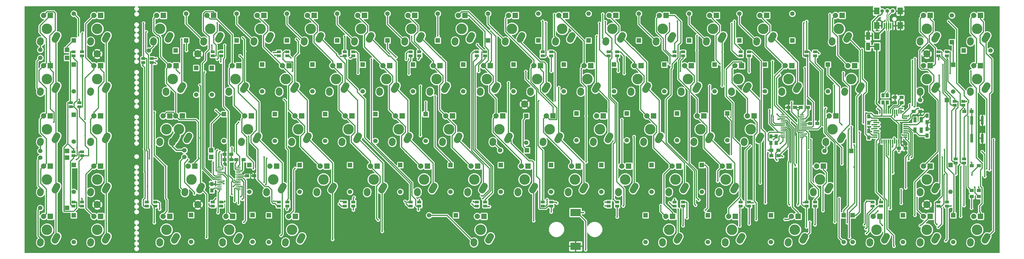
<source format=gbl>
G04 #@! TF.FileFunction,Copper,L2,Bot,Signal*
%FSLAX46Y46*%
G04 Gerber Fmt 4.6, Leading zero omitted, Abs format (unit mm)*
G04 Created by KiCad (PCBNEW 4.0.3-stable) date Saturday, August 27, 2016 'PMt' 08:14:25 PM*
%MOMM*%
%LPD*%
G01*
G04 APERTURE LIST*
%ADD10C,0.150000*%
%ADD11C,0.600000*%
%ADD12C,2.700000*%
%ADD13C,1.699260*%
%ADD14R,1.699260X1.699260*%
%ADD15R,1.750000X0.450000*%
%ADD16C,3.987810*%
%ADD17C,2.500000*%
%ADD18R,2.000000X2.000000*%
%ADD19C,2.000000*%
%ADD20R,0.550000X1.500000*%
%ADD21R,1.500000X0.550000*%
%ADD22R,1.500000X1.250000*%
%ADD23R,1.250000X1.500000*%
%ADD24R,1.501140X2.999740*%
%ADD25R,2.029460X2.651760*%
%ADD26R,0.500380X2.301240*%
%ADD27R,1.998980X2.499360*%
%ADD28R,1.000000X3.200000*%
%ADD29R,1.300000X2.000000*%
%ADD30R,1.500000X1.300000*%
%ADD31R,1.300000X1.500000*%
%ADD32R,1.600000X1.000000*%
%ADD33R,4.000000X2.800000*%
%ADD34R,1.350000X1.350000*%
%ADD35C,1.350000*%
%ADD36C,0.609600*%
%ADD37C,0.381000*%
%ADD38C,0.508000*%
%ADD39C,0.254000*%
G04 APERTURE END LIST*
D10*
D11*
X132450000Y-78700000D03*
X128400000Y-84500000D03*
D12*
X95250000Y-38100000D03*
X95250000Y-95250000D03*
D13*
X219712540Y-71755000D03*
D14*
X219712540Y-61595000D03*
D15*
X324148000Y-61307000D03*
X324148000Y-61957000D03*
X324148000Y-62607000D03*
X324148000Y-63257000D03*
X324148000Y-63907000D03*
X324148000Y-64557000D03*
X324148000Y-65207000D03*
X324148000Y-65857000D03*
X324148000Y-66507000D03*
X324148000Y-67157000D03*
X324148000Y-67807000D03*
X324148000Y-68457000D03*
X324148000Y-69107000D03*
X324148000Y-69757000D03*
X316948000Y-69757000D03*
X316948000Y-69107000D03*
X316948000Y-68457000D03*
X316948000Y-67807000D03*
X316948000Y-67157000D03*
X316948000Y-66507000D03*
X316948000Y-65857000D03*
X316948000Y-65207000D03*
X316948000Y-64557000D03*
X316948000Y-63907000D03*
X316948000Y-63257000D03*
X316948000Y-62607000D03*
X316948000Y-61957000D03*
X316948000Y-61307000D03*
D16*
X83343750Y-66675000D03*
D17*
X86343297Y-70674954D02*
X87154203Y-69215046D01*
X80804026Y-71754328D02*
X80843474Y-71175672D01*
D18*
X84613750Y-61595000D03*
D19*
X82073750Y-61595000D03*
D12*
X219075000Y-57150000D03*
X371475000Y-95250000D03*
X371475000Y-38100000D03*
X57150000Y-95250000D03*
D20*
X353708000Y-59974000D03*
X354508000Y-59974000D03*
X355308000Y-59974000D03*
X356108000Y-59974000D03*
X356908000Y-59974000D03*
X357708000Y-59974000D03*
X358508000Y-59974000D03*
X359308000Y-59974000D03*
X360108000Y-59974000D03*
X360908000Y-59974000D03*
X361708000Y-59974000D03*
D21*
X363408000Y-61674000D03*
X363408000Y-62474000D03*
X363408000Y-63274000D03*
X363408000Y-64074000D03*
X363408000Y-64874000D03*
X363408000Y-65674000D03*
X363408000Y-66474000D03*
X363408000Y-67274000D03*
X363408000Y-68074000D03*
X363408000Y-68874000D03*
X363408000Y-69674000D03*
D20*
X361708000Y-71374000D03*
X360908000Y-71374000D03*
X360108000Y-71374000D03*
X359308000Y-71374000D03*
X358508000Y-71374000D03*
X357708000Y-71374000D03*
X356908000Y-71374000D03*
X356108000Y-71374000D03*
X355308000Y-71374000D03*
X354508000Y-71374000D03*
X353708000Y-71374000D03*
D21*
X352008000Y-69674000D03*
X352008000Y-68874000D03*
X352008000Y-68074000D03*
X352008000Y-67274000D03*
X352008000Y-66474000D03*
X352008000Y-65674000D03*
X352008000Y-64874000D03*
X352008000Y-64074000D03*
X352008000Y-63274000D03*
X352008000Y-62474000D03*
X352008000Y-61674000D03*
D13*
X90805000Y-22860000D03*
D14*
X90805000Y-33020000D03*
D13*
X381508000Y-109474000D03*
D14*
X381508000Y-99314000D03*
D13*
X35559480Y-36578540D03*
D14*
X45719480Y-36578540D03*
D13*
X48260000Y-22860000D03*
D14*
X48260000Y-33020000D03*
D13*
X76707480Y-36832540D03*
D14*
X86867480Y-36832540D03*
D13*
X109982000Y-22860000D03*
D14*
X109982000Y-33020000D03*
D13*
X129032000Y-22860000D03*
D14*
X129032000Y-33020000D03*
D13*
X148082000Y-22860000D03*
D14*
X148082000Y-33020000D03*
D13*
X167132000Y-22860000D03*
D14*
X167132000Y-33020000D03*
D13*
X186182000Y-22860000D03*
D14*
X186182000Y-33020000D03*
D13*
X205232000Y-22860000D03*
D14*
X205232000Y-33020000D03*
D13*
X224282000Y-22860000D03*
D14*
X224282000Y-33020000D03*
D13*
X243332000Y-22860000D03*
D14*
X243332000Y-33020000D03*
D13*
X262382000Y-22860000D03*
D14*
X262382000Y-33020000D03*
D13*
X281432000Y-22860000D03*
D14*
X281432000Y-33020000D03*
D13*
X300482000Y-22860000D03*
D14*
X300482000Y-33020000D03*
D13*
X320500000Y-22860000D03*
D14*
X320500000Y-33020000D03*
D13*
X380994920Y-23495000D03*
D14*
X380994920Y-33655000D03*
D13*
X395605000Y-36830000D03*
D14*
X385445000Y-36830000D03*
D13*
X35559480Y-39626540D03*
D14*
X45719480Y-39626540D03*
D13*
X48262540Y-52324520D03*
D14*
X48262540Y-42164520D03*
D13*
X94615000Y-53594000D03*
D14*
X94615000Y-43434000D03*
D13*
X100586540Y-53594000D03*
D14*
X100586540Y-43434000D03*
D13*
X119636540Y-52324520D03*
D14*
X119636540Y-42164520D03*
D13*
X138686540Y-52324520D03*
D14*
X138686540Y-42164520D03*
D13*
X157736540Y-52324520D03*
D14*
X157736540Y-42164520D03*
D13*
X176786540Y-52324520D03*
D14*
X176786540Y-42164520D03*
D13*
X195836540Y-52324520D03*
D14*
X195836540Y-42164520D03*
D13*
X214886540Y-52324520D03*
D14*
X214886540Y-42164520D03*
D13*
X233936540Y-52324520D03*
D14*
X233936540Y-42164520D03*
D13*
X252986540Y-52324520D03*
D14*
X252986540Y-42164520D03*
D13*
X272036540Y-52324520D03*
D14*
X272036540Y-42164520D03*
D13*
X291086540Y-52324520D03*
D14*
X291086540Y-42164520D03*
D13*
X310136540Y-52324520D03*
D14*
X310136540Y-42164520D03*
D13*
X334012540Y-52324520D03*
D14*
X334012540Y-42164520D03*
D13*
X368935000Y-55626000D03*
D14*
X379095000Y-55626000D03*
D13*
X381508000Y-52415000D03*
D14*
X381508000Y-42255000D03*
D13*
X35559480Y-74932540D03*
D14*
X45719480Y-74932540D03*
D13*
X48262540Y-71374520D03*
D14*
X48262540Y-61214520D03*
D13*
X90170000Y-74676000D03*
D14*
X100330000Y-74676000D03*
D13*
X105158540Y-71120520D03*
D14*
X105158540Y-60960520D03*
D13*
X124462540Y-71120520D03*
D14*
X124462540Y-60960520D03*
D13*
X143512540Y-71120520D03*
D14*
X143512540Y-60960520D03*
D13*
X162562540Y-71120520D03*
D14*
X162562540Y-60960520D03*
D13*
X181612540Y-71120520D03*
D14*
X181612540Y-60960520D03*
D13*
X209804000Y-74676000D03*
D14*
X219964000Y-74676000D03*
D13*
X238762540Y-70866520D03*
D14*
X238762540Y-60706520D03*
D13*
X257812540Y-70866520D03*
D14*
X257812540Y-60706520D03*
D13*
X276862540Y-70866520D03*
D14*
X276862540Y-60706520D03*
D13*
X295912540Y-70866520D03*
D14*
X295912540Y-60706520D03*
D13*
X332740000Y-74930000D03*
D14*
X342900000Y-74930000D03*
D13*
X35559480Y-77472540D03*
D14*
X45719480Y-77472540D03*
D13*
X48262540Y-90424520D03*
D14*
X48262540Y-80264520D03*
D13*
X90170000Y-77216000D03*
D14*
X100330000Y-77216000D03*
D13*
X114810540Y-90424520D03*
D14*
X114810540Y-80264520D03*
D13*
X133860540Y-90424520D03*
D14*
X133860540Y-80264520D03*
D13*
X152910540Y-90424520D03*
D14*
X152910540Y-80264520D03*
D13*
X171960540Y-90424520D03*
D14*
X171960540Y-80264520D03*
D13*
X191010540Y-90424520D03*
D14*
X191010540Y-80264520D03*
D13*
X210060540Y-90424520D03*
D14*
X210060540Y-80264520D03*
D13*
X229110540Y-90424520D03*
D14*
X229110540Y-80264520D03*
D13*
X248160540Y-90424520D03*
D14*
X248160540Y-80264520D03*
D13*
X267210540Y-90424520D03*
D14*
X267210540Y-80264520D03*
D13*
X286260540Y-90424520D03*
D14*
X286260540Y-80264520D03*
D13*
X340000000Y-109474520D03*
D14*
X340000000Y-99314520D03*
D13*
X380494540Y-90424520D03*
D14*
X380494540Y-80264520D03*
D13*
X35559480Y-96522540D03*
D14*
X45719480Y-96522540D03*
D13*
X48262540Y-109474520D03*
D14*
X48262540Y-99314520D03*
D13*
X92712540Y-109347000D03*
D14*
X92712540Y-99187000D03*
D13*
X115951000Y-109347000D03*
D14*
X115951000Y-99187000D03*
D13*
X122176540Y-109474520D03*
D14*
X122176540Y-99314520D03*
D13*
X182880000Y-99314000D03*
D14*
X193040000Y-99314000D03*
D13*
X264924540Y-109474520D03*
D14*
X264924540Y-99314520D03*
D13*
X288546540Y-109474520D03*
D14*
X288546540Y-99314520D03*
D13*
X312422540Y-109474520D03*
D14*
X312422540Y-99314520D03*
D13*
X343410540Y-109474520D03*
D14*
X343410540Y-99314520D03*
D13*
X362460540Y-109474520D03*
D14*
X362460540Y-99314520D03*
D22*
X107930000Y-78232000D03*
X105430000Y-78232000D03*
D16*
X330993750Y-85725000D03*
D17*
X333993297Y-89724954D02*
X334804203Y-88265046D01*
X328454026Y-90804328D02*
X328493474Y-90225672D01*
D18*
X332263750Y-80645000D03*
D19*
X329723750Y-80645000D03*
D16*
X390525000Y-104775000D03*
D17*
X393524547Y-108774954D02*
X394335453Y-107315046D01*
X387985276Y-109854328D02*
X388024724Y-109275672D01*
D18*
X391795000Y-99695000D03*
D19*
X389255000Y-99695000D03*
D16*
X371475000Y-104775000D03*
D17*
X374474547Y-108774954D02*
X375285453Y-107315046D01*
X368935276Y-109854328D02*
X368974724Y-109275672D01*
D18*
X372745000Y-99695000D03*
D19*
X370205000Y-99695000D03*
D16*
X352425000Y-104775000D03*
D17*
X355424547Y-108774954D02*
X356235453Y-107315046D01*
X349885276Y-109854328D02*
X349924724Y-109275672D01*
D18*
X353695000Y-99695000D03*
D19*
X351155000Y-99695000D03*
D16*
X321468750Y-104775000D03*
D17*
X324468297Y-108774954D02*
X325279203Y-107315046D01*
X318929026Y-109854328D02*
X318968474Y-109275672D01*
D18*
X322738750Y-99695000D03*
D19*
X320198750Y-99695000D03*
D16*
X297656250Y-104775000D03*
D17*
X300655797Y-108774954D02*
X301466703Y-107315046D01*
X295116526Y-109854328D02*
X295155974Y-109275672D01*
D18*
X298926250Y-99695000D03*
D19*
X296386250Y-99695000D03*
D16*
X273843750Y-104775000D03*
D17*
X276843297Y-108774954D02*
X277654203Y-107315046D01*
X271304026Y-109854328D02*
X271343474Y-109275672D01*
D18*
X275113750Y-99695000D03*
D19*
X272573750Y-99695000D03*
D16*
X202406250Y-104775000D03*
D17*
X205405797Y-108774954D02*
X206216703Y-107315046D01*
X199866526Y-109854328D02*
X199905974Y-109275672D01*
D18*
X203676250Y-99695000D03*
D19*
X201136250Y-99695000D03*
D16*
X130968750Y-104775000D03*
D17*
X133968297Y-108774954D02*
X134779203Y-107315046D01*
X128429026Y-109854328D02*
X128468474Y-109275672D01*
D18*
X132238750Y-99695000D03*
D19*
X129698750Y-99695000D03*
D16*
X107156250Y-104775000D03*
D17*
X110155797Y-108774954D02*
X110966703Y-107315046D01*
X104616526Y-109854328D02*
X104655974Y-109275672D01*
D18*
X108426250Y-99695000D03*
D19*
X105886250Y-99695000D03*
D16*
X83343750Y-104775000D03*
D17*
X86343297Y-108774954D02*
X87154203Y-107315046D01*
X80804026Y-109854328D02*
X80843474Y-109275672D01*
D18*
X84613750Y-99695000D03*
D19*
X82073750Y-99695000D03*
D16*
X57150000Y-104775000D03*
D17*
X60149547Y-108774954D02*
X60960453Y-107315046D01*
X54610276Y-109854328D02*
X54649724Y-109275672D01*
D18*
X58420000Y-99695000D03*
D19*
X55880000Y-99695000D03*
D16*
X38100000Y-104775000D03*
D17*
X41099547Y-108774954D02*
X41910453Y-107315046D01*
X35560276Y-109854328D02*
X35599724Y-109275672D01*
D18*
X39370000Y-99695000D03*
D19*
X36830000Y-99695000D03*
D16*
X371475000Y-85725000D03*
D17*
X374474547Y-89724954D02*
X375285453Y-88265046D01*
X368935276Y-90804328D02*
X368974724Y-90225672D01*
D18*
X372745000Y-80645000D03*
D19*
X370205000Y-80645000D03*
D16*
X295275000Y-85725000D03*
D17*
X298274547Y-89724954D02*
X299085453Y-88265046D01*
X292735276Y-90804328D02*
X292774724Y-90225672D01*
D18*
X296545000Y-80645000D03*
D19*
X294005000Y-80645000D03*
D16*
X276225000Y-85725000D03*
D17*
X279224547Y-89724954D02*
X280035453Y-88265046D01*
X273685276Y-90804328D02*
X273724724Y-90225672D01*
D18*
X277495000Y-80645000D03*
D19*
X274955000Y-80645000D03*
D16*
X257175000Y-85725000D03*
D17*
X260174547Y-89724954D02*
X260985453Y-88265046D01*
X254635276Y-90804328D02*
X254674724Y-90225672D01*
D18*
X258445000Y-80645000D03*
D19*
X255905000Y-80645000D03*
D16*
X238125000Y-85725000D03*
D17*
X241124547Y-89724954D02*
X241935453Y-88265046D01*
X235585276Y-90804328D02*
X235624724Y-90225672D01*
D18*
X239395000Y-80645000D03*
D19*
X236855000Y-80645000D03*
D16*
X219075000Y-85725000D03*
D17*
X222074547Y-89724954D02*
X222885453Y-88265046D01*
X216535276Y-90804328D02*
X216574724Y-90225672D01*
D18*
X220345000Y-80645000D03*
D19*
X217805000Y-80645000D03*
D16*
X200025000Y-85725000D03*
D17*
X203024547Y-89724954D02*
X203835453Y-88265046D01*
X197485276Y-90804328D02*
X197524724Y-90225672D01*
D18*
X201295000Y-80645000D03*
D19*
X198755000Y-80645000D03*
D16*
X180975000Y-85725000D03*
D17*
X183974547Y-89724954D02*
X184785453Y-88265046D01*
X178435276Y-90804328D02*
X178474724Y-90225672D01*
D18*
X182245000Y-80645000D03*
D19*
X179705000Y-80645000D03*
D16*
X161925000Y-85725000D03*
D17*
X164924547Y-89724954D02*
X165735453Y-88265046D01*
X159385276Y-90804328D02*
X159424724Y-90225672D01*
D18*
X163195000Y-80645000D03*
D19*
X160655000Y-80645000D03*
D16*
X142875000Y-85725000D03*
D17*
X145874547Y-89724954D02*
X146685453Y-88265046D01*
X140335276Y-90804328D02*
X140374724Y-90225672D01*
D18*
X144145000Y-80645000D03*
D19*
X141605000Y-80645000D03*
D16*
X123825000Y-85725000D03*
D17*
X126824547Y-89724954D02*
X127635453Y-88265046D01*
X121285276Y-90804328D02*
X121324724Y-90225672D01*
D18*
X125095000Y-80645000D03*
D19*
X122555000Y-80645000D03*
D16*
X92868750Y-85725000D03*
D17*
X95868297Y-89724954D02*
X96679203Y-88265046D01*
X90329026Y-90804328D02*
X90368474Y-90225672D01*
D18*
X94138750Y-80645000D03*
D19*
X91598750Y-80645000D03*
D16*
X57150000Y-85725000D03*
D17*
X60149547Y-89724954D02*
X60960453Y-88265046D01*
X54610276Y-90804328D02*
X54649724Y-90225672D01*
D18*
X58420000Y-80645000D03*
D19*
X55880000Y-80645000D03*
D16*
X38100000Y-85725000D03*
D17*
X41099547Y-89724954D02*
X41910453Y-88265046D01*
X35560276Y-90804328D02*
X35599724Y-90225672D01*
D18*
X39370000Y-80645000D03*
D19*
X36830000Y-80645000D03*
D16*
X335756250Y-66675000D03*
D17*
X338755797Y-70674954D02*
X339566703Y-69215046D01*
X333216526Y-71754328D02*
X333255974Y-71175672D01*
D18*
X337026250Y-61595000D03*
D19*
X334486250Y-61595000D03*
D16*
X304800000Y-66675000D03*
D17*
X307799547Y-70674954D02*
X308610453Y-69215046D01*
X302260276Y-71754328D02*
X302299724Y-71175672D01*
D18*
X306070000Y-61595000D03*
D19*
X303530000Y-61595000D03*
D16*
X285750000Y-66675000D03*
D17*
X288749547Y-70674954D02*
X289560453Y-69215046D01*
X283210276Y-71754328D02*
X283249724Y-71175672D01*
D18*
X287020000Y-61595000D03*
D19*
X284480000Y-61595000D03*
D16*
X266700000Y-66675000D03*
D17*
X269699547Y-70674954D02*
X270510453Y-69215046D01*
X264160276Y-71754328D02*
X264199724Y-71175672D01*
D18*
X267970000Y-61595000D03*
D19*
X265430000Y-61595000D03*
D16*
X247650000Y-66675000D03*
D17*
X250649547Y-70674954D02*
X251460453Y-69215046D01*
X245110276Y-71754328D02*
X245149724Y-71175672D01*
D18*
X248920000Y-61595000D03*
D19*
X246380000Y-61595000D03*
D16*
X228600000Y-66675000D03*
D17*
X231599547Y-70674954D02*
X232410453Y-69215046D01*
X226060276Y-71754328D02*
X226099724Y-71175672D01*
D18*
X229870000Y-61595000D03*
D19*
X227330000Y-61595000D03*
D16*
X209550000Y-66675000D03*
D17*
X212549547Y-70674954D02*
X213360453Y-69215046D01*
X207010276Y-71754328D02*
X207049724Y-71175672D01*
D18*
X210820000Y-61595000D03*
D19*
X208280000Y-61595000D03*
D16*
X190500000Y-66675000D03*
D17*
X193499547Y-70674954D02*
X194310453Y-69215046D01*
X187960276Y-71754328D02*
X187999724Y-71175672D01*
D18*
X191770000Y-61595000D03*
D19*
X189230000Y-61595000D03*
D16*
X171450000Y-66675000D03*
D17*
X174449547Y-70674954D02*
X175260453Y-69215046D01*
X168910276Y-71754328D02*
X168949724Y-71175672D01*
D18*
X172720000Y-61595000D03*
D19*
X170180000Y-61595000D03*
D16*
X152400000Y-66675000D03*
D17*
X155399547Y-70674954D02*
X156210453Y-69215046D01*
X149860276Y-71754328D02*
X149899724Y-71175672D01*
D18*
X153670000Y-61595000D03*
D19*
X151130000Y-61595000D03*
D16*
X133350000Y-66675000D03*
D17*
X136349547Y-70674954D02*
X137160453Y-69215046D01*
X130810276Y-71754328D02*
X130849724Y-71175672D01*
D18*
X134620000Y-61595000D03*
D19*
X132080000Y-61595000D03*
D16*
X114300000Y-66675000D03*
D17*
X117299547Y-70674954D02*
X118110453Y-69215046D01*
X111760276Y-71754328D02*
X111799724Y-71175672D01*
D18*
X115570000Y-61595000D03*
D19*
X113030000Y-61595000D03*
D16*
X88106250Y-66675000D03*
D17*
X91105797Y-70674954D02*
X91916703Y-69215046D01*
X85566526Y-71754328D02*
X85605974Y-71175672D01*
D18*
X89376250Y-61595000D03*
D19*
X86836250Y-61595000D03*
D16*
X57150000Y-66675000D03*
D17*
X60149547Y-70674954D02*
X60960453Y-69215046D01*
X54610276Y-71754328D02*
X54649724Y-71175672D01*
D18*
X58420000Y-61595000D03*
D19*
X55880000Y-61595000D03*
D16*
X38100000Y-66675000D03*
D17*
X41099547Y-70674954D02*
X41910453Y-69215046D01*
X35560276Y-71754328D02*
X35599724Y-71175672D01*
D18*
X39370000Y-61595000D03*
D19*
X36830000Y-61595000D03*
D16*
X390525000Y-47625000D03*
D17*
X393524547Y-51624954D02*
X394335453Y-50165046D01*
X387985276Y-52704328D02*
X388024724Y-52125672D01*
D18*
X391795000Y-42545000D03*
D19*
X389255000Y-42545000D03*
D16*
X371475000Y-47625000D03*
D17*
X374474547Y-51624954D02*
X375285453Y-50165046D01*
X368935276Y-52704328D02*
X368974724Y-52125672D01*
D18*
X372745000Y-42545000D03*
D19*
X370205000Y-42545000D03*
D16*
X342900000Y-47625000D03*
D17*
X345899547Y-51624954D02*
X346710453Y-50165046D01*
X340360276Y-52704328D02*
X340399724Y-52125672D01*
D18*
X344170000Y-42545000D03*
D19*
X341630000Y-42545000D03*
D16*
X319087500Y-47625000D03*
D17*
X322087047Y-51624954D02*
X322897953Y-50165046D01*
X316547776Y-52704328D02*
X316587224Y-52125672D01*
D18*
X320357500Y-42545000D03*
D19*
X317817500Y-42545000D03*
D16*
X300037500Y-47625000D03*
D17*
X303037047Y-51624954D02*
X303847953Y-50165046D01*
X297497776Y-52704328D02*
X297537224Y-52125672D01*
D18*
X301307500Y-42545000D03*
D19*
X298767500Y-42545000D03*
D16*
X280987500Y-47625000D03*
D17*
X283987047Y-51624954D02*
X284797953Y-50165046D01*
X278447776Y-52704328D02*
X278487224Y-52125672D01*
D18*
X282257500Y-42545000D03*
D19*
X279717500Y-42545000D03*
D16*
X261937500Y-47625000D03*
D17*
X264937047Y-51624954D02*
X265747953Y-50165046D01*
X259397776Y-52704328D02*
X259437224Y-52125672D01*
D18*
X263207500Y-42545000D03*
D19*
X260667500Y-42545000D03*
D16*
X242887500Y-47625000D03*
D17*
X245887047Y-51624954D02*
X246697953Y-50165046D01*
X240347776Y-52704328D02*
X240387224Y-52125672D01*
D18*
X244157500Y-42545000D03*
D19*
X241617500Y-42545000D03*
D16*
X223837500Y-47625000D03*
D17*
X226837047Y-51624954D02*
X227647953Y-50165046D01*
X221297776Y-52704328D02*
X221337224Y-52125672D01*
D18*
X225107500Y-42545000D03*
D19*
X222567500Y-42545000D03*
D16*
X204787500Y-47625000D03*
D17*
X207787047Y-51624954D02*
X208597953Y-50165046D01*
X202247776Y-52704328D02*
X202287224Y-52125672D01*
D18*
X206057500Y-42545000D03*
D19*
X203517500Y-42545000D03*
D16*
X185737500Y-47625000D03*
D17*
X188737047Y-51624954D02*
X189547953Y-50165046D01*
X183197776Y-52704328D02*
X183237224Y-52125672D01*
D18*
X187007500Y-42545000D03*
D19*
X184467500Y-42545000D03*
D16*
X166687500Y-47625000D03*
D17*
X169687047Y-51624954D02*
X170497953Y-50165046D01*
X164147776Y-52704328D02*
X164187224Y-52125672D01*
D18*
X167957500Y-42545000D03*
D19*
X165417500Y-42545000D03*
D16*
X147637500Y-47625000D03*
D17*
X150637047Y-51624954D02*
X151447953Y-50165046D01*
X145097776Y-52704328D02*
X145137224Y-52125672D01*
D18*
X148907500Y-42545000D03*
D19*
X146367500Y-42545000D03*
D16*
X128587500Y-47625000D03*
D17*
X131587047Y-51624954D02*
X132397953Y-50165046D01*
X126047776Y-52704328D02*
X126087224Y-52125672D01*
D18*
X129857500Y-42545000D03*
D19*
X127317500Y-42545000D03*
D16*
X109537500Y-47625000D03*
D17*
X112537047Y-51624954D02*
X113347953Y-50165046D01*
X106997776Y-52704328D02*
X107037224Y-52125672D01*
D18*
X110807500Y-42545000D03*
D19*
X108267500Y-42545000D03*
D16*
X85725000Y-47625000D03*
D17*
X88724547Y-51624954D02*
X89535453Y-50165046D01*
X83185276Y-52704328D02*
X83224724Y-52125672D01*
D18*
X86995000Y-42545000D03*
D19*
X84455000Y-42545000D03*
D16*
X57150000Y-47625000D03*
D17*
X60149547Y-51624954D02*
X60960453Y-50165046D01*
X54610276Y-52704328D02*
X54649724Y-52125672D01*
D18*
X58420000Y-42545000D03*
D19*
X55880000Y-42545000D03*
D16*
X38100000Y-47625000D03*
D17*
X41099547Y-51624954D02*
X41910453Y-50165046D01*
X35560276Y-52704328D02*
X35599724Y-52125672D01*
D18*
X39370000Y-42545000D03*
D19*
X36830000Y-42545000D03*
D16*
X390525000Y-28575000D03*
D17*
X393524547Y-32574954D02*
X394335453Y-31115046D01*
X387985276Y-33654328D02*
X388024724Y-33075672D01*
D18*
X391795000Y-23495000D03*
D19*
X389255000Y-23495000D03*
D16*
X371475000Y-28575000D03*
D17*
X374474547Y-32574954D02*
X375285453Y-31115046D01*
X368935276Y-33654328D02*
X368974724Y-33075672D01*
D18*
X372745000Y-23495000D03*
D19*
X370205000Y-23495000D03*
D16*
X338137500Y-28575000D03*
D17*
X341137047Y-32574954D02*
X341947953Y-31115046D01*
X335597776Y-33654328D02*
X335637224Y-33075672D01*
D18*
X339407500Y-23495000D03*
D19*
X336867500Y-23495000D03*
D16*
X309562500Y-28575000D03*
D17*
X312562047Y-32574954D02*
X313372953Y-31115046D01*
X307022776Y-33654328D02*
X307062224Y-33075672D01*
D18*
X310832500Y-23495000D03*
D19*
X308292500Y-23495000D03*
D16*
X290512500Y-28575000D03*
D17*
X293512047Y-32574954D02*
X294322953Y-31115046D01*
X287972776Y-33654328D02*
X288012224Y-33075672D01*
D18*
X291782500Y-23495000D03*
D19*
X289242500Y-23495000D03*
D16*
X271462500Y-28575000D03*
D17*
X274462047Y-32574954D02*
X275272953Y-31115046D01*
X268922776Y-33654328D02*
X268962224Y-33075672D01*
D18*
X272732500Y-23495000D03*
D19*
X270192500Y-23495000D03*
D16*
X252412500Y-28575000D03*
D17*
X255412047Y-32574954D02*
X256222953Y-31115046D01*
X249872776Y-33654328D02*
X249912224Y-33075672D01*
D18*
X253682500Y-23495000D03*
D19*
X251142500Y-23495000D03*
D16*
X233362500Y-28575000D03*
D17*
X236362047Y-32574954D02*
X237172953Y-31115046D01*
X230822776Y-33654328D02*
X230862224Y-33075672D01*
D18*
X234632500Y-23495000D03*
D19*
X232092500Y-23495000D03*
D16*
X214312500Y-28575000D03*
D17*
X217312047Y-32574954D02*
X218122953Y-31115046D01*
X211772776Y-33654328D02*
X211812224Y-33075672D01*
D18*
X215582500Y-23495000D03*
D19*
X213042500Y-23495000D03*
D16*
X195262500Y-28575000D03*
D17*
X198262047Y-32574954D02*
X199072953Y-31115046D01*
X192722776Y-33654328D02*
X192762224Y-33075672D01*
D18*
X196532500Y-23495000D03*
D19*
X193992500Y-23495000D03*
D16*
X176212500Y-28575000D03*
D17*
X179212047Y-32574954D02*
X180022953Y-31115046D01*
X173672776Y-33654328D02*
X173712224Y-33075672D01*
D18*
X177482500Y-23495000D03*
D19*
X174942500Y-23495000D03*
D16*
X157162500Y-28575000D03*
D17*
X160162047Y-32574954D02*
X160972953Y-31115046D01*
X154622776Y-33654328D02*
X154662224Y-33075672D01*
D18*
X158432500Y-23495000D03*
D19*
X155892500Y-23495000D03*
D16*
X138112500Y-28575000D03*
D17*
X141112047Y-32574954D02*
X141922953Y-31115046D01*
X135572776Y-33654328D02*
X135612224Y-33075672D01*
D18*
X139382500Y-23495000D03*
D19*
X136842500Y-23495000D03*
D16*
X119062500Y-28575000D03*
D17*
X122062047Y-32574954D02*
X122872953Y-31115046D01*
X116522776Y-33654328D02*
X116562224Y-33075672D01*
D18*
X120332500Y-23495000D03*
D19*
X117792500Y-23495000D03*
D16*
X100012500Y-28575000D03*
D17*
X103012047Y-32574954D02*
X103822953Y-31115046D01*
X97472776Y-33654328D02*
X97512224Y-33075672D01*
D18*
X101282500Y-23495000D03*
D19*
X98742500Y-23495000D03*
D16*
X80962500Y-28575000D03*
D17*
X83962047Y-32574954D02*
X84772953Y-31115046D01*
X78422776Y-33654328D02*
X78462224Y-33075672D01*
D18*
X82232500Y-23495000D03*
D19*
X79692500Y-23495000D03*
D16*
X57150000Y-28575000D03*
D17*
X60149547Y-32574954D02*
X60960453Y-31115046D01*
X54610276Y-33654328D02*
X54649724Y-33075672D01*
D18*
X58420000Y-23495000D03*
D19*
X55880000Y-23495000D03*
D16*
X38100000Y-28575000D03*
D17*
X41099547Y-32574954D02*
X41910453Y-31115046D01*
X35560276Y-33654328D02*
X35599724Y-33075672D01*
D18*
X39370000Y-23495000D03*
D19*
X36830000Y-23495000D03*
D22*
X107930000Y-76200000D03*
X105430000Y-76200000D03*
D23*
X100584000Y-89916000D03*
X100584000Y-87416000D03*
D24*
X349250000Y-31275020D03*
X349250000Y-35272980D03*
D23*
X349504000Y-69830000D03*
X349504000Y-67330000D03*
D22*
X360954000Y-73914000D03*
X363454000Y-73914000D03*
X366542000Y-59944000D03*
X369042000Y-59944000D03*
X361930000Y-56642000D03*
X359430000Y-56642000D03*
D23*
X371602000Y-69068000D03*
X371602000Y-66568000D03*
X371602000Y-61488000D03*
X371602000Y-63988000D03*
D22*
X361930000Y-54610000D03*
X359430000Y-54610000D03*
D23*
X349504000Y-64242000D03*
X349504000Y-61742000D03*
D25*
X352552000Y-31188660D03*
X352552000Y-35359340D03*
D26*
X355399800Y-27449320D03*
X356199900Y-27449320D03*
X357000000Y-27449320D03*
X357800100Y-27449320D03*
X358600200Y-27449320D03*
D27*
X352549920Y-27350260D03*
X352549920Y-21851160D03*
X361450080Y-27350260D03*
X361450080Y-21851160D03*
D28*
X392525000Y-63275000D03*
X392525000Y-70075000D03*
X388525000Y-70075000D03*
X388525000Y-63275000D03*
D29*
X366973000Y-67024000D03*
X366973000Y-63024000D03*
X369373000Y-63024000D03*
X369373000Y-67024000D03*
D30*
X391240000Y-92202000D03*
X388540000Y-92202000D03*
X112602000Y-78232000D03*
X109902000Y-78232000D03*
X113966000Y-84328000D03*
X116666000Y-84328000D03*
X391240000Y-80518000D03*
X388540000Y-80518000D03*
X391240000Y-89916000D03*
X388540000Y-89916000D03*
D31*
X354900000Y-56534000D03*
X354900000Y-53834000D03*
X356525000Y-56534000D03*
X356525000Y-53834000D03*
D30*
X388446000Y-59944000D03*
X385746000Y-59944000D03*
D12*
X57150000Y-38100000D03*
D15*
X110661000Y-81119000D03*
X110661000Y-81769000D03*
X110661000Y-82419000D03*
X110661000Y-83069000D03*
X110661000Y-83719000D03*
X110661000Y-84369000D03*
X110661000Y-85019000D03*
X110661000Y-85669000D03*
X110661000Y-86319000D03*
X110661000Y-86969000D03*
X110661000Y-87619000D03*
X110661000Y-88269000D03*
X110661000Y-88919000D03*
X110661000Y-89569000D03*
X103461000Y-89569000D03*
X103461000Y-88919000D03*
X103461000Y-88269000D03*
X103461000Y-87619000D03*
X103461000Y-86969000D03*
X103461000Y-86319000D03*
X103461000Y-85669000D03*
X103461000Y-85019000D03*
X103461000Y-84369000D03*
X103461000Y-83719000D03*
X103461000Y-83069000D03*
X103461000Y-82419000D03*
X103461000Y-81769000D03*
X103461000Y-81119000D03*
D30*
X327326000Y-64516000D03*
X330026000Y-64516000D03*
X326470000Y-58420000D03*
X323770000Y-58420000D03*
D23*
X314452000Y-71862000D03*
X314452000Y-69362000D03*
X312420000Y-71862000D03*
X312420000Y-69362000D03*
D22*
X321564000Y-58420000D03*
X319064000Y-58420000D03*
D30*
X312594000Y-76708000D03*
X315294000Y-76708000D03*
X312594000Y-74676000D03*
X315294000Y-74676000D03*
D32*
X204140000Y-94278000D03*
X204140000Y-95778000D03*
X200940000Y-94278000D03*
X200940000Y-95778000D03*
X385267000Y-56082500D03*
X385267000Y-57582500D03*
X382067000Y-56082500D03*
X382067000Y-57582500D03*
X379140000Y-37350000D03*
X379140000Y-38850000D03*
X375940000Y-37350000D03*
X375940000Y-38850000D03*
X385648000Y-77990000D03*
X385648000Y-79490000D03*
X382448000Y-77990000D03*
X382448000Y-79490000D03*
X379140000Y-94278000D03*
X379140000Y-95778000D03*
X375940000Y-94278000D03*
X375940000Y-95778000D03*
X354140000Y-94278000D03*
X354140000Y-95778000D03*
X350940000Y-94278000D03*
X350940000Y-95778000D03*
X329140000Y-94278000D03*
X329140000Y-95778000D03*
X325940000Y-94278000D03*
X325940000Y-95778000D03*
X254140000Y-94278000D03*
X254140000Y-95778000D03*
X250940000Y-94278000D03*
X250940000Y-95778000D03*
X279140000Y-94278000D03*
X279140000Y-95778000D03*
X275940000Y-94278000D03*
X275940000Y-95778000D03*
X329140000Y-37350000D03*
X329140000Y-38850000D03*
X325940000Y-37350000D03*
X325940000Y-38850000D03*
X254140000Y-37350000D03*
X254140000Y-38850000D03*
X250940000Y-37350000D03*
X250940000Y-38850000D03*
X229140000Y-94278000D03*
X229140000Y-95778000D03*
X225940000Y-94278000D03*
X225940000Y-95778000D03*
X304140000Y-94278000D03*
X304140000Y-95778000D03*
X300940000Y-94278000D03*
X300940000Y-95778000D03*
X304140000Y-37350000D03*
X304140000Y-38850000D03*
X300940000Y-37350000D03*
X300940000Y-38850000D03*
X229140000Y-37350000D03*
X229140000Y-38850000D03*
X225940000Y-37350000D03*
X225940000Y-38850000D03*
X279140000Y-37350000D03*
X279140000Y-38850000D03*
X275940000Y-37350000D03*
X275940000Y-38850000D03*
X154140000Y-37350000D03*
X154140000Y-38850000D03*
X150940000Y-37350000D03*
X150940000Y-38850000D03*
X51384000Y-75208000D03*
X51384000Y-76708000D03*
X48184000Y-75208000D03*
X48184000Y-76708000D03*
X179140000Y-37350000D03*
X179140000Y-38850000D03*
X175940000Y-37350000D03*
X175940000Y-38850000D03*
X129140000Y-94278000D03*
X129140000Y-95778000D03*
X125940000Y-94278000D03*
X125940000Y-95778000D03*
X154140000Y-94278000D03*
X154140000Y-95778000D03*
X150940000Y-94278000D03*
X150940000Y-95778000D03*
X179140000Y-94278000D03*
X179140000Y-95778000D03*
X175940000Y-94278000D03*
X175940000Y-95778000D03*
X129140000Y-37350000D03*
X129140000Y-38850000D03*
X125940000Y-37350000D03*
X125940000Y-38850000D03*
X104140000Y-94278000D03*
X104140000Y-95778000D03*
X100940000Y-94278000D03*
X100940000Y-95778000D03*
X51384000Y-37350000D03*
X51384000Y-38850000D03*
X48184000Y-37350000D03*
X48184000Y-38850000D03*
X51384000Y-94278000D03*
X51384000Y-95778000D03*
X48184000Y-94278000D03*
X48184000Y-95778000D03*
X79140000Y-94278000D03*
X79140000Y-95778000D03*
X75940000Y-94278000D03*
X75940000Y-95778000D03*
X50368000Y-56654000D03*
X50368000Y-58154000D03*
X47168000Y-56654000D03*
X47168000Y-58154000D03*
X204140000Y-37350000D03*
X204140000Y-38850000D03*
X200940000Y-37350000D03*
X200940000Y-38850000D03*
X77800000Y-39890000D03*
X77800000Y-41390000D03*
X74600000Y-39890000D03*
X74600000Y-41390000D03*
X104140000Y-37350000D03*
X104140000Y-38850000D03*
X100940000Y-37350000D03*
X100940000Y-38850000D03*
D33*
X238379000Y-98248000D03*
X238379000Y-111048000D03*
D34*
X352549920Y-21851160D03*
D35*
X354549920Y-21851160D03*
X356549920Y-21851160D03*
X358549920Y-21851160D03*
D11*
X204300000Y-57100000D03*
X193900000Y-56900000D03*
X143500000Y-57100000D03*
X164400000Y-56900000D03*
X177000000Y-57000000D03*
X183400000Y-57000000D03*
X314900000Y-82400000D03*
X335200000Y-76200000D03*
X337900000Y-76200000D03*
X276000000Y-47800000D03*
X210400000Y-56900000D03*
X76900000Y-27900000D03*
X65500000Y-30200000D03*
X354350000Y-27400000D03*
X367000000Y-38100000D03*
X65500000Y-22000000D03*
X65500000Y-38000000D03*
X65500000Y-48000000D03*
X65500000Y-57000000D03*
X65500000Y-66500000D03*
X66000000Y-107000000D03*
X66000000Y-96000000D03*
X66000000Y-86000000D03*
X73500000Y-107000000D03*
X73500000Y-97000000D03*
X73500000Y-90000000D03*
X73500000Y-84000000D03*
X73500000Y-71000000D03*
X73500000Y-65000000D03*
X73500000Y-57000000D03*
X73500000Y-48000000D03*
X73500000Y-38000000D03*
X73500000Y-22000000D03*
X186944000Y-66675000D03*
X110236000Y-36703000D03*
X99822000Y-97282000D03*
X108966000Y-96266000D03*
X118872000Y-96266000D03*
X106934000Y-57150000D03*
X108458000Y-66040000D03*
X197000000Y-67300000D03*
X192976500Y-97345500D03*
X216250000Y-66650000D03*
X391414000Y-73152000D03*
X363347000Y-51816000D03*
X354584000Y-51689000D03*
X350647000Y-51689000D03*
X350012000Y-57277000D03*
X351917000Y-60071000D03*
X354330000Y-90170000D03*
X349250000Y-90170000D03*
X349250000Y-85725000D03*
X335280000Y-85090000D03*
X329565000Y-69215000D03*
X329565000Y-74930000D03*
X328500000Y-84600000D03*
X304546000Y-85090000D03*
X273050000Y-85725000D03*
X281940000Y-90805000D03*
X290195000Y-85725000D03*
X283210000Y-58420000D03*
X282575000Y-66040000D03*
X228600000Y-72390000D03*
X229235000Y-52705000D03*
X235712000Y-46101000D03*
X239395000Y-28575000D03*
X234315000Y-31750000D03*
X245173500Y-45720000D03*
X236800000Y-57900000D03*
X247015000Y-57900000D03*
X260350000Y-58420000D03*
X292735000Y-58420000D03*
X287020000Y-58420000D03*
X279400000Y-58420000D03*
X285600000Y-71300000D03*
X43332400Y-38303200D03*
X43434000Y-57658000D03*
X42976800Y-76301600D03*
X44200000Y-25600000D03*
X85344000Y-23672800D03*
X106019600Y-47904400D03*
X103800000Y-27800000D03*
X390093200Y-94284800D03*
X393598400Y-86614000D03*
X392074400Y-77266800D03*
X349500000Y-21000000D03*
X327863200Y-20675600D03*
X304698400Y-22352000D03*
X277723600Y-22606000D03*
X286156400Y-22148800D03*
X259638800Y-22606000D03*
X240588800Y-22809200D03*
X221081600Y-22606000D03*
X182219600Y-22250400D03*
X159766000Y-21500000D03*
X142951200Y-21945600D03*
X398475200Y-88290400D03*
X397662400Y-60401200D03*
X381508000Y-105257600D03*
X377698000Y-105257600D03*
X366674400Y-108102400D03*
X365201200Y-95097600D03*
X366166400Y-83769200D03*
X373938800Y-84023200D03*
X382879600Y-85090000D03*
X386689600Y-90830400D03*
X398221200Y-99720400D03*
X367334800Y-72745600D03*
X373380000Y-68935600D03*
X367030000Y-68884800D03*
X340309200Y-72288400D03*
X343916000Y-71018400D03*
X343865200Y-67818000D03*
X346202000Y-62534800D03*
X343458800Y-62534800D03*
X343458800Y-57150000D03*
X346100400Y-57150000D03*
X373278400Y-72491600D03*
X373583200Y-60100000D03*
X368350800Y-47498000D03*
X383900000Y-39268400D03*
X384302000Y-31343600D03*
X376783600Y-21640800D03*
X360172000Y-31851600D03*
X338378800Y-48158400D03*
X345250000Y-40800000D03*
X303885600Y-32766000D03*
X295656000Y-34493200D03*
X303733200Y-47701200D03*
X319278000Y-53543200D03*
X329031600Y-52882800D03*
X329996800Y-57556400D03*
X328930000Y-46685200D03*
X323900800Y-46685200D03*
X317042800Y-57861200D03*
X309422800Y-71932800D03*
X301142400Y-111150400D03*
X365404400Y-112522000D03*
X31496000Y-64262000D03*
X31648400Y-85699600D03*
X31597600Y-111201200D03*
X259384800Y-107848400D03*
X259435600Y-98552000D03*
X248310400Y-97586800D03*
X233426000Y-97840800D03*
X322021200Y-74930000D03*
X322021200Y-69189600D03*
X318516000Y-74930000D03*
X316738000Y-79502000D03*
X310388000Y-58166000D03*
X300736000Y-58166000D03*
X310388000Y-65532000D03*
X300990000Y-66040000D03*
X285900000Y-75200000D03*
X304546000Y-71120000D03*
X304292000Y-79248000D03*
X301800000Y-90700000D03*
X304546000Y-90700000D03*
X314960000Y-85344000D03*
X321564000Y-90424000D03*
X321700000Y-82500000D03*
X314900000Y-90700000D03*
X306832000Y-72263000D03*
X308100000Y-90700000D03*
X347218000Y-107442000D03*
X347200000Y-110998000D03*
X328930000Y-110490000D03*
X336804000Y-105918000D03*
X316230000Y-104394000D03*
X307594000Y-104394000D03*
X217932000Y-93472000D03*
X347091000Y-67437000D03*
X354774500Y-67818000D03*
X350583500Y-67500000D03*
X204100000Y-62300000D03*
X197034209Y-48323500D03*
X202501500Y-23304500D03*
X190182500Y-22669500D03*
X190309500Y-30035500D03*
X175704500Y-35179000D03*
X115252500Y-27495500D03*
X133667500Y-27813000D03*
X176720500Y-47561500D03*
X157734000Y-47625000D03*
X171259500Y-110807500D03*
X151701500Y-110871000D03*
X140906500Y-105156000D03*
X171259500Y-99695000D03*
X151701500Y-100012500D03*
X136779000Y-99695000D03*
X119062500Y-110109000D03*
X80200500Y-90614500D03*
X85598000Y-85598000D03*
X122301000Y-57467500D03*
X101536500Y-57277000D03*
X94297500Y-57277000D03*
X93300000Y-47550000D03*
X114681000Y-72326500D03*
X116649500Y-85725000D03*
X113093500Y-80391000D03*
X105410000Y-72961500D03*
X105664000Y-79883000D03*
X108077000Y-80137000D03*
X108521500Y-83439000D03*
X100266500Y-82867500D03*
X97345500Y-83629500D03*
X101981000Y-91059000D03*
X107569000Y-92202000D03*
X140716000Y-96266000D03*
X110236000Y-103124000D03*
X99060000Y-71120000D03*
X120396000Y-48260000D03*
X101200000Y-47550000D03*
X80264000Y-57404000D03*
X31496000Y-42164000D03*
X31496000Y-25400000D03*
X80264000Y-47752000D03*
X96200000Y-23300000D03*
X97650000Y-103900000D03*
X97847209Y-109982000D03*
X327660000Y-34290000D03*
X349850000Y-42050000D03*
X361696000Y-41900000D03*
X355092000Y-47244000D03*
X350520000Y-47244000D03*
X361696000Y-47244000D03*
X345948000Y-33528000D03*
X365252000Y-23368000D03*
X397764000Y-22098000D03*
X397764000Y-45212000D03*
X391210800Y-54102000D03*
X347980000Y-71882000D03*
X359664000Y-75184000D03*
X347980000Y-75565000D03*
X359600000Y-68000000D03*
X358000000Y-63700000D03*
X286004000Y-27686000D03*
X198755000Y-104140000D03*
X206248000Y-110998000D03*
X214376000Y-110998000D03*
X205994000Y-100584000D03*
X363220000Y-71882000D03*
X339500000Y-90100000D03*
X359664000Y-90170000D03*
X360426000Y-85344000D03*
X339200000Y-85100000D03*
X219710000Y-66675000D03*
X394309600Y-96977200D03*
X397000000Y-111000000D03*
X172085000Y-85725000D03*
X191135000Y-85725000D03*
X210185000Y-85725000D03*
X229235000Y-85725000D03*
X248285000Y-85090000D03*
X267335000Y-85725000D03*
X286385000Y-85725000D03*
X334010000Y-47625000D03*
X310400000Y-47700000D03*
X260350000Y-28575000D03*
X107632500Y-27432000D03*
X126238000Y-27876500D03*
X145097500Y-27876500D03*
X165735000Y-28575000D03*
X184785000Y-28575000D03*
X222885000Y-28575000D03*
X252730000Y-47625000D03*
X271780000Y-47750000D03*
X295211500Y-66040000D03*
X276860000Y-66675000D03*
X257810000Y-66675000D03*
X238760000Y-66675000D03*
X181610000Y-66675000D03*
X139065000Y-47625000D03*
X48514000Y-85725000D03*
X48260000Y-104775000D03*
X124841000Y-103886000D03*
X105410000Y-66040000D03*
X143510000Y-66675000D03*
X153035000Y-85725000D03*
X133985000Y-85725000D03*
X217805209Y-46300000D03*
X288855209Y-105918000D03*
X217932000Y-98298000D03*
X318500000Y-28750000D03*
X228092000Y-110236000D03*
X290830000Y-47750000D03*
X307750000Y-109500000D03*
X48260000Y-28575000D03*
D36*
X90932000Y-36830000D03*
X170294551Y-39363261D03*
X366776000Y-58166000D03*
X367030000Y-39878000D03*
X359340628Y-62066858D03*
X50038000Y-31242000D03*
X186182000Y-31242000D03*
X347472000Y-64249000D03*
X346966949Y-36384507D03*
X353314000Y-64249000D03*
X230378000Y-23114000D03*
X248666000Y-22987000D03*
X334772000Y-23114000D03*
X339344000Y-65024000D03*
X350774000Y-65024000D03*
X353427256Y-65592637D03*
X342900000Y-65786000D03*
X297434000Y-76200000D03*
X350635215Y-66492665D03*
X287578809Y-97338289D03*
X341707469Y-82042000D03*
X342138000Y-66548000D03*
X338264500Y-92900500D03*
X357632000Y-96774000D03*
X377571000Y-42100500D03*
X381508000Y-37020500D03*
X345948000Y-67818000D03*
X353314000Y-67310000D03*
X289179000Y-50165000D03*
X284353000Y-31242000D03*
X284353000Y-36834285D03*
X133325340Y-37748842D03*
X132588000Y-32512000D03*
X358563409Y-83236111D03*
X146304000Y-108458000D03*
X376174000Y-46228000D03*
X361769016Y-89608016D03*
X361769016Y-94783284D03*
X277275514Y-96977587D03*
X339852000Y-45237394D03*
X319070110Y-37846000D03*
X167640000Y-38917500D03*
X359156000Y-70053191D03*
X112942500Y-37084000D03*
X112268000Y-32004000D03*
X260294500Y-36216726D03*
X396748000Y-70612000D03*
X362204000Y-68834000D03*
X126746000Y-106934000D03*
X346302285Y-38542231D03*
X187157123Y-39319191D03*
X342138000Y-107696000D03*
X179578000Y-69088000D03*
X179578000Y-50292000D03*
X358495715Y-73338059D03*
X344946623Y-73420623D03*
X96055438Y-69954956D03*
X96000000Y-49966971D03*
X251055000Y-59182000D03*
X89154000Y-32512000D03*
X98552000Y-107696000D03*
X343938664Y-72592064D03*
X343916000Y-80962500D03*
X260540500Y-69469000D03*
X246443500Y-31369000D03*
X364540553Y-70474710D03*
X341368962Y-102108000D03*
X308356000Y-87058500D03*
X293941500Y-50228500D03*
X293917500Y-37338000D03*
X147828000Y-38156174D03*
X165100000Y-105410000D03*
X395199224Y-82042000D03*
X363474000Y-88900000D03*
X222504000Y-101346000D03*
X333134760Y-58690869D03*
X336613500Y-101917500D03*
X327133701Y-101854000D03*
X352869500Y-58928000D03*
X212979000Y-49022000D03*
X206248000Y-29464000D03*
X353882162Y-92011500D03*
X232029000Y-50863500D03*
X311086500Y-67437000D03*
X313436000Y-70548500D03*
X353060000Y-72390000D03*
X350672400Y-62474000D03*
X320852800Y-64820800D03*
X321810380Y-63430183D03*
X326072500Y-63373000D03*
X330073000Y-63373000D03*
X361835000Y-64516000D03*
X354216984Y-63551984D03*
X358140000Y-56388000D03*
X353147547Y-56507515D03*
X322707000Y-59436000D03*
X108204000Y-73660000D03*
X311404000Y-74676000D03*
X348488000Y-60452000D03*
X311912000Y-59436000D03*
X385826000Y-58928000D03*
X368300000Y-58810998D03*
X393446000Y-84582000D03*
X392430000Y-75184000D03*
X360934000Y-75184000D03*
X388620000Y-84074000D03*
X389636000Y-88646000D03*
X366014000Y-57658000D03*
X366014000Y-40640000D03*
X360206572Y-61353729D03*
X102108000Y-59453780D03*
X181610000Y-56388000D03*
X362227107Y-58755898D03*
X185166000Y-54102000D03*
X362480147Y-59966563D03*
X388366000Y-58928000D03*
X364998000Y-57404000D03*
X356870000Y-76454000D03*
X388366000Y-79248000D03*
X356997000Y-95758000D03*
X388429500Y-96647000D03*
X391160000Y-88646000D03*
X387096000Y-61722000D03*
X364593313Y-61468000D03*
X314656104Y-78396373D03*
X120936794Y-87655215D03*
X121412000Y-77724000D03*
X105156000Y-87376000D03*
X364617000Y-78232000D03*
X120396000Y-77216000D03*
X120396000Y-86868000D03*
X105156000Y-86360000D03*
X365633000Y-77343000D03*
X316799611Y-77003926D03*
X241350800Y-98247200D03*
X242189000Y-112331500D03*
X359029000Y-110998000D03*
X75057000Y-74168000D03*
X75184000Y-82804000D03*
X102616000Y-40132000D03*
X74386299Y-42545000D03*
X112071017Y-93224372D03*
X179230548Y-93338208D03*
X203200000Y-92964000D03*
X112118222Y-86196393D03*
X49505871Y-73660000D03*
X131064000Y-44704000D03*
X201676000Y-44704000D03*
X112633376Y-101881430D03*
X78740000Y-102108000D03*
X103948563Y-41154922D03*
X127508000Y-40132000D03*
X79248000Y-41656000D03*
X52577701Y-69088000D03*
X77800000Y-73152000D03*
X105410000Y-34798000D03*
X100584000Y-34798000D03*
X51562000Y-30226000D03*
X108204000Y-91440000D03*
X154432000Y-92456000D03*
X202692000Y-91948000D03*
X75844470Y-74693075D03*
X74676000Y-26416000D03*
X102616000Y-26416000D03*
X201168000Y-34544000D03*
X76200000Y-88392000D03*
X109056779Y-85981910D03*
X48260000Y-74168000D03*
X129540000Y-86360000D03*
X108712000Y-88392000D03*
X128016000Y-55372000D03*
X50292000Y-55372000D03*
X75692000Y-29718000D03*
X93980000Y-91186000D03*
X111450772Y-92280885D03*
X76898500Y-77875121D03*
X176276000Y-31496000D03*
X150876000Y-31496000D03*
X91440000Y-78232000D03*
X49276000Y-78232000D03*
X102108000Y-92964000D03*
X149352000Y-93980000D03*
X173736000Y-93980000D03*
X199644000Y-94031130D03*
X174244000Y-40132000D03*
X149352000Y-39001710D03*
X123952000Y-37592000D03*
X105482513Y-93980000D03*
X123952000Y-93980000D03*
X109220000Y-93980000D03*
X51308000Y-92964000D03*
X79502000Y-39878000D03*
X155956000Y-45402500D03*
X175260000Y-45720000D03*
X155922478Y-40471150D03*
X199136000Y-94996000D03*
X174244000Y-94996000D03*
X148844000Y-94996000D03*
X111252000Y-38811201D03*
X99425473Y-95017962D03*
X110661000Y-94805500D03*
X124460000Y-94805500D03*
X124460000Y-38608000D03*
X205740000Y-96012000D03*
X178816000Y-97282000D03*
X154178000Y-97282000D03*
X129032000Y-97028000D03*
X102870000Y-98298000D03*
X80772000Y-97028000D03*
X161036000Y-40132000D03*
X178816000Y-40132000D03*
X152908000Y-39624000D03*
X130556000Y-39624000D03*
X227584000Y-93292991D03*
X326326500Y-54292500D03*
X386651500Y-56070500D03*
X252653632Y-93272936D03*
X297624500Y-26606500D03*
X273939000Y-26479500D03*
X247459500Y-26416000D03*
X324929500Y-26289000D03*
X227076000Y-26225500D03*
X254157042Y-99946173D03*
X332066969Y-65220148D03*
X325738781Y-65158490D03*
X331851000Y-44219786D03*
X380301500Y-45529500D03*
X219519500Y-44704000D03*
X229141589Y-98047212D03*
X304165000Y-44894500D03*
X278130000Y-44704000D03*
X254571500Y-44704000D03*
X229171500Y-44704000D03*
X378206000Y-74358500D03*
X326707500Y-73850500D03*
X320294000Y-56388000D03*
X225940000Y-93281500D03*
X249618500Y-94297500D03*
X230632000Y-55816500D03*
X224472500Y-55816500D03*
X379730000Y-25717500D03*
X231238089Y-94653851D03*
X256413000Y-95758000D03*
X249618500Y-95694500D03*
X249682000Y-25908000D03*
X277050500Y-25654000D03*
X298577000Y-25717500D03*
X325945500Y-25781000D03*
X225869500Y-25654000D03*
X315658500Y-46101000D03*
X256794000Y-45529500D03*
X322664683Y-95320202D03*
X353885500Y-93281500D03*
X285051500Y-93472000D03*
X325882000Y-68453000D03*
X327533000Y-70612000D03*
X300863000Y-93213409D03*
X275907500Y-93213409D03*
X329120500Y-93281500D03*
X310324500Y-94551500D03*
X382448000Y-77152500D03*
X377317000Y-77152500D03*
X347864882Y-102821458D03*
X375285000Y-102743000D03*
X348742000Y-93980000D03*
X324739000Y-94424500D03*
X305752500Y-94551500D03*
X274002500Y-94551500D03*
X375983500Y-40259000D03*
X330581000Y-37909500D03*
X382524000Y-83629500D03*
X378206000Y-83693000D03*
X375793000Y-103886000D03*
X300609000Y-103314500D03*
X325882000Y-103695500D03*
X348424500Y-104394000D03*
X300609000Y-98234500D03*
X280606500Y-100266500D03*
X329080533Y-102882174D03*
X385572000Y-95567500D03*
X380682500Y-95758000D03*
X378650500Y-108966000D03*
X348615000Y-106172000D03*
X304546000Y-73025000D03*
X315976000Y-72072500D03*
X349504000Y-103632000D03*
X304165000Y-102552500D03*
X279082500Y-103251000D03*
X116332000Y-81597500D03*
X105664000Y-81280000D03*
X132080000Y-81507851D03*
X135128000Y-74168000D03*
X102616000Y-74676000D03*
X388175500Y-44577000D03*
X368998500Y-103187500D03*
X354774500Y-103187500D03*
X283845000Y-95465879D03*
X319405000Y-95313500D03*
X270700500Y-95567500D03*
X78750000Y-60201299D03*
X83073749Y-80772000D03*
X101092000Y-79248000D03*
X52500000Y-63000000D03*
X325310500Y-43434000D03*
X105156000Y-84158000D03*
X110744000Y-64008000D03*
X157988000Y-76120146D03*
X104159500Y-76200000D03*
X163576000Y-101092000D03*
X317754000Y-100838000D03*
X306832000Y-100901500D03*
X336486500Y-50101500D03*
X313280771Y-61726318D03*
X255905000Y-62988701D03*
X339280500Y-79819500D03*
X316948000Y-60701000D03*
X88392000Y-45466000D03*
X97790000Y-44958000D03*
X54554497Y-64008000D03*
X40640000Y-64008000D03*
X174244000Y-75184000D03*
X103632000Y-75184000D03*
X312991500Y-40921189D03*
X319861161Y-79251299D03*
X394217775Y-81717990D03*
X366966500Y-99250500D03*
X332105000Y-97536000D03*
X352933000Y-97599500D03*
X242379500Y-61658500D03*
X242399811Y-79021189D03*
X292227000Y-86360000D03*
X367770304Y-92583000D03*
X286639000Y-64030342D03*
X315087000Y-62865000D03*
X274129500Y-41910000D03*
X321636238Y-80567311D03*
X384302000Y-99695000D03*
X384402215Y-80925131D03*
X314737570Y-60931330D03*
X293116000Y-41846500D03*
D37*
X35559480Y-36578540D02*
X35559480Y-33385520D01*
X35559480Y-33385520D02*
X35580000Y-33365000D01*
X45719480Y-36578540D02*
X45719480Y-35347910D01*
X45719480Y-35347910D02*
X48047390Y-33020000D01*
X48047390Y-33020000D02*
X48260000Y-33020000D01*
X90932000Y-36830000D02*
X90932000Y-33147000D01*
X90932000Y-33147000D02*
X90805000Y-33020000D01*
X167132000Y-33020000D02*
X167132000Y-36200710D01*
X167132000Y-36200710D02*
X170294551Y-39363261D01*
X367030000Y-39878000D02*
X367030000Y-57912000D01*
X367030000Y-57912000D02*
X366776000Y-58166000D01*
X359308000Y-59974000D02*
X359308000Y-62034230D01*
X359308000Y-62034230D02*
X359340628Y-62066858D01*
X50038000Y-31242000D02*
X50038000Y-24638000D01*
X50038000Y-24638000D02*
X48260000Y-22860000D01*
X76707480Y-36832540D02*
X78442500Y-35097520D01*
X78442500Y-35097520D02*
X78442500Y-33365000D01*
X90805000Y-22860000D02*
X90805000Y-26677500D01*
X90805000Y-26677500D02*
X97492500Y-33365000D01*
X109982000Y-22860000D02*
X109982000Y-26804500D01*
X109982000Y-26804500D02*
X116542500Y-33365000D01*
X129032000Y-22860000D02*
X129032000Y-26804500D01*
X129032000Y-26804500D02*
X135592500Y-33365000D01*
X148082000Y-22860000D02*
X148082000Y-26804500D01*
X148082000Y-26804500D02*
X154642500Y-33365000D01*
X167132000Y-22860000D02*
X167132000Y-26804500D01*
X167132000Y-26804500D02*
X173692500Y-33365000D01*
X186182000Y-22860000D02*
X186182000Y-31242000D01*
X346966949Y-36384507D02*
X346966949Y-36412554D01*
X346966949Y-36412554D02*
X347000000Y-36445605D01*
X347000000Y-36445605D02*
X347000000Y-47457583D01*
X347000000Y-47457583D02*
X348542417Y-49000000D01*
X348542417Y-49000000D02*
X348542417Y-52435804D01*
X348542417Y-52435804D02*
X347472000Y-53506221D01*
X347472000Y-53506221D02*
X347472000Y-64249000D01*
X353139000Y-64074000D02*
X353314000Y-64249000D01*
X352008000Y-64074000D02*
X353139000Y-64074000D01*
X205232000Y-22860000D02*
X205232000Y-26804500D01*
X205232000Y-26804500D02*
X211792500Y-33365000D01*
X230842500Y-33365000D02*
X230842500Y-31730578D01*
X230842500Y-31730578D02*
X230378000Y-31266078D01*
X230378000Y-31266078D02*
X230378000Y-23114000D01*
X249892500Y-33365000D02*
X248666000Y-32138500D01*
X248666000Y-32138500D02*
X248666000Y-22987000D01*
X262382000Y-22860000D02*
X262382000Y-26804500D01*
X262382000Y-26804500D02*
X268942500Y-33365000D01*
X281432000Y-22860000D02*
X281432000Y-26804500D01*
X281432000Y-26804500D02*
X287992500Y-33365000D01*
X300482000Y-22860000D02*
X300482000Y-26804500D01*
X300482000Y-26804500D02*
X307042500Y-33365000D01*
X334772000Y-23114000D02*
X334772000Y-32519500D01*
X334772000Y-32519500D02*
X335617500Y-33365000D01*
X35580000Y-52415000D02*
X34290000Y-51125000D01*
X34290000Y-51125000D02*
X34290000Y-40896020D01*
X34290000Y-40896020D02*
X35559480Y-39626540D01*
X334012540Y-42164520D02*
X334012540Y-46153677D01*
X338419951Y-60280039D02*
X338419951Y-62909961D01*
X338369151Y-64049151D02*
X339344000Y-65024000D01*
X334012540Y-46153677D02*
X338369151Y-50510288D01*
X338369151Y-50510288D02*
X338369151Y-60229239D01*
X338369151Y-60229239D02*
X338419951Y-60280039D01*
X338419951Y-62909961D02*
X338369151Y-62960761D01*
X338369151Y-62960761D02*
X338369151Y-64049151D01*
X352008000Y-64874000D02*
X350924000Y-64874000D01*
X350924000Y-64874000D02*
X350774000Y-65024000D01*
X368955000Y-52415000D02*
X368955000Y-55606000D01*
X368955000Y-55606000D02*
X368935000Y-55626000D01*
X35559480Y-74932540D02*
X35559480Y-71485520D01*
X35559480Y-71485520D02*
X35580000Y-71465000D01*
D38*
X85586250Y-71465000D02*
X85586250Y-73099422D01*
X85586250Y-73099422D02*
X87162828Y-74676000D01*
X87162828Y-74676000D02*
X90170000Y-74676000D01*
D37*
X207030000Y-71465000D02*
X209804000Y-74239000D01*
X209804000Y-74239000D02*
X209804000Y-74676000D01*
X219964000Y-74676000D02*
X219964000Y-74512679D01*
X219964000Y-74512679D02*
X218469209Y-73017888D01*
X218469209Y-73017888D02*
X218469209Y-63180481D01*
X218469209Y-63180481D02*
X219712540Y-61937150D01*
X353345893Y-65674000D02*
X353427256Y-65592637D01*
X352008000Y-65674000D02*
X353345893Y-65674000D01*
X342900000Y-65786000D02*
X342900000Y-74930000D01*
X295912540Y-60706520D02*
X295912540Y-61937150D01*
X295912540Y-61937150D02*
X297434000Y-63458610D01*
X297434000Y-63458610D02*
X297434000Y-76200000D01*
X333236250Y-71465000D02*
X333236250Y-74433750D01*
X333236250Y-74433750D02*
X332740000Y-74930000D01*
X35580000Y-90515000D02*
X35580000Y-88880578D01*
X35580000Y-88880578D02*
X34709851Y-88010429D01*
X34709851Y-88010429D02*
X34709851Y-78322169D01*
X34709851Y-78322169D02*
X35559480Y-77472540D01*
X88646000Y-78740000D02*
X88646000Y-88812250D01*
X88646000Y-88812250D02*
X90348750Y-90515000D01*
X90170000Y-77216000D02*
X88646000Y-78740000D01*
X286260540Y-80264520D02*
X287491170Y-80264520D01*
X287491170Y-80264520D02*
X288457721Y-81231071D01*
X288457721Y-81231071D02*
X288457721Y-96459377D01*
X288457721Y-96459377D02*
X287578809Y-97338289D01*
X342138000Y-66548000D02*
X341652944Y-67033056D01*
X341652944Y-67033056D02*
X341652944Y-81987475D01*
X341652944Y-81987475D02*
X341707469Y-82042000D01*
X352008000Y-66474000D02*
X350653880Y-66474000D01*
X350653880Y-66474000D02*
X350635215Y-66492665D01*
X341707469Y-82042000D02*
X341707469Y-95742167D01*
X341707469Y-95742167D02*
X340000000Y-97449636D01*
X340000000Y-97449636D02*
X340000000Y-99314520D01*
X338264500Y-92900500D02*
X338264500Y-107739020D01*
X338264500Y-107739020D02*
X340000000Y-109474520D01*
X35580000Y-109565000D02*
X35580000Y-107930578D01*
X35580000Y-107930578D02*
X34709851Y-107060429D01*
X34709851Y-107060429D02*
X34709851Y-97372169D01*
X34709851Y-97372169D02*
X35559480Y-96522540D01*
X357708000Y-96698000D02*
X357632000Y-96774000D01*
X357708000Y-71374000D02*
X357708000Y-96698000D01*
X182880000Y-99314000D02*
X189635250Y-99314000D01*
X189635250Y-99314000D02*
X199886250Y-109565000D01*
X381508000Y-37020500D02*
X381508000Y-34168080D01*
X381508000Y-34168080D02*
X380994920Y-33655000D01*
X381508000Y-99314000D02*
X381508000Y-98083370D01*
X381508000Y-98083370D02*
X381737871Y-97853499D01*
X381737871Y-97853499D02*
X381737871Y-83773679D01*
X381737871Y-83773679D02*
X379095000Y-81130808D01*
X379095000Y-81130808D02*
X379095000Y-55626000D01*
X379095000Y-55626000D02*
X379095000Y-54395370D01*
X379095000Y-54395370D02*
X377571000Y-52871370D01*
X377571000Y-52871370D02*
X377571000Y-42100500D01*
X381508000Y-42255000D02*
X381508000Y-37020500D01*
X345948000Y-67818000D02*
X345948000Y-98007690D01*
X345948000Y-98007690D02*
X344641170Y-99314520D01*
X344641170Y-99314520D02*
X343410540Y-99314520D01*
X352008000Y-67274000D02*
X353278000Y-67274000D01*
X353278000Y-67274000D02*
X353314000Y-67310000D01*
X289155000Y-69945000D02*
X289155000Y-50189000D01*
X289155000Y-50189000D02*
X289179000Y-50165000D01*
X284353000Y-36834285D02*
X284353000Y-31242000D01*
X284392500Y-36873785D02*
X284353000Y-36834285D01*
X284392500Y-50895000D02*
X284392500Y-36873785D01*
X133325340Y-33249340D02*
X133325340Y-37748842D01*
X132588000Y-32512000D02*
X133325340Y-33249340D01*
X131992500Y-39081682D02*
X133325340Y-37748842D01*
X131992500Y-50895000D02*
X131992500Y-39081682D01*
X146280000Y-88995000D02*
X146280000Y-108434000D01*
X146280000Y-108434000D02*
X146304000Y-108458000D01*
X298680000Y-88995000D02*
X298680000Y-79470000D01*
X298680000Y-79470000D02*
X289155000Y-69945000D01*
X136755000Y-69945000D02*
X136755000Y-55657500D01*
X136755000Y-55657500D02*
X131992500Y-50895000D01*
X146280000Y-88995000D02*
X146280000Y-79470000D01*
X146280000Y-79470000D02*
X136755000Y-69945000D01*
X360108000Y-71374000D02*
X360108000Y-72676338D01*
X360108000Y-72676338D02*
X359810299Y-72974039D01*
X359810299Y-72974039D02*
X359810299Y-73651862D01*
X359810299Y-73651862D02*
X358563409Y-74898752D01*
X358563409Y-74898752D02*
X358563409Y-83236111D01*
X374880000Y-88995000D02*
X376404999Y-87470001D01*
X376404999Y-87470001D02*
X376404999Y-52419999D01*
X376404999Y-52419999D02*
X375869984Y-51884984D01*
X375869984Y-51884984D02*
X374880000Y-50895000D01*
X376174000Y-46228000D02*
X376174000Y-49601000D01*
X376174000Y-49601000D02*
X374880000Y-50895000D01*
X361769016Y-94783284D02*
X361769016Y-89608016D01*
X277248750Y-108045000D02*
X277248750Y-97004351D01*
X277248750Y-97004351D02*
X277275514Y-96977587D01*
X339161250Y-69945000D02*
X339161250Y-67935822D01*
X339161250Y-67935822D02*
X342236874Y-64860198D01*
X339852000Y-48090590D02*
X339852000Y-45237394D01*
X342236874Y-64860198D02*
X342236874Y-50475464D01*
X342236874Y-50475464D02*
X339852000Y-48090590D01*
X322492500Y-41268390D02*
X319070110Y-37846000D01*
X319070110Y-37846000D02*
X313944000Y-32719890D01*
X322492500Y-50895000D02*
X322492500Y-41268390D01*
X313944000Y-32719890D02*
X313842390Y-32719890D01*
X313842390Y-32719890D02*
X312967500Y-31845000D01*
X170092500Y-50895000D02*
X170404124Y-50583376D01*
X170404124Y-41108921D02*
X168212703Y-38917500D01*
X170404124Y-50583376D02*
X170404124Y-41108921D01*
X168212703Y-38917500D02*
X167640000Y-38917500D01*
X160567500Y-31845000D02*
X167640000Y-38917500D01*
X174855000Y-69945000D02*
X174855000Y-55657500D01*
X174855000Y-55657500D02*
X170092500Y-50895000D01*
X184380000Y-88995000D02*
X184380000Y-79470000D01*
X184380000Y-79470000D02*
X174855000Y-69945000D01*
X359308000Y-71374000D02*
X359308000Y-70205191D01*
X359308000Y-70205191D02*
X359156000Y-70053191D01*
X112942500Y-50895000D02*
X118394903Y-56347403D01*
X118394903Y-56347403D02*
X118394903Y-69255097D01*
X118394903Y-69255097D02*
X117705000Y-69945000D01*
X112942500Y-37592000D02*
X112942500Y-37084000D01*
X112942500Y-37592000D02*
X112942500Y-50895000D01*
X112942500Y-32678500D02*
X112942500Y-37592000D01*
X112268000Y-32004000D02*
X112942500Y-32678500D01*
X265342500Y-41264726D02*
X260294500Y-36216726D01*
X260189226Y-36216726D02*
X260294500Y-36216726D01*
X255817500Y-31845000D02*
X260189226Y-36216726D01*
X265342500Y-50895000D02*
X265342500Y-41264726D01*
X396748000Y-70612000D02*
X396748000Y-105227000D01*
X396748000Y-105227000D02*
X393930000Y-108045000D01*
X126746000Y-106934000D02*
X127230000Y-106450000D01*
X127230000Y-106450000D02*
X127230000Y-88995000D01*
X279630000Y-88995000D02*
X279630000Y-79470000D01*
X279630000Y-79470000D02*
X270105000Y-69945000D01*
X270105000Y-69945000D02*
X270105000Y-55657500D01*
X270105000Y-55657500D02*
X265342500Y-50895000D01*
X117705000Y-69945000D02*
X127230000Y-79470000D01*
X127230000Y-79470000D02*
X127230000Y-88995000D01*
X363408000Y-68874000D02*
X362244000Y-68874000D01*
X362244000Y-68874000D02*
X362204000Y-68834000D01*
X346305000Y-38544946D02*
X346302285Y-38542231D01*
X346302285Y-36604785D02*
X346302285Y-38542231D01*
X346305000Y-50895000D02*
X346305000Y-38544946D01*
X341542500Y-31845000D02*
X346302285Y-36604785D01*
X193905000Y-69945000D02*
X193905000Y-70546338D01*
X193905000Y-70546338D02*
X203439293Y-80080631D01*
X203439293Y-80080631D02*
X203439293Y-86971733D01*
X203439293Y-86971733D02*
X203425204Y-86985822D01*
X203425204Y-86985822D02*
X203430000Y-86985822D01*
X203430000Y-86985822D02*
X203430000Y-88995000D01*
X346305000Y-50895000D02*
X346305000Y-52904178D01*
X342138000Y-107696000D02*
X342138000Y-98179138D01*
X346305000Y-52904178D02*
X344946623Y-54262555D01*
X179617500Y-31845000D02*
X187091691Y-39319191D01*
X187091691Y-39319191D02*
X187157123Y-39319191D01*
X189142500Y-50895000D02*
X189142500Y-41304568D01*
X189142500Y-41304568D02*
X187157123Y-39319191D01*
X179578000Y-50292000D02*
X179578000Y-69088000D01*
X358508000Y-73325774D02*
X358495715Y-73338059D01*
X358508000Y-71374000D02*
X358508000Y-73325774D01*
X344946623Y-54262555D02*
X344946623Y-73420623D01*
X344946623Y-95370515D02*
X344946623Y-73420623D01*
X342138000Y-98179138D02*
X344946623Y-95370515D01*
X96273750Y-74707500D02*
X96273750Y-70000000D01*
X96273750Y-70000000D02*
X96273750Y-50240721D01*
X96055438Y-69954956D02*
X96228706Y-69954956D01*
X96228706Y-69954956D02*
X96273750Y-70000000D01*
X96273750Y-50240721D02*
X96000000Y-49966971D01*
X251055000Y-69945000D02*
X251055000Y-59182000D01*
X251055000Y-59182000D02*
X251055000Y-55657500D01*
X89130000Y-32536000D02*
X89154000Y-32512000D01*
X96273750Y-88995000D02*
X98575001Y-91296251D01*
X98575001Y-91296251D02*
X98575001Y-107672999D01*
X98575001Y-107672999D02*
X98552000Y-107696000D01*
X344143331Y-80899000D02*
X344143331Y-73227783D01*
X344143331Y-73227783D02*
X343938664Y-73023116D01*
X343938664Y-73023116D02*
X343938664Y-72592064D01*
X344143331Y-80899000D02*
X344143331Y-94559575D01*
X343916000Y-80962500D02*
X344079831Y-80962500D01*
X344079831Y-80962500D02*
X344143331Y-80899000D01*
X260580000Y-88995000D02*
X260580000Y-69508500D01*
X260580000Y-69508500D02*
X260540500Y-69469000D01*
X246292500Y-50895000D02*
X246292500Y-31520000D01*
X246292500Y-31520000D02*
X246443500Y-31369000D01*
X96071095Y-90175102D02*
X96071095Y-89197655D01*
X96071095Y-89197655D02*
X96273750Y-88995000D01*
X89130000Y-32536000D02*
X89130000Y-50895000D01*
X251055000Y-55657500D02*
X246292500Y-50895000D01*
X96273750Y-74707500D02*
X96273750Y-88995000D01*
X344143331Y-94559575D02*
X341368962Y-97333944D01*
X341368962Y-97333944D02*
X341368962Y-102108000D01*
X364540553Y-70043658D02*
X364540553Y-70474710D01*
X364551701Y-70032510D02*
X364540553Y-70043658D01*
X364341662Y-68074000D02*
X364551701Y-68284039D01*
X364551701Y-68284039D02*
X364551701Y-70032510D01*
X363408000Y-68074000D02*
X364341662Y-68074000D01*
X395199224Y-82042000D02*
X395199224Y-53288576D01*
X393930000Y-37834700D02*
X393930000Y-31845000D01*
X395199224Y-53288576D02*
X396100300Y-52387500D01*
X396100300Y-52387500D02*
X396100300Y-40005000D01*
X396100300Y-40005000D02*
X393930000Y-37834700D01*
X308356000Y-87058500D02*
X308356000Y-70096000D01*
X293917500Y-37338000D02*
X293917500Y-44767500D01*
X293941500Y-50228500D02*
X293941500Y-44791500D01*
X293941500Y-44791500D02*
X293917500Y-44767500D01*
X293917500Y-31845000D02*
X293917500Y-37338000D01*
X147828000Y-38155500D02*
X147828000Y-38156174D01*
X151042500Y-41801726D02*
X147828000Y-38587226D01*
X147828000Y-38587226D02*
X147828000Y-38156174D01*
X151042500Y-50895000D02*
X151042500Y-41801726D01*
X141517500Y-31845000D02*
X147828000Y-38155500D01*
X308356000Y-70096000D02*
X308205000Y-69945000D01*
X308205000Y-69945000D02*
X308205000Y-55657500D01*
X308205000Y-55657500D02*
X303442500Y-50895000D01*
X165100000Y-105410000D02*
X165100000Y-89225000D01*
X165100000Y-89225000D02*
X165330000Y-88995000D01*
X165330000Y-88995000D02*
X165330000Y-79470000D01*
X165330000Y-79470000D02*
X155805000Y-69945000D01*
X155805000Y-69945000D02*
X155805000Y-55657500D01*
X155805000Y-55657500D02*
X151042500Y-50895000D01*
X363408000Y-69674000D02*
X363408000Y-70330000D01*
X363408000Y-70330000D02*
X364707538Y-71629538D01*
X364707538Y-71629538D02*
X364707538Y-76035159D01*
X364707538Y-76035159D02*
X363474000Y-77268697D01*
X363474000Y-77268697D02*
X363474000Y-88900000D01*
X222504000Y-101346000D02*
X222504000Y-89019000D01*
X332777447Y-59048182D02*
X333134760Y-58690869D01*
X332777447Y-67962202D02*
X332777447Y-59048182D01*
X336613500Y-71798255D02*
X332777447Y-67962202D01*
X336613500Y-101917500D02*
X336613500Y-71798255D01*
X327133701Y-101854000D02*
X327133701Y-105785049D01*
X327133701Y-105785049D02*
X324873750Y-108045000D01*
X353708000Y-59974000D02*
X353708000Y-59766500D01*
X353708000Y-59766500D02*
X352869500Y-58928000D01*
X212955000Y-69945000D02*
X212955000Y-49046000D01*
X212955000Y-49046000D02*
X212979000Y-49022000D01*
X206248000Y-29464000D02*
X208192500Y-31408500D01*
X208192500Y-31408500D02*
X208192500Y-50895000D01*
X222480000Y-88995000D02*
X222480000Y-79245139D01*
X220663992Y-78667088D02*
X213944984Y-71948080D01*
X222480000Y-79245139D02*
X221901949Y-78667088D01*
X221901949Y-78667088D02*
X220663992Y-78667088D01*
X213944984Y-71948080D02*
X213944984Y-70934984D01*
X213944984Y-70934984D02*
X212955000Y-69945000D01*
X222504000Y-89019000D02*
X222480000Y-88995000D01*
X41505000Y-88995000D02*
X41505000Y-69945000D01*
X41505000Y-88995000D02*
X41505000Y-108045000D01*
X41505000Y-69945000D02*
X41505000Y-50895000D01*
X41505000Y-31845000D02*
X41505000Y-50895000D01*
X352262299Y-90391637D02*
X353882162Y-92011500D01*
X353882162Y-92011500D02*
X355523790Y-93653128D01*
X352008000Y-68074000D02*
X353139000Y-68074000D01*
X353314000Y-68249000D02*
X353314000Y-70140644D01*
X353139000Y-68074000D02*
X353314000Y-68249000D01*
X353314000Y-70140644D02*
X352262299Y-71192345D01*
X352262299Y-71192345D02*
X352262299Y-90391637D01*
X355523790Y-93653128D02*
X355523790Y-107537000D01*
X355523790Y-107537000D02*
X355830000Y-107843210D01*
X355830000Y-107843210D02*
X355830000Y-108045000D01*
X232005000Y-69945000D02*
X232005000Y-50887500D01*
X232005000Y-50887500D02*
X232029000Y-50863500D01*
X227242500Y-50895000D02*
X227242500Y-41971338D01*
X227242500Y-41971338D02*
X226422461Y-41151299D01*
X226422461Y-41151299D02*
X225014621Y-41151299D01*
X225014621Y-41151299D02*
X217717500Y-33854178D01*
X217717500Y-33854178D02*
X217717500Y-31845000D01*
X355830000Y-108045000D02*
X356140206Y-107734794D01*
X241530000Y-88995000D02*
X241530000Y-79470000D01*
X241530000Y-79470000D02*
X232005000Y-69945000D01*
X60555000Y-69945000D02*
X60555000Y-50895000D01*
X60555000Y-88995000D02*
X60555000Y-108045000D01*
X60555000Y-69945000D02*
X60555000Y-88995000D01*
X60555000Y-31845000D02*
X60555000Y-50895000D01*
X314452000Y-69362000D02*
X314452000Y-69532500D01*
X314452000Y-69532500D02*
X313436000Y-70548500D01*
X314452000Y-69362000D02*
X312420000Y-69362000D01*
X353708000Y-71374000D02*
X353708000Y-71742000D01*
X353708000Y-71742000D02*
X353060000Y-72390000D01*
X352008000Y-62474000D02*
X350672400Y-62474000D01*
X349504000Y-61742000D02*
X349940400Y-61742000D01*
X349940400Y-61742000D02*
X350672400Y-62474000D01*
X321723579Y-65437579D02*
X321469579Y-65437579D01*
X321469579Y-65437579D02*
X320852800Y-64820800D01*
X322021200Y-69189600D02*
X321723579Y-68891979D01*
X321723579Y-68891979D02*
X321723579Y-65437579D01*
X319064000Y-60683803D02*
X321810380Y-63430183D01*
X319064000Y-58420000D02*
X319064000Y-60683803D01*
X326072500Y-63373000D02*
X325569799Y-63875701D01*
X325569799Y-63875701D02*
X324179299Y-63875701D01*
X324179299Y-63875701D02*
X324148000Y-63907000D01*
X330026000Y-64516000D02*
X330026000Y-63420000D01*
X330026000Y-63420000D02*
X330073000Y-63373000D01*
X350583500Y-67564000D02*
X349738000Y-67564000D01*
X349738000Y-67564000D02*
X349504000Y-67330000D01*
X354521783Y-63856783D02*
X354216984Y-63551984D01*
X354521783Y-69759058D02*
X354521783Y-63856783D01*
X353708000Y-70572841D02*
X354521783Y-69759058D01*
X353708000Y-71374000D02*
X353708000Y-70572841D01*
X103461000Y-87619000D02*
X100787000Y-87619000D01*
X100787000Y-87619000D02*
X100584000Y-87416000D01*
X105430000Y-76200000D02*
X105430000Y-78232000D01*
X110661000Y-83719000D02*
X112466338Y-83719000D01*
X112466338Y-83719000D02*
X112901039Y-83284299D01*
X112901039Y-83284299D02*
X115522299Y-83284299D01*
X115522299Y-83284299D02*
X116566000Y-84328000D01*
X116566000Y-84328000D02*
X116666000Y-84328000D01*
X312694000Y-69088000D02*
X312420000Y-69362000D01*
X367230701Y-61630299D02*
X368917000Y-59944000D01*
X368917000Y-59944000D02*
X369042000Y-59944000D01*
X369042000Y-59944000D02*
X372141662Y-59944000D01*
X372620701Y-62844299D02*
X371602000Y-63863000D01*
X372141662Y-59944000D02*
X372620701Y-60423039D01*
X372620701Y-60423039D02*
X372620701Y-62844299D01*
X371602000Y-63863000D02*
X371602000Y-63988000D01*
X349504000Y-67611789D02*
X349504000Y-67330000D01*
X352008000Y-68874000D02*
X350766211Y-68874000D01*
X350766211Y-68874000D02*
X349504000Y-67611789D01*
D38*
X358140000Y-56388000D02*
X359176000Y-56388000D01*
X359176000Y-56388000D02*
X359430000Y-56642000D01*
D37*
X361708000Y-72168000D02*
X363454000Y-73914000D01*
X356908000Y-59974000D02*
X356908000Y-58843000D01*
X356908000Y-58843000D02*
X359109000Y-56642000D01*
X359109000Y-56642000D02*
X359430000Y-56642000D01*
X371602000Y-63988000D02*
X371602000Y-66568000D01*
X363408000Y-64074000D02*
X364539000Y-64074000D01*
X364539000Y-64074000D02*
X365929299Y-62683701D01*
X365929299Y-62683701D02*
X365929299Y-61709039D01*
X365929299Y-61709039D02*
X366008039Y-61630299D01*
X366008039Y-61630299D02*
X367230701Y-61630299D01*
X362277000Y-64074000D02*
X361835000Y-64516000D01*
X361835000Y-64516000D02*
X361505499Y-64845501D01*
X363408000Y-64074000D02*
X362277000Y-64074000D01*
X361505499Y-64845501D02*
X361505499Y-70040499D01*
X352008000Y-62474000D02*
X353139000Y-62474000D01*
X353139000Y-62474000D02*
X354216984Y-63551984D01*
X361708000Y-70243000D02*
X361708000Y-71374000D01*
X361505499Y-70040499D02*
X361708000Y-70243000D01*
X361708000Y-71374000D02*
X361708000Y-72168000D01*
D38*
X353546929Y-56108133D02*
X353147547Y-56507515D01*
D37*
X312420000Y-71737000D02*
X312420000Y-71862000D01*
X311401299Y-70718299D02*
X312420000Y-71737000D01*
X311401299Y-68297039D02*
X311401299Y-70718299D01*
X311891338Y-67807000D02*
X311401299Y-68297039D01*
X316948000Y-67807000D02*
X311891338Y-67807000D01*
X316948000Y-67807000D02*
X315264727Y-67807000D01*
X315264727Y-67807000D02*
X311891338Y-64433611D01*
X311891338Y-64433611D02*
X311891338Y-59456662D01*
X311891338Y-59456662D02*
X311912000Y-59436000D01*
X322707000Y-59436000D02*
X322580000Y-59436000D01*
X322580000Y-59436000D02*
X321564000Y-58420000D01*
X322707000Y-59436000D02*
X322754000Y-59436000D01*
X322754000Y-59436000D02*
X323770000Y-58420000D01*
X322892000Y-61957000D02*
X322707000Y-61772000D01*
X324148000Y-61957000D02*
X322892000Y-61957000D01*
X322707000Y-61772000D02*
X322707000Y-59436000D01*
X110661000Y-81769000D02*
X109405000Y-81769000D01*
X109392299Y-81756299D02*
X109392299Y-79772701D01*
X109405000Y-81769000D02*
X109392299Y-81756299D01*
X109392299Y-79772701D02*
X109902000Y-79263000D01*
X109902000Y-79263000D02*
X109902000Y-78232000D01*
X108204000Y-73660000D02*
X108204000Y-75926000D01*
X108204000Y-75926000D02*
X107930000Y-76200000D01*
X312594000Y-74676000D02*
X311404000Y-74676000D01*
X107930000Y-78232000D02*
X109902000Y-78232000D01*
X107930000Y-76200000D02*
X107930000Y-78232000D01*
X348488000Y-60452000D02*
X348488000Y-60522260D01*
X348488000Y-60522260D02*
X348564039Y-60598299D01*
X321564000Y-58420000D02*
X323770000Y-58420000D01*
X312594000Y-74676000D02*
X312594000Y-76708000D01*
X312420000Y-71862000D02*
X312420000Y-74502000D01*
X312420000Y-74502000D02*
X312594000Y-74676000D01*
X366417000Y-59944000D02*
X366542000Y-59944000D01*
X365345088Y-61015912D02*
X366417000Y-59944000D01*
X385826000Y-58928000D02*
X385826000Y-59864000D01*
X385826000Y-59864000D02*
X385746000Y-59944000D01*
X366542000Y-59944000D02*
X367675002Y-58810998D01*
X367675002Y-58810998D02*
X368300000Y-58810998D01*
X392430000Y-75184000D02*
X393446000Y-76200000D01*
X393446000Y-76200000D02*
X393446000Y-84582000D01*
X360954000Y-73914000D02*
X360954000Y-75164000D01*
X360954000Y-75164000D02*
X360934000Y-75184000D01*
X359322566Y-58253434D02*
X360728427Y-58253434D01*
X361930000Y-57051861D02*
X361930000Y-56642000D01*
X358508000Y-59068000D02*
X359322566Y-58253434D01*
X360728427Y-58253434D02*
X361930000Y-57051861D01*
D38*
X352552000Y-55575210D02*
X352385546Y-55741664D01*
X352385546Y-55741664D02*
X352385546Y-56873276D01*
X352385546Y-56873276D02*
X354508000Y-58995730D01*
X354508000Y-58995730D02*
X354508000Y-59974000D01*
X352552000Y-35359340D02*
X352552000Y-55575210D01*
D37*
X349504000Y-69830000D02*
X349504000Y-69705000D01*
X350443961Y-60598299D02*
X350494761Y-60649099D01*
X349504000Y-69705000D02*
X348297611Y-68498611D01*
X348297611Y-68498611D02*
X348297611Y-60864727D01*
X350494761Y-60649099D02*
X350508099Y-60649099D01*
X348297611Y-60864727D02*
X348564039Y-60598299D01*
X348564039Y-60598299D02*
X350443961Y-60598299D01*
X350508099Y-60649099D02*
X351533000Y-61674000D01*
X351533000Y-61674000D02*
X352008000Y-61674000D01*
D38*
X361930000Y-56642000D02*
X362167814Y-56642000D01*
X349250000Y-35272980D02*
X352465640Y-35272980D01*
X352465640Y-35272980D02*
X352552000Y-35359340D01*
D37*
X352008000Y-61674000D02*
X353939000Y-61674000D01*
X354508000Y-61105000D02*
X354508000Y-59974000D01*
X352008000Y-69674000D02*
X349660000Y-69674000D01*
X349660000Y-69674000D02*
X349504000Y-69830000D01*
X357939000Y-61674000D02*
X357939000Y-61919744D01*
X358508000Y-59974000D02*
X358508000Y-59068000D01*
X358508000Y-59974000D02*
X358508000Y-61105000D01*
X358508000Y-61105000D02*
X357939000Y-61674000D01*
X357939000Y-61674000D02*
X353939000Y-61674000D01*
X353939000Y-61674000D02*
X354508000Y-61105000D01*
X363408000Y-63274000D02*
X364341662Y-63274000D01*
X364341662Y-63274000D02*
X365345088Y-62270574D01*
X365345088Y-62270574D02*
X365345088Y-61015912D01*
X357939000Y-61919744D02*
X359293256Y-63274000D01*
X359293256Y-63274000D02*
X359539000Y-63274000D01*
X360908000Y-64643000D02*
X359539000Y-63274000D01*
X359539000Y-63274000D02*
X363408000Y-63274000D01*
X360908000Y-71374000D02*
X360908000Y-64643000D01*
X360954000Y-73914000D02*
X360954000Y-71420000D01*
X360954000Y-71420000D02*
X360908000Y-71374000D01*
X110661000Y-84369000D02*
X113925000Y-84369000D01*
X113925000Y-84369000D02*
X113966000Y-84328000D01*
X391240000Y-80518000D02*
X391140000Y-80518000D01*
X391140000Y-80518000D02*
X388620000Y-83038000D01*
X388620000Y-83038000D02*
X388620000Y-84074000D01*
X391240000Y-92202000D02*
X391140000Y-92202000D01*
X391140000Y-92202000D02*
X389683701Y-90745701D01*
X389683701Y-90745701D02*
X389683701Y-88693701D01*
X389683701Y-88693701D02*
X389636000Y-88646000D01*
X103461000Y-88919000D02*
X101581000Y-88919000D01*
X101581000Y-88919000D02*
X100584000Y-89916000D01*
X366973000Y-67024000D02*
X365942000Y-67024000D01*
X365942000Y-67024000D02*
X364592000Y-65674000D01*
X371602000Y-69068000D02*
X368667000Y-69068000D01*
X368667000Y-69068000D02*
X366973000Y-67374000D01*
X366973000Y-67374000D02*
X366973000Y-67024000D01*
X364592000Y-65674000D02*
X363408000Y-65674000D01*
X363408000Y-64874000D02*
X367873000Y-64874000D01*
X367873000Y-64874000D02*
X369373000Y-63374000D01*
X369373000Y-63374000D02*
X369373000Y-63024000D01*
X371602000Y-61488000D02*
X370909000Y-61488000D01*
X370909000Y-61488000D02*
X369373000Y-63024000D01*
X357708000Y-59040338D02*
X359087637Y-57660701D01*
X360494961Y-57660701D02*
X360735498Y-57420164D01*
X357708000Y-59974000D02*
X357708000Y-59040338D01*
X359087637Y-57660701D02*
X360494961Y-57660701D01*
X360735498Y-55679502D02*
X361805000Y-54610000D01*
X361805000Y-54610000D02*
X361930000Y-54610000D01*
X360735498Y-57420164D02*
X360735498Y-55679502D01*
X352008000Y-63274000D02*
X350472000Y-63274000D01*
X350472000Y-63274000D02*
X349504000Y-64242000D01*
X366014000Y-40640000D02*
X366014000Y-57658000D01*
X360108000Y-61255157D02*
X360206572Y-61353729D01*
X360108000Y-59974000D02*
X360108000Y-61255157D01*
X105158540Y-60960520D02*
X103614740Y-60960520D01*
X103614740Y-60960520D02*
X102108000Y-59453780D01*
X104648000Y-60449980D02*
X105158540Y-60960520D01*
X181612540Y-60960520D02*
X181612540Y-56390540D01*
X181612540Y-56390540D02*
X181610000Y-56388000D01*
X100330000Y-74676000D02*
X100330000Y-64558430D01*
X100330000Y-64558430D02*
X103927910Y-60960520D01*
X103927910Y-60960520D02*
X105158540Y-60960520D01*
X360908000Y-58982544D02*
X361134646Y-58755898D01*
X360908000Y-59974000D02*
X360908000Y-58982544D01*
X361134646Y-58755898D02*
X362227107Y-58755898D01*
X191010540Y-80264520D02*
X191010540Y-79033890D01*
X191010540Y-79033890D02*
X185166000Y-73189350D01*
X185166000Y-73189350D02*
X185166000Y-54102000D01*
X362472710Y-59974000D02*
X362480147Y-59966563D01*
X361708000Y-59974000D02*
X362472710Y-59974000D01*
D38*
X352552000Y-31188660D02*
X352552000Y-30877510D01*
X352552000Y-30877510D02*
X350900000Y-29225510D01*
X350900000Y-29225510D02*
X350900000Y-25950908D01*
X350900000Y-25950908D02*
X353305567Y-23545341D01*
X353305567Y-23545341D02*
X353810333Y-23545341D01*
X353810333Y-23545341D02*
X354549920Y-22805754D01*
X354549920Y-22805754D02*
X354549920Y-21851160D01*
X355399800Y-27449320D02*
X355399800Y-28340860D01*
X355399800Y-28340860D02*
X352552000Y-31188660D01*
D37*
X388366000Y-58928000D02*
X388366000Y-59864000D01*
X388366000Y-59864000D02*
X388446000Y-59944000D01*
X388525000Y-70075000D02*
X388525000Y-63275000D01*
X388525000Y-63275000D02*
X388525000Y-60023000D01*
X388525000Y-60023000D02*
X388446000Y-59944000D01*
X388540000Y-70090000D02*
X388525000Y-70075000D01*
X363408000Y-62474000D02*
X362277000Y-62474000D01*
X362277000Y-62474000D02*
X362264299Y-62461299D01*
X362264299Y-62461299D02*
X362264299Y-61216193D01*
X362264299Y-61216193D02*
X364998000Y-58482492D01*
X364998000Y-58482492D02*
X364998000Y-57404000D01*
X356870000Y-76454000D02*
X356870000Y-71412000D01*
X356870000Y-71412000D02*
X356908000Y-71374000D01*
X388540000Y-80518000D02*
X388540000Y-79422000D01*
X388540000Y-79422000D02*
X388366000Y-79248000D01*
X357060500Y-77659486D02*
X357060500Y-95694500D01*
X357060500Y-95694500D02*
X356997000Y-95758000D01*
X356108000Y-71374000D02*
X356108000Y-76706986D01*
X356108000Y-76706986D02*
X357060500Y-77659486D01*
X388429500Y-96647000D02*
X388429500Y-92312500D01*
X388429500Y-92312500D02*
X388540000Y-92202000D01*
X391240000Y-89916000D02*
X391240000Y-88726000D01*
X391240000Y-88726000D02*
X391160000Y-88646000D01*
X387096000Y-61722000D02*
X387096000Y-88572000D01*
X387096000Y-88572000D02*
X388440000Y-89916000D01*
X388440000Y-89916000D02*
X388540000Y-89916000D01*
X364593313Y-61619687D02*
X364593313Y-61468000D01*
X364539000Y-61674000D02*
X364593313Y-61619687D01*
X363408000Y-61674000D02*
X364539000Y-61674000D01*
X355308000Y-59974000D02*
X355308000Y-56942000D01*
X355308000Y-56942000D02*
X354900000Y-56534000D01*
X356108000Y-56951000D02*
X356525000Y-56534000D01*
X356108000Y-59974000D02*
X356108000Y-56951000D01*
X318216701Y-67417322D02*
X317956379Y-67157000D01*
X315394000Y-74676000D02*
X318216701Y-71853299D01*
X315294000Y-74676000D02*
X315394000Y-74676000D01*
X317956379Y-67157000D02*
X316948000Y-67157000D01*
X318216701Y-71853299D02*
X318216701Y-67417322D01*
X314144479Y-77884748D02*
X314656104Y-78396373D01*
X314144479Y-75725521D02*
X314144479Y-77884748D01*
X315194000Y-74676000D02*
X314144479Y-75725521D01*
X315294000Y-74676000D02*
X315194000Y-74676000D01*
X121107201Y-87484808D02*
X120936794Y-87655215D01*
X121107201Y-78028799D02*
X121107201Y-87484808D01*
X121412000Y-77724000D02*
X121107201Y-78028799D01*
X103461000Y-86969000D02*
X104749000Y-86969000D01*
X104749000Y-86969000D02*
X105156000Y-87376000D01*
X363408000Y-67274000D02*
X364539000Y-67274000D01*
X364539000Y-67274000D02*
X365291748Y-68026748D01*
X365291748Y-68026748D02*
X365291748Y-76277146D01*
X365291748Y-76277146D02*
X364617000Y-76951894D01*
X364617000Y-76951894D02*
X364617000Y-78232000D01*
X318114617Y-66507000D02*
X316948000Y-66507000D01*
X318800911Y-67193294D02*
X318114617Y-66507000D01*
X318800911Y-73301089D02*
X318800911Y-67193294D01*
X315394000Y-76708000D02*
X318800911Y-73301089D01*
X315294000Y-76708000D02*
X315394000Y-76708000D01*
X120396000Y-77216000D02*
X120396000Y-86868000D01*
X105115000Y-86319000D02*
X103461000Y-86319000D01*
X105156000Y-86360000D02*
X105115000Y-86319000D01*
X365633000Y-77343000D02*
X365927400Y-77048600D01*
X365927400Y-77048600D02*
X365927400Y-67835597D01*
X365927400Y-67835597D02*
X364565803Y-66474000D01*
X364565803Y-66474000D02*
X363408000Y-66474000D01*
X316503685Y-76708000D02*
X316799611Y-77003926D01*
X315294000Y-76708000D02*
X316503685Y-76708000D01*
D39*
X356371350Y-25680387D02*
X356371350Y-23383152D01*
X356199900Y-25851837D02*
X356371350Y-25680387D01*
X356199900Y-27449320D02*
X356199900Y-25851837D01*
X356371350Y-23383152D02*
X356549920Y-23204582D01*
X356549920Y-23204582D02*
X356549920Y-21851160D01*
X355544799Y-52819839D02*
X355544799Y-53189201D01*
X356371350Y-51993288D02*
X355544799Y-52819839D01*
X356199900Y-27449320D02*
X356199900Y-29175250D01*
X355544799Y-53189201D02*
X354900000Y-53834000D01*
X356199900Y-29175250D02*
X356371350Y-29346700D01*
X356371350Y-29346700D02*
X356371350Y-51993288D01*
X357000000Y-27449320D02*
X357000000Y-25723390D01*
X357000000Y-25723390D02*
X356828550Y-25551940D01*
X356828550Y-25551940D02*
X356828550Y-23572530D01*
X356828550Y-23572530D02*
X356873209Y-23527871D01*
X356873209Y-23527871D02*
X358549920Y-21851160D01*
X357000000Y-27449320D02*
X357000000Y-29175250D01*
X357000000Y-29175250D02*
X356828550Y-29346700D01*
X356525000Y-52855578D02*
X356525000Y-53834000D01*
X356828550Y-29346700D02*
X356828550Y-52552028D01*
X356828550Y-52552028D02*
X356525000Y-52855578D01*
D37*
X315470701Y-69328299D02*
X315692000Y-69107000D01*
X314452000Y-71737000D02*
X315470701Y-70718299D01*
X314452000Y-71862000D02*
X314452000Y-71737000D01*
X315692000Y-69107000D02*
X316948000Y-69107000D01*
X315470701Y-70718299D02*
X315470701Y-69328299D01*
X110661000Y-82419000D02*
X111917000Y-82419000D01*
X111917000Y-82419000D02*
X112204500Y-82131500D01*
X112204500Y-82131500D02*
X112204500Y-78629500D01*
X112204500Y-78629500D02*
X112602000Y-78232000D01*
X324148000Y-62607000D02*
X325404000Y-62607000D01*
X325404000Y-62607000D02*
X326470000Y-61541000D01*
X326470000Y-61541000D02*
X326470000Y-58420000D01*
X241350800Y-98247200D02*
X238379800Y-98247200D01*
X238379800Y-98247200D02*
X238379000Y-98248000D01*
X242189000Y-112331500D02*
X242189000Y-101458000D01*
X242189000Y-101458000D02*
X238979000Y-98248000D01*
X238979000Y-98248000D02*
X238379000Y-98248000D01*
X358902000Y-106997500D02*
X358902000Y-110871000D01*
X358902000Y-110871000D02*
X359029000Y-110998000D01*
X356311199Y-104406699D02*
X358902000Y-106997500D01*
X355308000Y-71374000D02*
X355308000Y-92629102D01*
X355308000Y-92629102D02*
X356311199Y-93632301D01*
X356311199Y-93632301D02*
X356311199Y-104406699D01*
X326138988Y-64459988D02*
X326195000Y-64516000D01*
X325403499Y-64459988D02*
X326138988Y-64459988D01*
X324148000Y-64557000D02*
X325306487Y-64557000D01*
X325306487Y-64557000D02*
X325403499Y-64459988D01*
X326195000Y-64516000D02*
X327326000Y-64516000D01*
X75057000Y-74168000D02*
X75057000Y-74181235D01*
X75158669Y-74282904D02*
X75158669Y-74941796D01*
X75057000Y-74181235D02*
X75158669Y-74282904D01*
X75160095Y-82766714D02*
X75158669Y-74941796D01*
X75158669Y-74941796D02*
X75160095Y-74941796D01*
X75087244Y-73467055D02*
X75087244Y-74137756D01*
X75087244Y-74137756D02*
X75057000Y-74168000D01*
X75184000Y-82804000D02*
X75184000Y-82793551D01*
X75184000Y-82793551D02*
X75158629Y-82768180D01*
X75158629Y-82768180D02*
X75160095Y-82766714D01*
X75232947Y-92710000D02*
X75232947Y-83947000D01*
X75232947Y-83947000D02*
X75232947Y-82852947D01*
X75232947Y-82852947D02*
X75184000Y-82804000D01*
X74549000Y-95568000D02*
X74549000Y-93393947D01*
X74549000Y-93393947D02*
X75232947Y-92710000D01*
X74759000Y-95778000D02*
X74549000Y-95568000D01*
X75940000Y-95778000D02*
X74759000Y-95778000D01*
X75087244Y-73467055D02*
X75087244Y-43245945D01*
X75087244Y-43245945D02*
X74386299Y-42545000D01*
X102936497Y-39811503D02*
X102616000Y-40132000D01*
X102936497Y-37372503D02*
X102936497Y-39811503D01*
X102959000Y-37350000D02*
X102936497Y-37372503D01*
X104140000Y-37350000D02*
X102959000Y-37350000D01*
X74386299Y-42545000D02*
X74386299Y-41608398D01*
X74386299Y-41608398D02*
X74600000Y-41394697D01*
X74600000Y-41394697D02*
X74600000Y-41390000D01*
X112545068Y-92750321D02*
X112071017Y-93224372D01*
X112545068Y-86623239D02*
X112545068Y-92750321D01*
X112118222Y-86196393D02*
X112545068Y-86623239D01*
X179198792Y-93338208D02*
X179230548Y-93338208D01*
X179140000Y-94278000D02*
X179140000Y-93397000D01*
X179140000Y-93397000D02*
X179198792Y-93338208D01*
X206290998Y-89873002D02*
X203200000Y-92964000D01*
X206290998Y-80936380D02*
X206290998Y-89873002D01*
X199644001Y-74289383D02*
X206290998Y-80936380D01*
X200940000Y-39731000D02*
X199644001Y-41026999D01*
X200940000Y-38850000D02*
X200940000Y-39731000D01*
X199644001Y-41026999D02*
X199644001Y-74289383D01*
X110661000Y-85669000D02*
X111917000Y-85669000D01*
X111917000Y-85669000D02*
X112118222Y-85870222D01*
X112118222Y-85870222D02*
X112118222Y-86196393D01*
X74358000Y-41148000D02*
X74600000Y-41390000D01*
X49505871Y-59310871D02*
X49505871Y-73660000D01*
X49505871Y-73660000D02*
X49505871Y-76567129D01*
X47168000Y-58154000D02*
X48349000Y-58154000D01*
X48349000Y-58154000D02*
X49505871Y-59310871D01*
X49505871Y-76567129D02*
X49365000Y-76708000D01*
X49365000Y-76708000D02*
X48184000Y-76708000D01*
X48184000Y-38850000D02*
X48184000Y-39731000D01*
X49505871Y-41052871D02*
X49505871Y-55650129D01*
X49505871Y-55650129D02*
X48361701Y-56794299D01*
X48184000Y-39731000D02*
X49505871Y-41052871D01*
X48361701Y-56794299D02*
X48361701Y-58141299D01*
X48361701Y-58141299D02*
X48349000Y-58154000D01*
X48184000Y-95778000D02*
X47675338Y-95778000D01*
X47675338Y-95778000D02*
X46990299Y-95092961D01*
X46990299Y-95092961D02*
X46990299Y-78782701D01*
X46990299Y-78782701D02*
X48184000Y-77589000D01*
X48184000Y-77589000D02*
X48184000Y-76708000D01*
X110661000Y-85019000D02*
X112254295Y-85019000D01*
X112254295Y-85019000D02*
X113291746Y-86056451D01*
X113291746Y-86056451D02*
X113291746Y-101223060D01*
X113291746Y-101223060D02*
X112633376Y-101881430D01*
X131064000Y-44704000D02*
X131132535Y-44704000D01*
X131132535Y-44704000D02*
X131251201Y-44585334D01*
X131251201Y-44585334D02*
X131251201Y-41230039D01*
X131251201Y-41230039D02*
X131172461Y-41151299D01*
X131172461Y-41151299D02*
X128527299Y-41151299D01*
X128527299Y-41151299D02*
X127508000Y-40132000D01*
X204140000Y-38850000D02*
X204140000Y-39731000D01*
X204140000Y-39731000D02*
X201676000Y-42195000D01*
X201676000Y-42195000D02*
X201676000Y-44704000D01*
X78740000Y-102108000D02*
X78740000Y-96178000D01*
X78740000Y-96178000D02*
X79140000Y-95778000D01*
X104140000Y-38850000D02*
X103952858Y-38850000D01*
X103952858Y-38850000D02*
X103941414Y-38838556D01*
X103941414Y-38838556D02*
X103941414Y-41147773D01*
X103941414Y-41147773D02*
X103948563Y-41154922D01*
X127508000Y-40132000D02*
X127508000Y-37801000D01*
X127508000Y-37801000D02*
X127959000Y-37350000D01*
X127959000Y-37350000D02*
X129140000Y-37350000D01*
X77800000Y-41390000D02*
X78982000Y-41390000D01*
X78982000Y-41390000D02*
X79248000Y-41656000D01*
X52577701Y-69088000D02*
X52577701Y-72897701D01*
X52577701Y-72897701D02*
X53848000Y-74168000D01*
X53848000Y-74168000D02*
X53848000Y-76708000D01*
X53848000Y-76708000D02*
X51384000Y-76708000D01*
X52577701Y-69088000D02*
X52577701Y-64111483D01*
X77800000Y-73152000D02*
X77800000Y-41390000D01*
X77800000Y-94946662D02*
X77800000Y-73152000D01*
X79140000Y-95778000D02*
X78631338Y-95778000D01*
X78631338Y-95778000D02*
X77800000Y-94946662D01*
X50368000Y-58154000D02*
X51549000Y-58154000D01*
X51561701Y-39908701D02*
X51384000Y-39731000D01*
X51549000Y-58154000D02*
X51561701Y-58141299D01*
X51561701Y-58141299D02*
X51561701Y-39908701D01*
X51384000Y-39731000D02*
X51384000Y-38850000D01*
X52577701Y-64111483D02*
X50368000Y-61901782D01*
X50368000Y-61901782D02*
X50368000Y-58154000D01*
X51384000Y-95778000D02*
X50203000Y-95778000D01*
X50203000Y-95778000D02*
X50190299Y-95765299D01*
X50190299Y-95765299D02*
X50190299Y-78782701D01*
X50190299Y-78782701D02*
X51384000Y-77589000D01*
X51384000Y-77589000D02*
X51384000Y-76708000D01*
X105410000Y-34798000D02*
X105410000Y-39516860D01*
X105410000Y-39516860D02*
X104953679Y-39973181D01*
X100584000Y-34798000D02*
X100584000Y-36994000D01*
X100584000Y-36994000D02*
X100940000Y-37350000D01*
X51384000Y-37350000D02*
X51384000Y-30404000D01*
X51384000Y-30404000D02*
X51562000Y-30226000D01*
X106786299Y-83928321D02*
X108358278Y-85500300D01*
X104953679Y-39973181D02*
X104953679Y-57961526D01*
X108358278Y-85500300D02*
X108358278Y-86317191D01*
X104953679Y-57961526D02*
X106786299Y-59794146D01*
X106786299Y-59794146D02*
X106786299Y-83928321D01*
X108358278Y-86317191D02*
X108013499Y-86661970D01*
X108013499Y-86661970D02*
X108013499Y-91249499D01*
X108013499Y-91249499D02*
X108204000Y-91440000D01*
X154140000Y-94278000D02*
X154140000Y-92748000D01*
X154140000Y-92748000D02*
X154432000Y-92456000D01*
X200940000Y-37350000D02*
X199759000Y-37350000D01*
X199059790Y-38049210D02*
X199059790Y-74874932D01*
X203373880Y-91948000D02*
X202692000Y-91948000D01*
X199759000Y-37350000D02*
X199059790Y-38049210D01*
X199059790Y-74874932D02*
X205706787Y-81521929D01*
X205706787Y-81521929D02*
X205706787Y-89615093D01*
X205706787Y-89615093D02*
X203373880Y-91948000D01*
X108978788Y-86937701D02*
X110629701Y-86937701D01*
X108358278Y-86317191D02*
X108978788Y-86937701D01*
X110629701Y-86937701D02*
X110661000Y-86969000D01*
X47168000Y-56654000D02*
X47168000Y-56589120D01*
X47168000Y-56589120D02*
X46990299Y-56411419D01*
X46990299Y-56411419D02*
X46990299Y-37362701D01*
X46990299Y-37362701D02*
X47003000Y-37350000D01*
X47003000Y-37350000D02*
X48184000Y-37350000D01*
X76200000Y-88392000D02*
X76166941Y-88392000D01*
X76166941Y-88392000D02*
X76149269Y-88374328D01*
X76149269Y-88374328D02*
X76149269Y-74997874D01*
X76149269Y-74997874D02*
X75844470Y-74693075D01*
X74600000Y-39890000D02*
X75781000Y-39890000D01*
X75844470Y-39953470D02*
X75844470Y-74693075D01*
X75781000Y-39890000D02*
X75844470Y-39953470D01*
X74676000Y-26416000D02*
X74676000Y-39814000D01*
X100940000Y-38850000D02*
X102121000Y-38850000D01*
X102121000Y-38850000D02*
X102133701Y-38837299D01*
X102133701Y-38837299D02*
X102133701Y-34713015D01*
X102133701Y-34713015D02*
X101259927Y-33839241D01*
X101259927Y-33839241D02*
X101259927Y-30943046D01*
X101259927Y-30943046D02*
X102616000Y-29586973D01*
X102616000Y-29586973D02*
X102616000Y-26416000D01*
X204140000Y-37350000D02*
X203840000Y-37350000D01*
X203840000Y-37350000D02*
X201168000Y-34678000D01*
X201168000Y-34678000D02*
X201168000Y-34544000D01*
X206890560Y-90646440D02*
X204140000Y-93397000D01*
X206890560Y-80709746D02*
X206890560Y-90646440D01*
X200303429Y-74122615D02*
X206890560Y-80709746D01*
X200303429Y-42741375D02*
X200303429Y-74122615D01*
X202959000Y-37350000D02*
X202803756Y-37505244D01*
X204140000Y-37350000D02*
X202959000Y-37350000D01*
X202803756Y-40241048D02*
X200303429Y-42741375D01*
X202803756Y-37505244D02*
X202803756Y-40241048D01*
X204140000Y-93397000D02*
X204140000Y-94278000D01*
X76200000Y-88392000D02*
X76200000Y-94018000D01*
X109393869Y-86319000D02*
X109056779Y-85981910D01*
X110661000Y-86319000D02*
X109393869Y-86319000D01*
X74676000Y-39814000D02*
X74600000Y-39890000D01*
X48184000Y-94278000D02*
X49365000Y-94278000D01*
X44554889Y-97765871D02*
X44476149Y-97687131D01*
X49365000Y-94278000D02*
X49377701Y-94290701D01*
X49377701Y-94290701D02*
X49377701Y-96592961D01*
X49377701Y-96592961D02*
X48204791Y-97765871D01*
X48204791Y-97765871D02*
X44554889Y-97765871D01*
X44476149Y-97687131D02*
X44476149Y-73615449D01*
X44476149Y-73615449D02*
X45974299Y-72117299D01*
X76200000Y-94018000D02*
X75940000Y-94278000D01*
X48184000Y-75208000D02*
X48184000Y-74244000D01*
X48184000Y-74244000D02*
X48260000Y-74168000D01*
X48184000Y-75208000D02*
X48184000Y-74327000D01*
X48184000Y-74327000D02*
X45974299Y-72117299D01*
X45987000Y-56654000D02*
X47168000Y-56654000D01*
X45974299Y-72117299D02*
X45974299Y-56666701D01*
X45974299Y-56666701D02*
X45987000Y-56654000D01*
X129540000Y-74517388D02*
X129540000Y-86360000D01*
X129540000Y-86360000D02*
X129540000Y-92997000D01*
X110661000Y-87619000D02*
X109485000Y-87619000D01*
X109485000Y-87619000D02*
X108712000Y-88392000D01*
X128016000Y-55372000D02*
X128769301Y-56125301D01*
X129540000Y-92997000D02*
X129140000Y-93397000D01*
X128769301Y-56125301D02*
X128769301Y-73746689D01*
X128769301Y-73746689D02*
X129540000Y-74517388D01*
X129140000Y-93397000D02*
X129140000Y-94278000D01*
X50368000Y-56654000D02*
X50368000Y-55448000D01*
X50368000Y-55448000D02*
X50292000Y-55372000D01*
X75464149Y-37429340D02*
X75464149Y-29892512D01*
X75464149Y-29892512D02*
X75514374Y-29842287D01*
X75514374Y-29842287D02*
X75567713Y-29842287D01*
X75567713Y-29842287D02*
X75692000Y-29718000D01*
X93980000Y-90550869D02*
X93980000Y-91186000D01*
X111960858Y-91770799D02*
X111450772Y-92280885D01*
X110661000Y-88269000D02*
X111917000Y-88269000D01*
X111917000Y-88269000D02*
X111960858Y-88312858D01*
X111960858Y-88312858D02*
X111960858Y-91770799D01*
X76535281Y-73977499D02*
X76898500Y-74340718D01*
X75464149Y-37429340D02*
X76535281Y-38500472D01*
X76535281Y-38500472D02*
X76535281Y-73977499D01*
X76898500Y-74340718D02*
X76898500Y-77875121D01*
X176276000Y-31496000D02*
X176276000Y-33303534D01*
X176276000Y-33303534D02*
X179140000Y-36167534D01*
X179140000Y-36167534D02*
X179140000Y-37350000D01*
X150940000Y-37350000D02*
X150940000Y-31560000D01*
X150940000Y-31560000D02*
X150876000Y-31496000D01*
X91440000Y-78232000D02*
X90205049Y-79466951D01*
X90205049Y-79466951D02*
X90205049Y-86775918D01*
X90205049Y-86775918D02*
X93980000Y-90550869D01*
X51384000Y-75208000D02*
X50203000Y-75208000D01*
X50203000Y-75208000D02*
X50190299Y-75220701D01*
X50190299Y-75220701D02*
X50190299Y-77317701D01*
X50190299Y-77317701D02*
X49276000Y-78232000D01*
X100940000Y-94278000D02*
X100940000Y-94132000D01*
X100940000Y-94132000D02*
X102108000Y-92964000D01*
X150940000Y-38850000D02*
X150940000Y-39731000D01*
X150940000Y-39731000D02*
X151626710Y-40417710D01*
X151626710Y-40417710D02*
X151626710Y-47486710D01*
X155702239Y-51562239D02*
X155702239Y-52578239D01*
X151626710Y-47486710D02*
X155702239Y-51562239D01*
X155702239Y-52578239D02*
X158496000Y-55372000D01*
X158496000Y-55372000D02*
X158496000Y-69932344D01*
X158496000Y-69932344D02*
X175768000Y-87204344D01*
X175768000Y-87204344D02*
X175768000Y-94278000D01*
X175768000Y-94278000D02*
X175940000Y-94278000D01*
X149352000Y-93980000D02*
X150642000Y-93980000D01*
X150642000Y-93980000D02*
X150940000Y-94278000D01*
X175940000Y-94278000D02*
X174034000Y-94278000D01*
X174034000Y-94278000D02*
X173736000Y-93980000D01*
X199759000Y-94278000D02*
X199644000Y-94163000D01*
X200940000Y-94278000D02*
X199759000Y-94278000D01*
X199644000Y-94163000D02*
X199644000Y-94031130D01*
X150876000Y-94214000D02*
X150940000Y-94278000D01*
X174244000Y-40132000D02*
X174244000Y-37865000D01*
X174244000Y-37865000D02*
X174759000Y-37350000D01*
X174759000Y-37350000D02*
X175940000Y-37350000D01*
X125940000Y-37350000D02*
X125940000Y-37418885D01*
X125940000Y-37418885D02*
X125766885Y-37592000D01*
X125766885Y-37592000D02*
X123952000Y-37592000D01*
X149352000Y-39001710D02*
X150788290Y-39001710D01*
X150788290Y-39001710D02*
X150940000Y-38850000D01*
X105321000Y-94278000D02*
X105482513Y-94116487D01*
X105482513Y-94116487D02*
X105482513Y-93980000D01*
X104140000Y-94278000D02*
X105321000Y-94278000D01*
X123952000Y-93980000D02*
X125642000Y-93980000D01*
X125642000Y-93980000D02*
X125940000Y-94278000D01*
X109220000Y-93980000D02*
X109220000Y-89104000D01*
X109220000Y-89104000D02*
X109405000Y-88919000D01*
X109405000Y-88919000D02*
X110661000Y-88919000D01*
X51384000Y-94278000D02*
X51384000Y-93040000D01*
X51384000Y-93040000D02*
X51308000Y-92964000D01*
X79502000Y-39878000D02*
X77812000Y-39878000D01*
X77812000Y-39878000D02*
X77800000Y-39890000D01*
X155956000Y-45402500D02*
X155956000Y-40504672D01*
X155956000Y-40504672D02*
X155922478Y-40471150D01*
X175940000Y-38850000D02*
X175940000Y-40603138D01*
X175940000Y-40603138D02*
X175260000Y-41283138D01*
X175260000Y-41283138D02*
X175260000Y-45720000D01*
X155922478Y-37951478D02*
X155922478Y-40471150D01*
X155321000Y-37350000D02*
X155922478Y-37951478D01*
X154140000Y-37350000D02*
X155321000Y-37350000D01*
X199136000Y-94996000D02*
X199918000Y-95778000D01*
X199918000Y-95778000D02*
X200940000Y-95778000D01*
X174244000Y-94996000D02*
X175026000Y-95778000D01*
X175026000Y-95778000D02*
X175940000Y-95778000D01*
X148844000Y-94996000D02*
X149626000Y-95778000D01*
X149626000Y-95778000D02*
X150940000Y-95778000D01*
X124460000Y-94805500D02*
X123743718Y-94805500D01*
X123253499Y-89608700D02*
X121998515Y-88353716D01*
X123743718Y-94805500D02*
X123253499Y-94315281D01*
X110586924Y-52709125D02*
X110586924Y-50094417D01*
X112358290Y-48323051D02*
X112358290Y-39917491D01*
X123253499Y-94315281D02*
X123253499Y-89608700D01*
X115350454Y-69067238D02*
X117433846Y-66983846D01*
X112358290Y-39917491D02*
X111252000Y-38811201D01*
X121998515Y-88353716D02*
X120601513Y-88353716D01*
X120601513Y-88353716D02*
X117976154Y-85728357D01*
X110586924Y-50094417D02*
X112358290Y-48323051D01*
X117976154Y-85728357D02*
X117976154Y-74230099D01*
X117976154Y-74230099D02*
X115350454Y-71604399D01*
X115350454Y-71604399D02*
X115350454Y-69067238D01*
X117433846Y-66983846D02*
X117433846Y-59556047D01*
X117433846Y-59556047D02*
X110586924Y-52709125D01*
X99425473Y-95444473D02*
X99425473Y-95017962D01*
X99759000Y-95778000D02*
X99425473Y-95444473D01*
X100940000Y-95778000D02*
X99759000Y-95778000D01*
X110661000Y-89569000D02*
X110661000Y-94805500D01*
X125940000Y-95778000D02*
X125432500Y-95778000D01*
X125432500Y-95778000D02*
X124460000Y-94805500D01*
X77800000Y-39890000D02*
X78100000Y-39890000D01*
X124460000Y-38608000D02*
X125698000Y-38608000D01*
X125698000Y-38608000D02*
X125940000Y-38850000D01*
X205740000Y-96012000D02*
X204374000Y-96012000D01*
X204374000Y-96012000D02*
X204140000Y-95778000D01*
X178816000Y-97282000D02*
X178816000Y-96102000D01*
X178816000Y-96102000D02*
X179140000Y-95778000D01*
X154178000Y-97282000D02*
X154178000Y-95816000D01*
X154178000Y-95816000D02*
X154140000Y-95778000D01*
X129032000Y-97028000D02*
X129032000Y-95886000D01*
X129032000Y-95886000D02*
X129140000Y-95778000D01*
X102946299Y-95765299D02*
X102946299Y-98209288D01*
X102946299Y-98209288D02*
X102857587Y-98298000D01*
X102857587Y-98298000D02*
X102870000Y-98298000D01*
X79140000Y-94278000D02*
X80321000Y-94278000D01*
X80321000Y-94278000D02*
X80772000Y-94729000D01*
X80772000Y-94729000D02*
X80772000Y-97028000D01*
X179140000Y-95778000D02*
X177959000Y-95778000D01*
X177959000Y-95778000D02*
X177751858Y-95570858D01*
X177751858Y-95570858D02*
X177751858Y-93246928D01*
X177751858Y-93246928D02*
X176356895Y-91851965D01*
X176356895Y-91851965D02*
X176356895Y-86967043D01*
X176356895Y-86967043D02*
X161036000Y-71646148D01*
X161036000Y-71646148D02*
X161036000Y-40132000D01*
X179140000Y-38850000D02*
X179140000Y-39808000D01*
X179140000Y-39808000D02*
X178816000Y-40132000D01*
X152908000Y-39624000D02*
X153366000Y-39624000D01*
X153366000Y-39624000D02*
X154140000Y-38850000D01*
X129140000Y-38850000D02*
X129782000Y-38850000D01*
X129782000Y-38850000D02*
X130556000Y-39624000D01*
X179374000Y-96012000D02*
X179140000Y-95778000D01*
X104140000Y-95778000D02*
X102959000Y-95778000D01*
X102959000Y-95778000D02*
X102946299Y-95765299D01*
X102946299Y-95765299D02*
X102946299Y-90689701D01*
X102946299Y-90689701D02*
X103461000Y-90175000D01*
X103461000Y-90175000D02*
X103461000Y-89569000D01*
X227584000Y-95315000D02*
X227584000Y-93292991D01*
X227121000Y-95778000D02*
X227584000Y-95315000D01*
X225940000Y-95778000D02*
X227121000Y-95778000D01*
X324148000Y-65857000D02*
X327977552Y-65857000D01*
X327977552Y-65857000D02*
X328478491Y-65356061D01*
X328478491Y-65356061D02*
X328478491Y-56444491D01*
X328478491Y-56444491D02*
X326326500Y-54292500D01*
X326326500Y-54292500D02*
X326326500Y-39236500D01*
X326326500Y-39236500D02*
X325940000Y-38850000D01*
X385267000Y-56082500D02*
X386639500Y-56082500D01*
X386639500Y-56082500D02*
X386651500Y-56070500D01*
X252834936Y-93272936D02*
X252653632Y-93272936D01*
X252653632Y-72205867D02*
X252653632Y-93272936D01*
X253363902Y-71495597D02*
X252653632Y-72205867D01*
X253363902Y-57003903D02*
X253363902Y-71495597D01*
X250940000Y-54580001D02*
X253363902Y-57003903D01*
X253840000Y-94278000D02*
X252834936Y-93272936D01*
X250940000Y-38850000D02*
X250940000Y-54580001D01*
X254140000Y-94278000D02*
X253840000Y-94278000D01*
X254063500Y-94201500D02*
X254140000Y-94278000D01*
X300940000Y-38850000D02*
X299759000Y-38850000D01*
X299759000Y-38850000D02*
X297624500Y-36715500D01*
X297624500Y-36715500D02*
X297624500Y-26606500D01*
X275940000Y-38850000D02*
X274759000Y-38850000D01*
X274759000Y-38850000D02*
X272442681Y-36533681D01*
X272442681Y-36533681D02*
X272442681Y-31020623D01*
X272442681Y-31020623D02*
X273939000Y-29524304D01*
X273939000Y-29524304D02*
X273939000Y-26479500D01*
X250940000Y-38850000D02*
X249759000Y-38850000D01*
X249759000Y-38850000D02*
X247459500Y-36550500D01*
X247459500Y-36550500D02*
X247459500Y-26416000D01*
X324929500Y-26289000D02*
X324830397Y-26289000D01*
X324746299Y-26373098D02*
X324746299Y-38837299D01*
X324746299Y-38837299D02*
X324759000Y-38850000D01*
X324830397Y-26289000D02*
X324746299Y-26373098D01*
X324759000Y-38850000D02*
X325940000Y-38850000D01*
X225940000Y-38850000D02*
X227121000Y-38850000D01*
X227121000Y-38850000D02*
X227133701Y-38837299D01*
X227133701Y-38837299D02*
X227133701Y-26283201D01*
X227133701Y-26283201D02*
X227076000Y-26225500D01*
X254140000Y-99929131D02*
X254157042Y-99946173D01*
X254140000Y-95778000D02*
X254140000Y-99929131D01*
X278130000Y-40741000D02*
X278130000Y-44704000D01*
X279140000Y-38850000D02*
X279140000Y-39731000D01*
X279140000Y-39731000D02*
X278130000Y-40741000D01*
X331851000Y-65004179D02*
X332066969Y-65220148D01*
X331851000Y-44219786D02*
X331851000Y-65004179D01*
X325690271Y-65207000D02*
X325738781Y-65158490D01*
X324148000Y-65207000D02*
X325690271Y-65207000D01*
X329140000Y-38850000D02*
X329140000Y-41508786D01*
X329140000Y-41508786D02*
X331851000Y-44219786D01*
X380301500Y-45529500D02*
X380264669Y-45492669D01*
X380333701Y-37362701D02*
X380321000Y-37350000D01*
X380264669Y-45492669D02*
X380264669Y-39733993D01*
X380264669Y-39733993D02*
X380333701Y-39664961D01*
X380333701Y-39664961D02*
X380333701Y-37362701D01*
X380321000Y-37350000D02*
X379140000Y-37350000D01*
X229140000Y-95778000D02*
X227959000Y-95778000D01*
X227959000Y-95778000D02*
X227065299Y-96671701D01*
X224746299Y-85681299D02*
X223570336Y-84505336D01*
X227065299Y-96671701D02*
X224825039Y-96671701D01*
X224825039Y-96671701D02*
X224746299Y-96592961D01*
X219519500Y-47666855D02*
X219519500Y-44704000D01*
X224746299Y-96592961D02*
X224746299Y-85681299D01*
X223570336Y-84505336D02*
X223570336Y-51717691D01*
X223570336Y-51717691D02*
X219519500Y-47666855D01*
X229140000Y-98045623D02*
X229141589Y-98047212D01*
X229140000Y-95778000D02*
X229140000Y-98045623D01*
X304140000Y-38850000D02*
X304140000Y-44869500D01*
X304140000Y-44869500D02*
X304165000Y-44894500D01*
X254140000Y-38850000D02*
X254140000Y-40921189D01*
X254140000Y-40921189D02*
X254571500Y-41352689D01*
X254571500Y-41352689D02*
X254571500Y-44704000D01*
X229140000Y-38850000D02*
X229140000Y-44672500D01*
X229140000Y-44672500D02*
X229171500Y-44704000D01*
X324148000Y-67157000D02*
X322892000Y-67157000D01*
X322892000Y-67157000D02*
X322879299Y-67144299D01*
X320294000Y-60185197D02*
X320294000Y-56388000D01*
X322879299Y-67144299D02*
X322879299Y-62770496D01*
X322879299Y-62770496D02*
X320294000Y-60185197D01*
X378206000Y-74358500D02*
X378206000Y-82659218D01*
X378206000Y-82659218D02*
X379140000Y-83593218D01*
X379140000Y-83593218D02*
X379140000Y-94278000D01*
X324148000Y-67157000D02*
X325619782Y-67157000D01*
X325619782Y-67157000D02*
X326707500Y-68244718D01*
X326707500Y-68244718D02*
X326707500Y-73850500D01*
X225940000Y-93281500D02*
X225940000Y-74761155D01*
X225940000Y-74761155D02*
X224154546Y-72975701D01*
X224154546Y-72975701D02*
X224154546Y-56134454D01*
X224154546Y-56134454D02*
X224472500Y-55816500D01*
X225940000Y-94278000D02*
X225940000Y-93281500D01*
X250940000Y-94278000D02*
X249638000Y-94278000D01*
X249638000Y-94278000D02*
X249618500Y-94297500D01*
X230632000Y-55816500D02*
X230632000Y-37661000D01*
X230632000Y-37661000D02*
X230321000Y-37350000D01*
X230321000Y-37350000D02*
X229140000Y-37350000D01*
X385648000Y-54033218D02*
X385648000Y-52070000D01*
X379730000Y-25717500D02*
X382738631Y-28726131D01*
X382738631Y-28726131D02*
X382738631Y-49160631D01*
X382738631Y-49160631D02*
X385648000Y-52070000D01*
X230862238Y-94278000D02*
X231238089Y-94653851D01*
X229140000Y-94278000D02*
X230862238Y-94278000D01*
X385648000Y-77990000D02*
X385648000Y-62150662D01*
X385648000Y-62150662D02*
X386986781Y-60811881D01*
X387350001Y-55735219D02*
X385648000Y-54033218D01*
X386986781Y-60811881D02*
X386986781Y-56769001D01*
X386986781Y-56769001D02*
X387350001Y-56405781D01*
X387350001Y-56405781D02*
X387350001Y-55735219D01*
X324148000Y-66507000D02*
X330143662Y-66507000D01*
X330143662Y-66507000D02*
X331266790Y-65383872D01*
X331266790Y-65383872D02*
X331266790Y-44669358D01*
X327133701Y-37362701D02*
X327121000Y-37350000D01*
X331266790Y-44669358D02*
X327133701Y-40536269D01*
X327133701Y-40536269D02*
X327133701Y-37362701D01*
X327121000Y-37350000D02*
X325940000Y-37350000D01*
X250940000Y-37350000D02*
X252121000Y-37350000D01*
X252121000Y-37350000D02*
X252133701Y-37362701D01*
X252133701Y-37362701D02*
X252133701Y-39664961D01*
X252133701Y-39664961D02*
X251524210Y-40274452D01*
X251524210Y-40274452D02*
X251524210Y-54338015D01*
X251524210Y-54338015D02*
X253991306Y-56805111D01*
X253991306Y-86550099D02*
X256656314Y-89215107D01*
X253991306Y-56805111D02*
X253991306Y-86550099D01*
X256656314Y-89215107D02*
X256656314Y-95514686D01*
X256656314Y-95514686D02*
X256413000Y-95758000D01*
X249618500Y-95694500D02*
X250856500Y-95694500D01*
X250856500Y-95694500D02*
X250940000Y-95778000D01*
X250940000Y-37350000D02*
X251240000Y-37350000D01*
X251240000Y-37350000D02*
X252121000Y-36469000D01*
X252121000Y-32271053D02*
X249682000Y-29832053D01*
X252121000Y-36469000D02*
X252121000Y-32271053D01*
X249682000Y-29832053D02*
X249682000Y-25908000D01*
X275940000Y-37350000D02*
X275940000Y-34125843D01*
X275940000Y-34125843D02*
X277050500Y-33015343D01*
X277050500Y-33015343D02*
X277050500Y-25654000D01*
X300940000Y-37350000D02*
X300940000Y-36469000D01*
X300940000Y-36469000D02*
X298577000Y-34106000D01*
X298577000Y-34106000D02*
X298577000Y-25717500D01*
X325940000Y-37350000D02*
X325940000Y-25786500D01*
X325940000Y-25786500D02*
X325945500Y-25781000D01*
X225940000Y-37350000D02*
X225940000Y-25724500D01*
X225940000Y-25724500D02*
X225869500Y-25654000D01*
X322892000Y-67807000D02*
X322866808Y-67832192D01*
X322866808Y-67832192D02*
X322866808Y-94687025D01*
X322866808Y-94687025D02*
X322664683Y-94889150D01*
X322664683Y-94889150D02*
X322664683Y-95320202D01*
X315658500Y-46101000D02*
X314549283Y-47210217D01*
X314549283Y-47210217D02*
X314549283Y-57247283D01*
X314549283Y-57247283D02*
X322295089Y-64993089D01*
X322295089Y-64993089D02*
X322295089Y-67386286D01*
X322295089Y-67386286D02*
X322715803Y-67807000D01*
X322715803Y-67807000D02*
X322892000Y-67807000D01*
X254140000Y-37350000D02*
X255321000Y-37350000D01*
X255321000Y-37350000D02*
X256794000Y-38823000D01*
X256794000Y-38823000D02*
X256794000Y-45529500D01*
X324148000Y-67807000D02*
X322892000Y-67807000D01*
X353885500Y-93281500D02*
X353885500Y-94023500D01*
X353885500Y-94023500D02*
X354140000Y-94278000D01*
X285051500Y-93472000D02*
X284122003Y-92542503D01*
X284122003Y-82309611D02*
X281419481Y-79607089D01*
X284122003Y-92542503D02*
X284122003Y-82309611D01*
X281419481Y-79607089D02*
X281419481Y-51584404D01*
X281419481Y-51584404D02*
X277431499Y-47596422D01*
X277431499Y-47596422D02*
X277431499Y-40337241D01*
X277946299Y-37362701D02*
X277959000Y-37350000D01*
X277431499Y-40337241D02*
X277946299Y-39822441D01*
X277946299Y-39822441D02*
X277946299Y-37362701D01*
X277959000Y-37350000D02*
X279140000Y-37350000D01*
X329120500Y-93281500D02*
X330446936Y-91955064D01*
X330446936Y-91955064D02*
X330446936Y-89547747D01*
X330446936Y-89547747D02*
X327533000Y-86633811D01*
X327533000Y-86633811D02*
X327533000Y-70612000D01*
X325882000Y-68453000D02*
X324152000Y-68453000D01*
X324152000Y-68453000D02*
X324148000Y-68457000D01*
X300940000Y-94278000D02*
X300940000Y-93290409D01*
X300940000Y-93290409D02*
X300863000Y-93213409D01*
X275940000Y-93245909D02*
X275907500Y-93213409D01*
X275940000Y-94278000D02*
X275940000Y-93245909D01*
X329120500Y-93281500D02*
X329120500Y-94258500D01*
X329120500Y-94258500D02*
X329140000Y-94278000D01*
X304140000Y-37350000D02*
X305321000Y-37350000D01*
X305321000Y-37350000D02*
X308789210Y-40818210D01*
X308789210Y-40818210D02*
X308789210Y-66370973D01*
X308789210Y-66370973D02*
X310324500Y-67906263D01*
X310324500Y-67906263D02*
X310324500Y-94551500D01*
X325940000Y-94278000D02*
X325940000Y-69643000D01*
X325940000Y-69643000D02*
X325404000Y-69107000D01*
X325404000Y-69107000D02*
X324148000Y-69107000D01*
X382448000Y-77990000D02*
X382448000Y-77152500D01*
X382448000Y-77152500D02*
X382448000Y-59210162D01*
X375940000Y-94278000D02*
X375940000Y-93397000D01*
X375940000Y-93397000D02*
X377317000Y-92020000D01*
X377317000Y-92020000D02*
X377317000Y-77152500D01*
X378853711Y-51988211D02*
X378853711Y-40637514D01*
X378853711Y-40637514D02*
X377133701Y-38917504D01*
X377133701Y-38917504D02*
X377133701Y-37362701D01*
X377133701Y-37362701D02*
X377121000Y-37350000D01*
X377121000Y-37350000D02*
X375940000Y-37350000D01*
X382067000Y-56082500D02*
X382067000Y-55201500D01*
X382067000Y-55201500D02*
X378853711Y-51988211D01*
X383248000Y-56082500D02*
X382067000Y-56082500D01*
X382448000Y-59210162D02*
X383260701Y-58397461D01*
X383260701Y-58397461D02*
X383260701Y-56095201D01*
X383260701Y-56095201D02*
X383248000Y-56082500D01*
X348742000Y-93980000D02*
X348742000Y-94023727D01*
X348742000Y-94023727D02*
X348169681Y-94596046D01*
X348169681Y-94596046D02*
X348169681Y-102516659D01*
X348169681Y-102516659D02*
X347864882Y-102821458D01*
X375285000Y-102743000D02*
X374746299Y-102204299D01*
X374746299Y-102204299D02*
X374746299Y-94290701D01*
X374746299Y-94290701D02*
X374759000Y-94278000D01*
X374759000Y-94278000D02*
X375940000Y-94278000D01*
X348742000Y-93980000D02*
X350642000Y-93980000D01*
X350642000Y-93980000D02*
X350940000Y-94278000D01*
X324739000Y-94424500D02*
X325793500Y-94424500D01*
X325793500Y-94424500D02*
X325940000Y-94278000D01*
X305752500Y-94551500D02*
X304413500Y-94551500D01*
X304413500Y-94551500D02*
X304140000Y-94278000D01*
X275940000Y-95778000D02*
X275229000Y-95778000D01*
X275229000Y-95778000D02*
X274002500Y-94551500D01*
X375983500Y-40259000D02*
X375983500Y-38893500D01*
X375983500Y-38893500D02*
X375940000Y-38850000D01*
X329140000Y-37350000D02*
X330021500Y-37350000D01*
X330021500Y-37350000D02*
X330581000Y-37909500D01*
X324148000Y-69757000D02*
X324148000Y-70363000D01*
X324148000Y-70363000D02*
X324040499Y-70470501D01*
X324040499Y-70470501D02*
X324040499Y-95059499D01*
X324040499Y-95059499D02*
X324759000Y-95778000D01*
X324759000Y-95778000D02*
X325940000Y-95778000D01*
X382524000Y-83629500D02*
X382524000Y-79566000D01*
X382524000Y-79566000D02*
X382448000Y-79490000D01*
X375940000Y-95778000D02*
X377121000Y-95778000D01*
X377901210Y-83997790D02*
X378206000Y-83693000D01*
X377121000Y-95778000D02*
X377901210Y-94997790D01*
X377901210Y-94997790D02*
X377901210Y-83997790D01*
X375940000Y-38850000D02*
X376240000Y-38850000D01*
X378327923Y-52451001D02*
X380338331Y-54461409D01*
X376240000Y-38850000D02*
X378269501Y-40879501D01*
X378269501Y-40879501D02*
X378269501Y-52451001D01*
X378269501Y-52451001D02*
X378327923Y-52451001D01*
X380338331Y-54461409D02*
X380338331Y-57049669D01*
X380338331Y-57049669D02*
X380871162Y-57582500D01*
X380871162Y-57582500D02*
X382067000Y-57582500D01*
X382448000Y-79490000D02*
X381841701Y-78883701D01*
X381841701Y-78883701D02*
X381333039Y-78883701D01*
X381333039Y-78883701D02*
X380886000Y-78436662D01*
X380886000Y-78436662D02*
X380886000Y-59644500D01*
X380886000Y-59644500D02*
X382067000Y-58463500D01*
X382067000Y-58463500D02*
X382067000Y-57582500D01*
X375940000Y-95778000D02*
X376240000Y-95778000D01*
X376240000Y-95778000D02*
X377121000Y-96659000D01*
X377121000Y-96659000D02*
X377121000Y-102558000D01*
X377121000Y-102558000D02*
X375793000Y-103886000D01*
X300609000Y-103314500D02*
X300609000Y-98234500D01*
X325882000Y-103695500D02*
X325882000Y-95836000D01*
X325882000Y-95836000D02*
X325940000Y-95778000D01*
X350940000Y-95778000D02*
X350940000Y-96659000D01*
X350940000Y-96659000D02*
X348805499Y-98793501D01*
X348805499Y-98793501D02*
X348805499Y-104013001D01*
X348805499Y-104013001D02*
X348424500Y-104394000D01*
X300609000Y-98234500D02*
X300609000Y-96109000D01*
X300609000Y-96109000D02*
X300940000Y-95778000D01*
X279140000Y-94278000D02*
X280321000Y-94278000D01*
X280321000Y-94278000D02*
X280606500Y-94563500D01*
X280606500Y-94563500D02*
X280606500Y-100266500D01*
X329140000Y-102822707D02*
X329080533Y-102882174D01*
X329140000Y-95778000D02*
X329140000Y-102822707D01*
X385572000Y-95567500D02*
X385572000Y-79566000D01*
X385572000Y-79566000D02*
X385648000Y-79490000D01*
X379140000Y-95778000D02*
X380662500Y-95778000D01*
X380662500Y-95778000D02*
X380682500Y-95758000D01*
X379140000Y-38850000D02*
X379140000Y-40097606D01*
X379140000Y-40097606D02*
X379437921Y-40395527D01*
X379437921Y-40395527D02*
X379437921Y-48504790D01*
X379437921Y-48504790D02*
X384073299Y-53140168D01*
X384073299Y-57569799D02*
X384086000Y-57582500D01*
X384073299Y-53140168D02*
X384073299Y-57569799D01*
X384086000Y-57582500D02*
X385267000Y-57582500D01*
X378650500Y-108966000D02*
X379140000Y-108476500D01*
X379140000Y-108476500D02*
X379140000Y-95778000D01*
X349504000Y-103632000D02*
X349504000Y-105283000D01*
X349504000Y-105283000D02*
X348615000Y-106172000D01*
X304546000Y-73025000D02*
X302946299Y-74624701D01*
X302946299Y-74624701D02*
X302946299Y-95765299D01*
X302946299Y-95765299D02*
X302959000Y-95778000D01*
X302959000Y-95778000D02*
X304140000Y-95778000D01*
X316948000Y-69757000D02*
X316948000Y-71100500D01*
X316948000Y-71100500D02*
X315976000Y-72072500D01*
X385648000Y-79490000D02*
X384467000Y-79490000D01*
X384467000Y-79490000D02*
X384086000Y-79109000D01*
X384086000Y-79109000D02*
X384086000Y-59644500D01*
X384086000Y-59644500D02*
X385267000Y-58463500D01*
X385267000Y-58463500D02*
X385267000Y-57582500D01*
X349504000Y-103632000D02*
X349504000Y-99233000D01*
X349504000Y-99233000D02*
X352959000Y-95778000D01*
X352959000Y-95778000D02*
X354140000Y-95778000D01*
X304165000Y-102552500D02*
X304165000Y-95803000D01*
X304165000Y-95803000D02*
X304140000Y-95778000D01*
X279140000Y-95778000D02*
X279140000Y-103193500D01*
X279140000Y-103193500D02*
X279082500Y-103251000D01*
X108267500Y-42545000D02*
X107149894Y-43662606D01*
X107149894Y-43662606D02*
X107149894Y-49434530D01*
X107149894Y-49434530D02*
X108999666Y-51284302D01*
X108999666Y-51284302D02*
X108999666Y-57564666D01*
X108999666Y-57564666D02*
X113030000Y-61595000D01*
X111912394Y-67821052D02*
X113792000Y-69700658D01*
X116332000Y-79248000D02*
X113792000Y-76708000D01*
X113792000Y-76708000D02*
X113792000Y-69700658D01*
X116332000Y-81597500D02*
X116332000Y-79248000D01*
X113030000Y-61595000D02*
X111912394Y-62712606D01*
X111912394Y-62712606D02*
X111912394Y-67821052D01*
X108426250Y-99695000D02*
X106776104Y-98044854D01*
X106776104Y-98044854D02*
X106776104Y-84744322D01*
X106776104Y-84744322D02*
X105664000Y-83632218D01*
X108267500Y-42545000D02*
X108267500Y-30787412D01*
X108267500Y-30787412D02*
X102368789Y-24888701D01*
X102368789Y-24888701D02*
X99967539Y-24888701D01*
X99967539Y-24888701D02*
X99073381Y-23994543D01*
X99073381Y-23994543D02*
X99073381Y-23495000D01*
X99073381Y-23495000D02*
X98742500Y-23495000D01*
X113030000Y-61595000D02*
X113030000Y-61871342D01*
X105664000Y-83632218D02*
X105100782Y-83069000D01*
X105664000Y-81280000D02*
X105664000Y-83632218D01*
X105100782Y-83069000D02*
X103461000Y-83069000D01*
X132080000Y-81507851D02*
X131572000Y-82015851D01*
X131572000Y-82015851D02*
X131572000Y-97536000D01*
X131572000Y-97536000D02*
X129698750Y-99409250D01*
X129698750Y-99409250D02*
X129698750Y-99695000D01*
X141605000Y-80645000D02*
X135128000Y-74168000D01*
X135128000Y-74168000D02*
X134207596Y-73247596D01*
X103461000Y-82419000D02*
X102205000Y-82419000D01*
X102205000Y-82419000D02*
X102192299Y-82406299D01*
X102192299Y-75099701D02*
X102616000Y-74676000D01*
X102192299Y-82406299D02*
X102192299Y-75099701D01*
X134207596Y-73247596D02*
X134207596Y-69351062D01*
X134207596Y-69351062D02*
X135737606Y-67821052D01*
X135737606Y-67821052D02*
X135737606Y-65421268D01*
X132080000Y-61763662D02*
X132080000Y-61595000D01*
X135737606Y-65421268D02*
X132080000Y-61763662D01*
X127317500Y-42545000D02*
X120139343Y-35366843D01*
X120139343Y-35366843D02*
X120139343Y-31031815D01*
X120139343Y-31031815D02*
X121726201Y-29444957D01*
X121726201Y-29444957D02*
X121726201Y-27597363D01*
X121726201Y-27597363D02*
X117792500Y-23663662D01*
X117792500Y-23663662D02*
X117792500Y-23495000D01*
X132080000Y-61595000D02*
X129601210Y-59116210D01*
X129601210Y-59116210D02*
X129601210Y-50144948D01*
X129601210Y-50144948D02*
X130975106Y-48771052D01*
X130975106Y-48771052D02*
X130975106Y-46478948D01*
X130975106Y-46478948D02*
X127317500Y-42821342D01*
X127317500Y-42821342D02*
X127317500Y-42545000D01*
X316948000Y-63257000D02*
X318362237Y-63257000D01*
X318362237Y-63257000D02*
X318775512Y-63670275D01*
X318775512Y-63670275D02*
X318775512Y-64743181D01*
X320559671Y-66527340D02*
X320559671Y-96134921D01*
X320559671Y-96134921D02*
X322738750Y-98314000D01*
X322738750Y-98314000D02*
X322738750Y-99695000D01*
X318775512Y-64743181D02*
X320559671Y-66527340D01*
X391795000Y-99695000D02*
X391795000Y-98314000D01*
X391795000Y-98314000D02*
X391456299Y-97975299D01*
X390186284Y-50989497D02*
X388137394Y-48940607D01*
X388137394Y-44615106D02*
X388175500Y-44577000D01*
X391456299Y-97975299D02*
X391456299Y-95739023D01*
X391456299Y-95739023D02*
X392383701Y-94811621D01*
X392383701Y-94811621D02*
X392383701Y-88835919D01*
X391795000Y-88247218D02*
X391795000Y-82071662D01*
X392383701Y-88835919D02*
X391795000Y-88247218D01*
X392383701Y-79553039D02*
X390186284Y-77355622D01*
X390186284Y-77355622D02*
X390186284Y-50989497D01*
X391795000Y-82071662D02*
X392383701Y-81482961D01*
X388137394Y-48940607D02*
X388137394Y-44615106D01*
X392383701Y-81482961D02*
X392383701Y-79553039D01*
X368998500Y-103187500D02*
X369303299Y-102882701D01*
X369557299Y-102882701D02*
X372745000Y-99695000D01*
X369303299Y-102882701D02*
X369557299Y-102882701D01*
X353695000Y-99695000D02*
X353695000Y-102108000D01*
X353695000Y-102108000D02*
X354774500Y-103187500D01*
X372745000Y-42545000D02*
X374126000Y-42545000D01*
X374126000Y-42545000D02*
X374746299Y-41924701D01*
X374746299Y-41924701D02*
X374746299Y-35909712D01*
X374746299Y-35909712D02*
X372419677Y-33583090D01*
X372419677Y-33583090D02*
X372419677Y-31163981D01*
X373862606Y-25993606D02*
X372745000Y-24876000D01*
X372419677Y-31163981D02*
X373862606Y-29721052D01*
X373862606Y-29721052D02*
X373862606Y-25993606D01*
X372745000Y-24876000D02*
X372745000Y-23495000D01*
X251142500Y-23495000D02*
X251004329Y-23633171D01*
X254800106Y-29709243D02*
X253392863Y-31116486D01*
X251004329Y-23633171D02*
X254800106Y-27428948D01*
X254800106Y-27428948D02*
X254800106Y-29709243D01*
X253392863Y-31116486D02*
X253392863Y-33856150D01*
X253392863Y-33856150D02*
X260667500Y-41130787D01*
X260667500Y-41130787D02*
X260667500Y-42545000D01*
X274955000Y-80645000D02*
X271815608Y-83784392D01*
X275113750Y-98314000D02*
X275113750Y-99695000D01*
X271815608Y-83784392D02*
X271815608Y-95015858D01*
X271815608Y-95015858D02*
X275113750Y-98314000D01*
X274955000Y-80645000D02*
X267956966Y-73646966D01*
X267956966Y-73646966D02*
X267956966Y-68951692D01*
X269087606Y-65421268D02*
X265612170Y-61945832D01*
X267956966Y-68951692D02*
X269087606Y-67821052D01*
X269087606Y-67821052D02*
X269087606Y-65421268D01*
X265612170Y-61777170D02*
X265430000Y-61595000D01*
X265612170Y-61945832D02*
X265612170Y-61777170D01*
X265430000Y-61595000D02*
X263020608Y-59185608D01*
X263020608Y-59185608D02*
X263020608Y-50075550D01*
X264325106Y-48771052D02*
X264325106Y-46371268D01*
X263020608Y-50075550D02*
X264325106Y-48771052D01*
X264325106Y-46371268D02*
X260583169Y-42629331D01*
X260583169Y-42629331D02*
X260667500Y-42545000D01*
X208280000Y-61595000D02*
X207162394Y-62712606D01*
X207162394Y-62712606D02*
X207162394Y-67821052D01*
X207162394Y-67821052D02*
X217805000Y-78463658D01*
X272732500Y-23495000D02*
X275925282Y-23495000D01*
X277205299Y-34812879D02*
X277205299Y-39593363D01*
X274955000Y-43497500D02*
X274574000Y-43878500D01*
X275925282Y-23495000D02*
X278292701Y-25862419D01*
X274955000Y-41843662D02*
X274955000Y-43497500D01*
X272732500Y-55372000D02*
X272732500Y-71746304D01*
X283439979Y-95060858D02*
X283845000Y-95465879D01*
X278292701Y-25862419D02*
X278292701Y-33725477D01*
X278292701Y-33725477D02*
X277205299Y-34812879D01*
X274574000Y-43878500D02*
X274574000Y-53530500D01*
X277205299Y-39593363D02*
X274955000Y-41843662D01*
X274574000Y-53530500D02*
X272732500Y-55372000D01*
X272732500Y-71746304D02*
X283439979Y-82453783D01*
X283439979Y-82453783D02*
X283439979Y-95060858D01*
X319385121Y-78693557D02*
X319385121Y-66969266D01*
X318272855Y-65857000D02*
X316948000Y-65857000D01*
X319405000Y-95313500D02*
X319100201Y-95008701D01*
X319385121Y-66969266D02*
X318272855Y-65857000D01*
X319100201Y-78978477D02*
X319385121Y-78693557D01*
X319100201Y-95008701D02*
X319100201Y-78978477D01*
X270700500Y-95567500D02*
X270700500Y-97821750D01*
X270700500Y-97821750D02*
X272573750Y-99695000D01*
X217805000Y-78463658D02*
X217805000Y-80645000D01*
X196532500Y-23495000D02*
X197913500Y-23495000D01*
X197913500Y-23495000D02*
X203988669Y-29570169D01*
X203988669Y-29570169D02*
X203988669Y-35190007D01*
X203988669Y-35190007D02*
X205333701Y-36535039D01*
X205333701Y-36535039D02*
X205333701Y-40560137D01*
X205333701Y-40560137D02*
X203717338Y-42176500D01*
X203717338Y-42176500D02*
X203717338Y-42373772D01*
X203717338Y-42373772D02*
X203688728Y-42373772D01*
X203688728Y-42373772D02*
X203517500Y-42545000D01*
X208280000Y-61595000D02*
X208280000Y-55136060D01*
X208280000Y-55136060D02*
X205793562Y-52649622D01*
X205793562Y-52649622D02*
X205793562Y-50152596D01*
X205793562Y-50152596D02*
X207175106Y-48771052D01*
X207175106Y-48771052D02*
X207175106Y-46478948D01*
X203861587Y-43165429D02*
X203861587Y-42889087D01*
X207175106Y-46478948D02*
X203861587Y-43165429D01*
X203861587Y-42889087D02*
X203517500Y-42545000D01*
X78739479Y-60211820D02*
X78750000Y-60201299D01*
X83073749Y-80772000D02*
X78739479Y-76437730D01*
X78739479Y-76437730D02*
X78739479Y-60211820D01*
X55880000Y-42545000D02*
X55760197Y-42545000D01*
X55760197Y-42545000D02*
X52721720Y-39506523D01*
X52721720Y-39506523D02*
X52721720Y-26653280D01*
X52721720Y-26653280D02*
X55880000Y-23495000D01*
X82073750Y-99695000D02*
X82073750Y-99163523D01*
X82073750Y-99163523D02*
X83539331Y-97697942D01*
X83539331Y-97697942D02*
X83539331Y-93429582D01*
X83539331Y-93429582D02*
X83073749Y-92964000D01*
X83073749Y-92964000D02*
X83073749Y-80772000D01*
X101092000Y-79248000D02*
X101092000Y-83820000D01*
X101092000Y-83820000D02*
X101641000Y-84369000D01*
X101641000Y-84369000D02*
X103461000Y-84369000D01*
X55880000Y-42545000D02*
X55561793Y-42545000D01*
X52500000Y-63000000D02*
X52500000Y-47339213D01*
X52500000Y-47339213D02*
X55880000Y-43959213D01*
X55880000Y-42545000D02*
X55880000Y-43959213D01*
X324148000Y-61307000D02*
X324148000Y-60701000D01*
X324148000Y-60701000D02*
X325389399Y-59459601D01*
X325389399Y-59459601D02*
X325389399Y-59425201D01*
X325389399Y-57414799D02*
X325389399Y-43512899D01*
X325389399Y-59425201D02*
X325338999Y-59374801D01*
X325338999Y-59374801D02*
X325338999Y-57465199D01*
X325389399Y-43512899D02*
X325310500Y-43434000D01*
X325338999Y-57465199D02*
X325389399Y-57414799D01*
X341630000Y-42545000D02*
X337682709Y-38597709D01*
X337682709Y-38597709D02*
X337682709Y-31653867D01*
X335749894Y-24612606D02*
X336867500Y-23495000D01*
X337682709Y-31653867D02*
X335749894Y-29721052D01*
X335749894Y-29721052D02*
X335749894Y-24612606D01*
X389255000Y-23495000D02*
X388137394Y-24612606D01*
X388137394Y-24612606D02*
X388137394Y-30095085D01*
X388137394Y-30095085D02*
X390254999Y-32212690D01*
X390254999Y-32212690D02*
X390254999Y-41545001D01*
X390254999Y-41545001D02*
X389255000Y-42545000D01*
X79692500Y-23495000D02*
X78574894Y-24612606D01*
X78574894Y-24612606D02*
X78574894Y-29524794D01*
X78574894Y-29524794D02*
X78587594Y-29537494D01*
X78587594Y-29537494D02*
X78587594Y-29714956D01*
X78587594Y-29714956D02*
X79822544Y-30949906D01*
X79822544Y-30949906D02*
X80205664Y-30949906D01*
X80205664Y-30949906D02*
X81124051Y-31868293D01*
X81124051Y-31868293D02*
X81124051Y-39214051D01*
X81124051Y-39214051D02*
X81630939Y-39720939D01*
X81630939Y-39720939D02*
X84455000Y-42545000D01*
X82073750Y-61595000D02*
X83454751Y-60213999D01*
X83454751Y-60213999D02*
X85918551Y-60213999D01*
X85918551Y-60213999D02*
X86836250Y-61131698D01*
X86836250Y-61131698D02*
X86836250Y-61595000D01*
X95702240Y-77700510D02*
X95369637Y-77367907D01*
X95369637Y-77367907D02*
X95369637Y-63869637D01*
X95369637Y-63869637D02*
X94476001Y-62976001D01*
X94138750Y-80645000D02*
X94138750Y-79264000D01*
X94138750Y-79264000D02*
X95702240Y-77700510D01*
X86836250Y-61595000D02*
X88217251Y-62976001D01*
X88217251Y-62976001D02*
X94476001Y-62976001D01*
X86751919Y-61679331D02*
X86836250Y-61595000D01*
X105886250Y-99695000D02*
X106181023Y-99400227D01*
X106181023Y-85183023D02*
X105156000Y-84158000D01*
X106181023Y-99400227D02*
X106181023Y-85183023D01*
X105156000Y-84158000D02*
X104717000Y-83719000D01*
X104717000Y-83719000D02*
X103461000Y-83719000D01*
X86836250Y-61595000D02*
X86836250Y-52769481D01*
X86836250Y-52769481D02*
X83337394Y-49270625D01*
X83337394Y-49270625D02*
X83337394Y-43662606D01*
X83337394Y-43662606D02*
X84455000Y-42545000D01*
X110744000Y-64008000D02*
X109846937Y-64905063D01*
X109846937Y-64905063D02*
X109846937Y-75710556D01*
X109846937Y-75710556D02*
X111045701Y-76909320D01*
X111045701Y-76909320D02*
X111045701Y-80128299D01*
X111045701Y-80128299D02*
X110661000Y-80513000D01*
X110661000Y-80513000D02*
X110661000Y-81119000D01*
X184467500Y-42545000D02*
X184467500Y-40668838D01*
X184467500Y-40668838D02*
X177255635Y-33456973D01*
X177255635Y-33456973D02*
X177255635Y-31065523D01*
X178600106Y-29721052D02*
X178600106Y-27428948D01*
X177255635Y-31065523D02*
X178600106Y-29721052D01*
X178600106Y-27428948D02*
X174942500Y-23771342D01*
X174942500Y-23771342D02*
X174942500Y-23495000D01*
X198755000Y-80645000D02*
X191581105Y-73471105D01*
X191581105Y-73471105D02*
X191581105Y-69127553D01*
X191581105Y-69127553D02*
X192887606Y-67821052D01*
X192887606Y-67821052D02*
X192887606Y-65421268D01*
X192887606Y-65421268D02*
X189230000Y-61763662D01*
X189230000Y-61763662D02*
X189230000Y-61595000D01*
X189230000Y-61595000D02*
X186858176Y-59223176D01*
X184467500Y-42713662D02*
X184467500Y-42545000D01*
X186858176Y-59223176D02*
X186858176Y-50037982D01*
X186858176Y-50037982D02*
X188125106Y-48771052D01*
X188125106Y-48771052D02*
X188125106Y-46371268D01*
X188125106Y-46371268D02*
X184467500Y-42713662D01*
X160655000Y-78787146D02*
X157988000Y-76120146D01*
X157988000Y-76120146D02*
X153404400Y-71536546D01*
X103461000Y-81769000D02*
X104717000Y-81769000D01*
X104729701Y-81756299D02*
X104729701Y-80579039D01*
X104717000Y-81769000D02*
X104729701Y-81756299D01*
X104729701Y-80579039D02*
X104159500Y-80008838D01*
X104159500Y-80008838D02*
X104159500Y-76200000D01*
X146367500Y-42545000D02*
X146367500Y-40827350D01*
X146367500Y-40827350D02*
X139257514Y-33717364D01*
X140500106Y-29721052D02*
X140500106Y-27321268D01*
X139257514Y-33717364D02*
X139257514Y-30963644D01*
X139257514Y-30963644D02*
X140500106Y-29721052D01*
X140500106Y-27321268D02*
X136842500Y-23663662D01*
X136842500Y-23663662D02*
X136842500Y-23495000D01*
X151130000Y-61595000D02*
X148734998Y-59199998D01*
X148734998Y-50061160D02*
X150025106Y-48771052D01*
X148734998Y-59199998D02*
X148734998Y-50061160D01*
X150025106Y-48771052D02*
X150025106Y-46371268D01*
X150025106Y-46371268D02*
X146367500Y-42713662D01*
X146367500Y-42713662D02*
X146367500Y-42545000D01*
X160655000Y-80645000D02*
X160655000Y-78787146D01*
X153404400Y-71536546D02*
X153404400Y-69204258D01*
X153404400Y-69204258D02*
X154787606Y-67821052D01*
X154787606Y-67821052D02*
X154787606Y-65421268D01*
X154787606Y-65421268D02*
X151130000Y-61763662D01*
X151130000Y-61763662D02*
X151130000Y-61595000D01*
X163576000Y-101092000D02*
X162950053Y-100466053D01*
X162950053Y-100466053D02*
X162950053Y-88233605D01*
X164312606Y-86871052D02*
X164312606Y-84471268D01*
X162950053Y-88233605D02*
X164312606Y-86871052D01*
X164312606Y-84471268D02*
X160655000Y-80813662D01*
X160655000Y-80813662D02*
X160655000Y-80645000D01*
X317754000Y-100838000D02*
X319055750Y-100838000D01*
X319055750Y-100838000D02*
X320198750Y-99695000D01*
X306070000Y-61595000D02*
X306070000Y-62976000D01*
X306070000Y-62976000D02*
X307187606Y-64093606D01*
X307187606Y-64093606D02*
X307187606Y-67821052D01*
X307187606Y-67821052D02*
X306070000Y-68938658D01*
X306070000Y-68938658D02*
X306070000Y-93852999D01*
X306070000Y-93852999D02*
X306832000Y-94614999D01*
X306832000Y-94614999D02*
X306832000Y-100901500D01*
X316948000Y-64557000D02*
X313978911Y-64557000D01*
X313280771Y-63858860D02*
X313280771Y-61726318D01*
X313978911Y-64557000D02*
X313280771Y-63858860D01*
X336486500Y-50101500D02*
X336486500Y-61055250D01*
X336486500Y-61055250D02*
X337026250Y-61595000D01*
X255905000Y-80645000D02*
X255905000Y-62988701D01*
X222567500Y-42545000D02*
X221449894Y-43662606D01*
X221449894Y-48771052D02*
X224204066Y-51525224D01*
X221449894Y-43662606D02*
X221449894Y-48771052D01*
X224204066Y-51525224D02*
X224204066Y-52482523D01*
X224204066Y-52482523D02*
X229870000Y-58148457D01*
X229870000Y-58148457D02*
X229870000Y-61595000D01*
X222567500Y-42545000D02*
X222567500Y-40363658D01*
X222567500Y-40363658D02*
X211924894Y-29721052D01*
X211924894Y-29721052D02*
X211924894Y-24612606D01*
X211924894Y-24612606D02*
X213042500Y-23495000D01*
X370205000Y-23495000D02*
X368980411Y-24719589D01*
X368980411Y-24719589D02*
X368980411Y-29595273D01*
X375740698Y-75109302D02*
X370205000Y-80645000D01*
X368980411Y-29595273D02*
X371848167Y-32463029D01*
X371848167Y-32463029D02*
X371848167Y-33819817D01*
X371848167Y-33819817D02*
X368823999Y-36843985D01*
X368823999Y-36843985D02*
X368823999Y-43207881D01*
X368823999Y-43207881D02*
X369542119Y-43926001D01*
X369542119Y-43926001D02*
X371852002Y-43926001D01*
X371852002Y-43926001D02*
X374126001Y-46200000D01*
X374126001Y-46200000D02*
X374126001Y-48488861D01*
X372607095Y-50007767D02*
X372607095Y-52509956D01*
X374126001Y-48488861D02*
X372607095Y-50007767D01*
X375740698Y-55643559D02*
X375740698Y-75109302D01*
X372607095Y-52509956D02*
X375740698Y-55643559D01*
X316948000Y-60701000D02*
X313786702Y-57539702D01*
X313786702Y-57539702D02*
X313786702Y-46575798D01*
X313786702Y-46575798D02*
X317817500Y-42545000D01*
X334486250Y-61595000D02*
X333368644Y-62712606D01*
X333368644Y-62712606D02*
X333368644Y-67727203D01*
X333368644Y-67727203D02*
X339280500Y-73639059D01*
X339280500Y-73639059D02*
X339280500Y-79819500D01*
X316948000Y-61307000D02*
X316948000Y-60701000D01*
X317817500Y-42545000D02*
X310560278Y-35287778D01*
X311950106Y-29721052D02*
X311950106Y-27321268D01*
X310560278Y-35287778D02*
X310560278Y-31110880D01*
X310560278Y-31110880D02*
X311950106Y-29721052D01*
X311950106Y-27321268D02*
X309292499Y-24663661D01*
X309292499Y-24663661D02*
X309292499Y-24494999D01*
X309292499Y-24494999D02*
X308292500Y-23495000D01*
X86995000Y-42545000D02*
X86995000Y-44069000D01*
X86995000Y-44069000D02*
X88392000Y-45466000D01*
X97536000Y-81297782D02*
X97536000Y-45212000D01*
X97790000Y-44958000D02*
X97536000Y-45212000D01*
X101264719Y-85026501D02*
X97536000Y-81297782D01*
X102197499Y-85026501D02*
X101264719Y-85026501D01*
X102205000Y-85019000D02*
X102197499Y-85026501D01*
X103461000Y-85019000D02*
X102205000Y-85019000D01*
X54554497Y-62920503D02*
X54554497Y-64008000D01*
X54554497Y-64008000D02*
X54554497Y-67953802D01*
X39370000Y-42545000D02*
X39370000Y-43926000D01*
X39370000Y-43926000D02*
X40487606Y-45043606D01*
X40487606Y-45043606D02*
X40487606Y-48771052D01*
X39370000Y-58886338D02*
X40763701Y-60280039D01*
X40487606Y-48771052D02*
X39370000Y-49888658D01*
X40763701Y-63884299D02*
X40640000Y-64008000D01*
X39370000Y-49888658D02*
X39370000Y-58886338D01*
X40763701Y-60280039D02*
X40763701Y-63884299D01*
X55880000Y-99695000D02*
X52832000Y-96647000D01*
X52832000Y-96647000D02*
X52832000Y-83693000D01*
X52832000Y-83693000D02*
X55880000Y-80645000D01*
X55880000Y-61595000D02*
X55880000Y-60230990D01*
X55880000Y-60230990D02*
X57511007Y-58599983D01*
X57511007Y-58599983D02*
X57511007Y-50735269D01*
X57511007Y-50735269D02*
X59696531Y-48549745D01*
X59696531Y-48549745D02*
X59696531Y-45202531D01*
X59696531Y-45202531D02*
X58420000Y-43926000D01*
X58420000Y-43926000D02*
X58420000Y-42545000D01*
X36830000Y-23495000D02*
X37829999Y-22495001D01*
X37829999Y-22495001D02*
X37829999Y-22326339D01*
X37829999Y-22326339D02*
X38055039Y-22101299D01*
X38055039Y-22101299D02*
X40684961Y-22101299D01*
X40684961Y-22101299D02*
X41233846Y-22650184D01*
X41233846Y-22650184D02*
X41233846Y-29090013D01*
X41233846Y-29090013D02*
X39119137Y-31204722D01*
X39119137Y-31204722D02*
X39119137Y-40913137D01*
X39370000Y-41164000D02*
X39370000Y-42545000D01*
X39119137Y-40913137D02*
X39370000Y-41164000D01*
X55880000Y-61595000D02*
X54554497Y-62920503D01*
X54554497Y-67953802D02*
X56879999Y-70279304D01*
X56879999Y-70279304D02*
X56879999Y-79645001D01*
X56879999Y-79645001D02*
X55880000Y-80645000D01*
X103461000Y-85669000D02*
X101081022Y-85669000D01*
X98079619Y-22113999D02*
X101282500Y-22114000D01*
X101081022Y-85669000D02*
X96951790Y-81539769D01*
X96951790Y-81539769D02*
X96951790Y-41732210D01*
X98203139Y-40480861D02*
X98203139Y-37708743D01*
X96951790Y-41732210D02*
X98203139Y-40480861D01*
X98203139Y-37708743D02*
X99518685Y-36393197D01*
X99518685Y-36393197D02*
X99518685Y-31596047D01*
X99518685Y-31596047D02*
X97361499Y-29438861D01*
X97361499Y-29438861D02*
X97361499Y-22832119D01*
X97361499Y-22832119D02*
X98079619Y-22113999D01*
X101282500Y-22114000D02*
X101282500Y-23495000D01*
X82383510Y-23495000D02*
X82232500Y-23495000D01*
X39370000Y-23495000D02*
X39358368Y-23495000D01*
X39358368Y-23495000D02*
X35427212Y-27426156D01*
X35427212Y-27426156D02*
X35427212Y-29926659D01*
X35427212Y-29926659D02*
X37829999Y-32329446D01*
X37829999Y-32329446D02*
X37829999Y-41545001D01*
X37829999Y-41545001D02*
X36830000Y-42545000D01*
X36830000Y-80645000D02*
X35686445Y-81788555D01*
X35686445Y-81788555D02*
X35686445Y-87155707D01*
X35686445Y-87155707D02*
X37829999Y-89299261D01*
X37829999Y-89299261D02*
X37829999Y-98695001D01*
X37829999Y-98695001D02*
X36830000Y-99695000D01*
X36830000Y-61595000D02*
X35500000Y-62925000D01*
X35500000Y-62925000D02*
X35500000Y-67942480D01*
X35500000Y-67942480D02*
X37829999Y-70272479D01*
X37829999Y-70272479D02*
X37829999Y-79645001D01*
X37829999Y-79645001D02*
X36830000Y-80645000D01*
X36830000Y-42545000D02*
X35000000Y-44375000D01*
X37829999Y-51138789D02*
X37829999Y-60595001D01*
X35000000Y-44375000D02*
X35000000Y-48308790D01*
X35000000Y-48308790D02*
X37829999Y-51138789D01*
X37829999Y-60595001D02*
X36830000Y-61595000D01*
X103461000Y-81119000D02*
X103222154Y-80880154D01*
X103222154Y-80880154D02*
X103222154Y-75593846D01*
X103222154Y-75593846D02*
X103632000Y-75184000D01*
X172405192Y-73345192D02*
X174244000Y-75184000D01*
X174244000Y-75184000D02*
X179705000Y-80645000D01*
X170180000Y-61595000D02*
X170180000Y-61976000D01*
X170180000Y-61976000D02*
X173877043Y-65673043D01*
X173877043Y-65673043D02*
X173877043Y-67689673D01*
X173877043Y-67689673D02*
X172405192Y-69161524D01*
X172405192Y-69161524D02*
X172405192Y-73345192D01*
X170180000Y-61595000D02*
X167769715Y-59184715D01*
X167769715Y-59184715D02*
X167769715Y-50076443D01*
X167769715Y-50076443D02*
X169075106Y-48771052D01*
X169075106Y-48771052D02*
X169075106Y-46478948D01*
X169075106Y-46478948D02*
X165417500Y-42821342D01*
X165417500Y-42821342D02*
X165417500Y-42545000D01*
X155892500Y-23495000D02*
X155892500Y-23771342D01*
X155892500Y-23771342D02*
X159550106Y-27428948D01*
X159550106Y-27428948D02*
X159550106Y-29721052D01*
X159550106Y-29721052D02*
X158352799Y-30918359D01*
X158352799Y-30918359D02*
X158352799Y-35480299D01*
X158352799Y-35480299D02*
X165417500Y-42545000D01*
X296386250Y-99695000D02*
X296386250Y-96656377D01*
X300728992Y-92313635D02*
X300728992Y-72547278D01*
X296386250Y-96656377D02*
X300728992Y-92313635D01*
X300728992Y-72547278D02*
X298018210Y-69836496D01*
X298018210Y-69836496D02*
X298018210Y-56673725D01*
X298018210Y-56673725D02*
X295425143Y-54080658D01*
X295425143Y-54080658D02*
X295425143Y-43824679D01*
X295425143Y-43824679D02*
X298098523Y-41151299D01*
X298098523Y-41151299D02*
X301294799Y-41151299D01*
X301294799Y-41151299D02*
X301307500Y-41164000D01*
X301307500Y-41164000D02*
X301307500Y-42545000D01*
X316948000Y-65207000D02*
X313472963Y-65207000D01*
X312582270Y-61391037D02*
X312991500Y-60981807D01*
X313472963Y-65207000D02*
X312582270Y-64316307D01*
X312582270Y-64316307D02*
X312582270Y-61391037D01*
X312991500Y-60981807D02*
X312991500Y-40921189D01*
X227330000Y-61595000D02*
X228329999Y-62594999D01*
X228329999Y-62594999D02*
X228329999Y-62763661D01*
X228329999Y-62763661D02*
X228555039Y-62988701D01*
X226225106Y-48771052D02*
X226225106Y-45043606D01*
X228555039Y-62988701D02*
X231184961Y-62988701D01*
X225107500Y-43926000D02*
X225107500Y-42545000D01*
X231184961Y-62988701D02*
X231263701Y-62909961D01*
X231263701Y-62909961D02*
X231263701Y-58565012D01*
X231263701Y-58565012D02*
X224983552Y-52284863D01*
X224983552Y-52284863D02*
X224983552Y-50012606D01*
X224983552Y-50012606D02*
X226225106Y-48771052D01*
X226225106Y-45043606D02*
X225107500Y-43926000D01*
X236855000Y-80645000D02*
X236855000Y-78463658D01*
X236855000Y-78463658D02*
X226212394Y-67821052D01*
X226212394Y-67821052D02*
X226212394Y-62712606D01*
X226212394Y-62712606D02*
X227330000Y-61595000D01*
X206057500Y-42545000D02*
X206057500Y-41164000D01*
X206057500Y-41164000D02*
X206475331Y-40746169D01*
X206475331Y-40746169D02*
X206475331Y-30729169D01*
X206475331Y-30729169D02*
X197847461Y-22101299D01*
X197847461Y-22101299D02*
X195217539Y-22101299D01*
X195217539Y-22101299D02*
X194992499Y-22326339D01*
X194992499Y-22326339D02*
X194992499Y-22495001D01*
X194992499Y-22495001D02*
X193992500Y-23495000D01*
X319975460Y-66751367D02*
X319975460Y-79137000D01*
X319975460Y-79137000D02*
X319861161Y-79251299D01*
X318204001Y-63907001D02*
X318204001Y-64979908D01*
X316948000Y-63907000D02*
X318204001Y-63907001D01*
X318204001Y-64979908D02*
X319975460Y-66751367D01*
X394217775Y-55296001D02*
X394217775Y-81717990D01*
X391516504Y-50167154D02*
X391516504Y-52594730D01*
X393188701Y-48494957D02*
X391516504Y-50167154D01*
X391606331Y-33823989D02*
X393188701Y-35406359D01*
X393188701Y-35406359D02*
X393188701Y-48494957D01*
X391516504Y-52594730D02*
X394217775Y-55296001D01*
X391606331Y-31027327D02*
X391606331Y-33823989D01*
X392912606Y-29721052D02*
X391606331Y-31027327D01*
X391795000Y-24876000D02*
X392912606Y-25993606D01*
X391795000Y-23495000D02*
X391795000Y-24876000D01*
X392912606Y-25993606D02*
X392912606Y-29721052D01*
X366966500Y-99250500D02*
X366966500Y-86699842D01*
X366966500Y-86699842D02*
X372745000Y-80921342D01*
X372745000Y-80921342D02*
X372745000Y-80645000D01*
X332263750Y-80645000D02*
X332263750Y-82026000D01*
X332263750Y-82026000D02*
X333381356Y-83143606D01*
X333381356Y-83143606D02*
X333381356Y-86871052D01*
X333381356Y-86871052D02*
X332105000Y-88147408D01*
X332105000Y-88147408D02*
X332105000Y-97536000D01*
X351155000Y-99695000D02*
X351155000Y-99377500D01*
X351155000Y-99377500D02*
X352933000Y-97599500D01*
X242379500Y-61658500D02*
X242379500Y-50650658D01*
X242379500Y-50650658D02*
X240499894Y-48771052D01*
X240499894Y-48771052D02*
X240499894Y-43662606D01*
X240499894Y-43662606D02*
X241617500Y-42545000D01*
X242399811Y-79021189D02*
X242399811Y-61678811D01*
X242399811Y-61678811D02*
X242379500Y-61658500D01*
X241617500Y-42545000D02*
X241617500Y-33188662D01*
X241617500Y-33188662D02*
X232008169Y-23579331D01*
X232008169Y-23579331D02*
X232092500Y-23495000D01*
X241762014Y-42689514D02*
X241617500Y-42545000D01*
X241762014Y-42858176D02*
X241762014Y-42689514D01*
X292227000Y-86360000D02*
X292227000Y-82423000D01*
X292227000Y-82423000D02*
X294005000Y-80645000D01*
X367770304Y-97260304D02*
X367770304Y-92583000D01*
X370205000Y-99695000D02*
X367770304Y-97260304D01*
X288137606Y-65528948D02*
X286639000Y-64030342D01*
X286639000Y-64030342D02*
X284919325Y-62310667D01*
X316948000Y-62607000D02*
X315692000Y-62607000D01*
X315692000Y-62607000D02*
X315434000Y-62865000D01*
X315434000Y-62865000D02*
X315087000Y-62865000D01*
X274129500Y-41910000D02*
X274129500Y-39046697D01*
X271560065Y-36477262D02*
X271560065Y-32206223D01*
X269074894Y-24612606D02*
X270192500Y-23495000D01*
X274129500Y-39046697D02*
X271560065Y-36477262D01*
X271560065Y-32206223D02*
X269074894Y-29721052D01*
X269074894Y-29721052D02*
X269074894Y-24612606D01*
X294005000Y-80645000D02*
X287064565Y-73704565D01*
X287064565Y-73704565D02*
X287064565Y-68795749D01*
X287064565Y-68795749D02*
X288137606Y-67722708D01*
X288137606Y-67722708D02*
X288137606Y-65528948D01*
X284919325Y-62310667D02*
X284919325Y-62034325D01*
X284919325Y-62034325D02*
X284480000Y-61595000D01*
X284480000Y-61595000D02*
X284480000Y-55094481D01*
X284480000Y-55094481D02*
X282003691Y-52618172D01*
X282003691Y-52618172D02*
X282003691Y-50142467D01*
X283375106Y-48771052D02*
X283375106Y-46371268D01*
X282003691Y-50142467D02*
X283375106Y-48771052D01*
X283375106Y-46371268D02*
X279927527Y-42923689D01*
X279927527Y-42923689D02*
X279927527Y-42755027D01*
X279927527Y-42755027D02*
X279717500Y-42545000D01*
X321147186Y-66294000D02*
X321147186Y-79647207D01*
X319347022Y-63100022D02*
X319347022Y-64493836D01*
X319347022Y-64493836D02*
X321147186Y-66294000D01*
X318204000Y-61957000D02*
X319347022Y-63100022D01*
X316948000Y-61957000D02*
X318204000Y-61957000D01*
X321147186Y-79647207D02*
X321636238Y-80136259D01*
X321636238Y-80136259D02*
X321636238Y-80567311D01*
X384302000Y-99695000D02*
X384302000Y-81025346D01*
X384302000Y-81025346D02*
X384402215Y-80925131D01*
X314737570Y-61002570D02*
X314737570Y-60931330D01*
X315692000Y-61957000D02*
X314737570Y-61002570D01*
X316948000Y-61957000D02*
X315692000Y-61957000D01*
X298767500Y-42545000D02*
X297649894Y-43662606D01*
X297649894Y-43662606D02*
X297649894Y-49110894D01*
X297649894Y-49110894D02*
X303530000Y-54991000D01*
X303530000Y-54991000D02*
X303530000Y-61595000D01*
X293116000Y-41846500D02*
X291575557Y-40306057D01*
X291575557Y-40306057D02*
X291575557Y-31045601D01*
X291575557Y-31045601D02*
X292900106Y-29721052D01*
X292900106Y-29721052D02*
X292900106Y-27321268D01*
X292900106Y-27321268D02*
X290242499Y-24663661D01*
X290242499Y-24663661D02*
X290242499Y-24494999D01*
X290242499Y-24494999D02*
X289242500Y-23495000D01*
D39*
G36*
X71429760Y-20144961D02*
X71145957Y-20428268D01*
X70992175Y-20798617D01*
X70991825Y-21199624D01*
X71144961Y-21570240D01*
X71428268Y-21854043D01*
X71780181Y-22000170D01*
X71429760Y-22144961D01*
X71145957Y-22428268D01*
X70992175Y-22798617D01*
X70991825Y-23199624D01*
X71144961Y-23570240D01*
X71428268Y-23854043D01*
X71798617Y-24007825D01*
X72199624Y-24008175D01*
X72570240Y-23855039D01*
X72854043Y-23571732D01*
X73007825Y-23201383D01*
X73008175Y-22800376D01*
X72855039Y-22429760D01*
X72571732Y-22145957D01*
X72219819Y-21999830D01*
X72570240Y-21855039D01*
X72854043Y-21571732D01*
X73007825Y-21201383D01*
X73008175Y-20800376D01*
X72855039Y-20429760D01*
X72571732Y-20145957D01*
X72559794Y-20141000D01*
X351112884Y-20141000D01*
X351012103Y-20241782D01*
X350915430Y-20475171D01*
X350915430Y-21565410D01*
X351074180Y-21724160D01*
X352422920Y-21724160D01*
X352422920Y-21704160D01*
X352676920Y-21704160D01*
X352676920Y-21724160D01*
X352696920Y-21724160D01*
X352696920Y-21978160D01*
X352676920Y-21978160D01*
X352676920Y-21998160D01*
X352422920Y-21998160D01*
X352422920Y-21978160D01*
X351074180Y-21978160D01*
X350915430Y-22136910D01*
X350915430Y-23227149D01*
X351012103Y-23460538D01*
X351190731Y-23639167D01*
X351424120Y-23735840D01*
X352037437Y-23735840D01*
X350361185Y-25412093D01*
X350196004Y-25659303D01*
X350138000Y-25950908D01*
X350138000Y-29144756D01*
X350126880Y-29140150D01*
X349535750Y-29140150D01*
X349377000Y-29298900D01*
X349377000Y-31148020D01*
X350476820Y-31148020D01*
X350635570Y-30989270D01*
X350635570Y-30038710D01*
X351019318Y-30422458D01*
X351019318Y-32514540D01*
X351054740Y-32702793D01*
X351165998Y-32875693D01*
X351335758Y-32991685D01*
X351537270Y-33032492D01*
X353566730Y-33032492D01*
X353754983Y-32997070D01*
X353927883Y-32885812D01*
X354043875Y-32716052D01*
X354084682Y-32514540D01*
X354084682Y-30733608D01*
X355577864Y-29240427D01*
X355613236Y-29418254D01*
X355736350Y-29602507D01*
X355736350Y-51730262D01*
X355095786Y-52370826D01*
X354965343Y-52566048D01*
X354250000Y-52566048D01*
X354061747Y-52601470D01*
X353888847Y-52712728D01*
X353772855Y-52882488D01*
X353732048Y-53084000D01*
X353732048Y-54584000D01*
X353767470Y-54772253D01*
X353878728Y-54945153D01*
X354048488Y-55061145D01*
X354250000Y-55101952D01*
X355550000Y-55101952D01*
X355718466Y-55070253D01*
X355875000Y-55101952D01*
X357175000Y-55101952D01*
X357363253Y-55066530D01*
X357536153Y-54955272D01*
X357576822Y-54895750D01*
X358045000Y-54895750D01*
X358045000Y-55361310D01*
X358141673Y-55594699D01*
X358172974Y-55626000D01*
X358141673Y-55657301D01*
X358045000Y-55890690D01*
X358045000Y-56356250D01*
X358203750Y-56515000D01*
X359303000Y-56515000D01*
X359303000Y-54737000D01*
X358203750Y-54737000D01*
X358045000Y-54895750D01*
X357576822Y-54895750D01*
X357652145Y-54785512D01*
X357692952Y-54584000D01*
X357692952Y-53858690D01*
X358045000Y-53858690D01*
X358045000Y-54324250D01*
X358203750Y-54483000D01*
X359303000Y-54483000D01*
X359303000Y-53508750D01*
X359144250Y-53350000D01*
X358553691Y-53350000D01*
X358320302Y-53446673D01*
X358141673Y-53625301D01*
X358045000Y-53858690D01*
X357692952Y-53858690D01*
X357692952Y-53084000D01*
X357657530Y-52895747D01*
X357546272Y-52722847D01*
X357443536Y-52652650D01*
X357463551Y-52552028D01*
X357463550Y-52552023D01*
X357463550Y-29602507D01*
X357586664Y-29418254D01*
X357635000Y-29175250D01*
X357635000Y-29117892D01*
X357969936Y-29117892D01*
X357990311Y-29138267D01*
X358223700Y-29234940D01*
X358316355Y-29234940D01*
X358475105Y-29076190D01*
X358475105Y-28878040D01*
X358527435Y-28801452D01*
X358568242Y-28599940D01*
X358568242Y-27576320D01*
X358725295Y-27576320D01*
X358725295Y-29076190D01*
X358884045Y-29234940D01*
X358976700Y-29234940D01*
X359210089Y-29138267D01*
X359388717Y-28959638D01*
X359485390Y-28726249D01*
X359485390Y-27735070D01*
X359386330Y-27636010D01*
X359815590Y-27636010D01*
X359815590Y-28726249D01*
X359912263Y-28959638D01*
X360090891Y-29138267D01*
X360324280Y-29234940D01*
X361164330Y-29234940D01*
X361323080Y-29076190D01*
X361323080Y-27477260D01*
X361577080Y-27477260D01*
X361577080Y-29076190D01*
X361735830Y-29234940D01*
X362575880Y-29234940D01*
X362809269Y-29138267D01*
X362987897Y-28959638D01*
X363084570Y-28726249D01*
X363084570Y-27636010D01*
X362925820Y-27477260D01*
X361577080Y-27477260D01*
X361323080Y-27477260D01*
X359974340Y-27477260D01*
X359815590Y-27636010D01*
X359386330Y-27636010D01*
X359326640Y-27576320D01*
X358725295Y-27576320D01*
X358568242Y-27576320D01*
X358568242Y-26298700D01*
X358532820Y-26110447D01*
X358475105Y-26020755D01*
X358475105Y-25822450D01*
X358316355Y-25663700D01*
X358223700Y-25663700D01*
X357990311Y-25760373D01*
X357969936Y-25780748D01*
X357635000Y-25780748D01*
X357635000Y-25723390D01*
X357586664Y-25480386D01*
X357463550Y-25296133D01*
X357463550Y-25040539D01*
X358241894Y-25040539D01*
X358387370Y-25392617D01*
X358656506Y-25662223D01*
X358818328Y-25729417D01*
X358725295Y-25822450D01*
X358725295Y-27322320D01*
X359326640Y-27322320D01*
X359485390Y-27163570D01*
X359485390Y-26172391D01*
X359403326Y-25974271D01*
X359815590Y-25974271D01*
X359815590Y-27064510D01*
X359974340Y-27223260D01*
X361323080Y-27223260D01*
X361323080Y-25624330D01*
X361577080Y-25624330D01*
X361577080Y-27223260D01*
X362925820Y-27223260D01*
X363084570Y-27064510D01*
X363084570Y-25974271D01*
X362987897Y-25740882D01*
X362809269Y-25562253D01*
X362575880Y-25465580D01*
X361735830Y-25465580D01*
X361577080Y-25624330D01*
X361323080Y-25624330D01*
X361164330Y-25465580D01*
X360324280Y-25465580D01*
X360090891Y-25562253D01*
X359912263Y-25740882D01*
X359815590Y-25974271D01*
X359403326Y-25974271D01*
X359388717Y-25939002D01*
X359258247Y-25808531D01*
X359389279Y-25808646D01*
X359741357Y-25663170D01*
X360010963Y-25394034D01*
X360157053Y-25042210D01*
X360157386Y-24661261D01*
X360011910Y-24309183D01*
X359742774Y-24039577D01*
X359390950Y-23893487D01*
X359010001Y-23893154D01*
X358657923Y-24038630D01*
X358388317Y-24307766D01*
X358242227Y-24659590D01*
X358241894Y-25040539D01*
X357463550Y-25040539D01*
X357463550Y-23835556D01*
X358279359Y-23019747D01*
X358313574Y-23033954D01*
X358784201Y-23034365D01*
X359219160Y-22854643D01*
X359552234Y-22522150D01*
X359712199Y-22136910D01*
X359815590Y-22136910D01*
X359815590Y-23227149D01*
X359912263Y-23460538D01*
X360090891Y-23639167D01*
X360324280Y-23735840D01*
X361164330Y-23735840D01*
X361323080Y-23577090D01*
X361323080Y-21978160D01*
X361577080Y-21978160D01*
X361577080Y-23577090D01*
X361735830Y-23735840D01*
X362575880Y-23735840D01*
X362809269Y-23639167D01*
X362987897Y-23460538D01*
X363084570Y-23227149D01*
X363084570Y-22136910D01*
X362925820Y-21978160D01*
X361577080Y-21978160D01*
X361323080Y-21978160D01*
X359974340Y-21978160D01*
X359815590Y-22136910D01*
X359712199Y-22136910D01*
X359732714Y-22087506D01*
X359733125Y-21616879D01*
X359553403Y-21181920D01*
X359220910Y-20848846D01*
X358786266Y-20668366D01*
X358315639Y-20667955D01*
X357880680Y-20847677D01*
X357549635Y-21178145D01*
X357220910Y-20848846D01*
X356786266Y-20668366D01*
X356315639Y-20667955D01*
X355880680Y-20847677D01*
X355549635Y-21178145D01*
X355220910Y-20848846D01*
X354786266Y-20668366D01*
X354315639Y-20667955D01*
X354184410Y-20722178D01*
X354184410Y-20475171D01*
X354087737Y-20241782D01*
X353986956Y-20141000D01*
X360013044Y-20141000D01*
X359912263Y-20241782D01*
X359815590Y-20475171D01*
X359815590Y-21565410D01*
X359974340Y-21724160D01*
X361323080Y-21724160D01*
X361323080Y-21704160D01*
X361577080Y-21704160D01*
X361577080Y-21724160D01*
X362925820Y-21724160D01*
X363084570Y-21565410D01*
X363084570Y-20475171D01*
X362987897Y-20241782D01*
X362887116Y-20141000D01*
X398959000Y-20141000D01*
X398959000Y-113417000D01*
X29666000Y-113417000D01*
X29666000Y-40896020D01*
X33591500Y-40896020D01*
X33591500Y-51125000D01*
X33644670Y-51392305D01*
X33796086Y-51618914D01*
X33911319Y-51734147D01*
X33848524Y-51966072D01*
X33803618Y-52624790D01*
X33891371Y-53305091D01*
X34232784Y-53900027D01*
X34775881Y-54319021D01*
X35437978Y-54498288D01*
X36118279Y-54410535D01*
X36713215Y-54069122D01*
X37131499Y-53526945D01*
X37131499Y-60087356D01*
X37131276Y-60087263D01*
X36531356Y-60086739D01*
X35976903Y-60315835D01*
X35552326Y-60739672D01*
X35322263Y-61293724D01*
X35321739Y-61893644D01*
X35386586Y-62050586D01*
X35006086Y-62431086D01*
X34854670Y-62657695D01*
X34833972Y-62761750D01*
X34801500Y-62925000D01*
X34801500Y-67942480D01*
X34854670Y-68209785D01*
X35006086Y-68436394D01*
X36036570Y-69466878D01*
X35722022Y-69381712D01*
X35041721Y-69469465D01*
X34446785Y-69810878D01*
X34027791Y-70353975D01*
X33848524Y-71016072D01*
X33803618Y-71674790D01*
X33891371Y-72355091D01*
X34232784Y-72950027D01*
X34775881Y-73369021D01*
X34860980Y-73392062D01*
X34860980Y-73752196D01*
X34791449Y-73780926D01*
X34409208Y-74162500D01*
X34202086Y-74661306D01*
X34201614Y-75201405D01*
X34407866Y-75700571D01*
X34789440Y-76082812D01*
X35077870Y-76202579D01*
X34791449Y-76320926D01*
X34409208Y-76702500D01*
X34202086Y-77201306D01*
X34201614Y-77741405D01*
X34231195Y-77812997D01*
X34215937Y-77828255D01*
X34064521Y-78054864D01*
X34019743Y-78279977D01*
X34011351Y-78322169D01*
X34011351Y-88010429D01*
X34064521Y-88277734D01*
X34215937Y-88504343D01*
X34526644Y-88815050D01*
X34446785Y-88860878D01*
X34027791Y-89403975D01*
X33848524Y-90066072D01*
X33803618Y-90724790D01*
X33891371Y-91405091D01*
X34232784Y-92000027D01*
X34775881Y-92419021D01*
X35437978Y-92598288D01*
X36118279Y-92510535D01*
X36713215Y-92169122D01*
X37131499Y-91626945D01*
X37131499Y-98187356D01*
X37131276Y-98187263D01*
X36531356Y-98186739D01*
X35976903Y-98415835D01*
X35552326Y-98839672D01*
X35408351Y-99186402D01*
X35408351Y-97880039D01*
X35828345Y-97880406D01*
X36327511Y-97674154D01*
X36709752Y-97292580D01*
X36916874Y-96793774D01*
X36917346Y-96253675D01*
X36711094Y-95754509D01*
X36329520Y-95372268D01*
X35830714Y-95165146D01*
X35290615Y-95164674D01*
X34791449Y-95370926D01*
X34409208Y-95752500D01*
X34202086Y-96251306D01*
X34201614Y-96791405D01*
X34231195Y-96862997D01*
X34215937Y-96878255D01*
X34064521Y-97104864D01*
X34038724Y-97234553D01*
X34011351Y-97372169D01*
X34011351Y-107060429D01*
X34064521Y-107327734D01*
X34215937Y-107554343D01*
X34526644Y-107865050D01*
X34446785Y-107910878D01*
X34027791Y-108453975D01*
X33848524Y-109116072D01*
X33803618Y-109774790D01*
X33891371Y-110455091D01*
X34232784Y-111050027D01*
X34775881Y-111469021D01*
X35437978Y-111648288D01*
X36118279Y-111560535D01*
X36713215Y-111219122D01*
X37132209Y-110676025D01*
X37311476Y-110013928D01*
X37356382Y-109355209D01*
X37268629Y-108674909D01*
X36927216Y-108079973D01*
X36384119Y-107660979D01*
X36188386Y-107607983D01*
X36073914Y-107436664D01*
X35408351Y-106771101D01*
X35408351Y-105270476D01*
X35597662Y-105270476D01*
X35977752Y-106190364D01*
X36680934Y-106894775D01*
X37600157Y-107276470D01*
X38595476Y-107277338D01*
X39515364Y-106897248D01*
X40219775Y-106194066D01*
X40601470Y-105274843D01*
X40602338Y-104279524D01*
X40222248Y-103359636D01*
X39519066Y-102655225D01*
X38599843Y-102273530D01*
X37604524Y-102272662D01*
X36684636Y-102652752D01*
X35980225Y-103355934D01*
X35598530Y-104275157D01*
X35597662Y-105270476D01*
X35408351Y-105270476D01*
X35408351Y-100203260D01*
X35550835Y-100548097D01*
X35974672Y-100972674D01*
X36528724Y-101202737D01*
X37128644Y-101203261D01*
X37683097Y-100974165D01*
X37869553Y-100788034D01*
X37887470Y-100883253D01*
X37998728Y-101056153D01*
X38168488Y-101172145D01*
X38370000Y-101212952D01*
X40370000Y-101212952D01*
X40558253Y-101177530D01*
X40731153Y-101066272D01*
X40806500Y-100955998D01*
X40806500Y-105935647D01*
X40398283Y-106417000D01*
X39538043Y-107965727D01*
X39328355Y-108618828D01*
X39384559Y-109302459D01*
X39698101Y-109912543D01*
X40221244Y-110356200D01*
X40874345Y-110565888D01*
X41557976Y-110509684D01*
X42168060Y-110196142D01*
X42552025Y-109743385D01*
X46904674Y-109743385D01*
X47110926Y-110242551D01*
X47492500Y-110624792D01*
X47991306Y-110831914D01*
X48531405Y-110832386D01*
X49030571Y-110626134D01*
X49412812Y-110244560D01*
X49607877Y-109774790D01*
X52853618Y-109774790D01*
X52941371Y-110455091D01*
X53282784Y-111050027D01*
X53825881Y-111469021D01*
X54487978Y-111648288D01*
X55168279Y-111560535D01*
X55763215Y-111219122D01*
X56182209Y-110676025D01*
X56361476Y-110013928D01*
X56406382Y-109355209D01*
X56318629Y-108674909D01*
X55977216Y-108079973D01*
X55434119Y-107660979D01*
X54772022Y-107481712D01*
X54091721Y-107569465D01*
X53496785Y-107910878D01*
X53077791Y-108453975D01*
X52898524Y-109116072D01*
X52853618Y-109774790D01*
X49607877Y-109774790D01*
X49619934Y-109745754D01*
X49620406Y-109205655D01*
X49414154Y-108706489D01*
X49032580Y-108324248D01*
X48533774Y-108117126D01*
X47993675Y-108116654D01*
X47494509Y-108322906D01*
X47112268Y-108704480D01*
X46905146Y-109203286D01*
X46904674Y-109743385D01*
X42552025Y-109743385D01*
X42611717Y-109672999D01*
X43471957Y-108124273D01*
X43681645Y-107471172D01*
X43625441Y-106787541D01*
X43311899Y-106177457D01*
X42788757Y-105733799D01*
X42203500Y-105545894D01*
X42203500Y-105270476D01*
X54647662Y-105270476D01*
X55027752Y-106190364D01*
X55730934Y-106894775D01*
X56650157Y-107276470D01*
X57645476Y-107277338D01*
X58565364Y-106897248D01*
X59269775Y-106194066D01*
X59651470Y-105274843D01*
X59652338Y-104279524D01*
X59272248Y-103359636D01*
X58569066Y-102655225D01*
X57649843Y-102273530D01*
X56654524Y-102272662D01*
X55734636Y-102652752D01*
X55030225Y-103355934D01*
X54648530Y-104275157D01*
X54647662Y-105270476D01*
X42203500Y-105270476D01*
X42203500Y-91104353D01*
X42611717Y-90622999D01*
X43471957Y-89074273D01*
X43681645Y-88421172D01*
X43625441Y-87737541D01*
X43311899Y-87127457D01*
X42788757Y-86683799D01*
X42203500Y-86495894D01*
X42203500Y-73615449D01*
X43777649Y-73615449D01*
X43777649Y-97687131D01*
X43830819Y-97954436D01*
X43982235Y-98181045D01*
X44060975Y-98259785D01*
X44287584Y-98411201D01*
X44554889Y-98464371D01*
X46895063Y-98464371D01*
X46894958Y-98464890D01*
X46894958Y-100164150D01*
X46930380Y-100352403D01*
X47041638Y-100525303D01*
X47211398Y-100641295D01*
X47412910Y-100682102D01*
X49112170Y-100682102D01*
X49300423Y-100646680D01*
X49473323Y-100535422D01*
X49589315Y-100365662D01*
X49630122Y-100164150D01*
X49630122Y-98464890D01*
X49594700Y-98276637D01*
X49483442Y-98103737D01*
X49313682Y-97987745D01*
X49112170Y-97946938D01*
X49011552Y-97946938D01*
X49871615Y-97086875D01*
X50023031Y-96860266D01*
X50076201Y-96592961D01*
X50076201Y-96451278D01*
X50099525Y-96455918D01*
X50101470Y-96466253D01*
X50212728Y-96639153D01*
X50382488Y-96755145D01*
X50584000Y-96795952D01*
X52163128Y-96795952D01*
X52186670Y-96914305D01*
X52338086Y-97140914D01*
X54436411Y-99239239D01*
X54372263Y-99393724D01*
X54371739Y-99993644D01*
X54600835Y-100548097D01*
X55024672Y-100972674D01*
X55578724Y-101202737D01*
X56178644Y-101203261D01*
X56733097Y-100974165D01*
X56919553Y-100788034D01*
X56937470Y-100883253D01*
X57048728Y-101056153D01*
X57218488Y-101172145D01*
X57420000Y-101212952D01*
X59420000Y-101212952D01*
X59608253Y-101177530D01*
X59781153Y-101066272D01*
X59856500Y-100955998D01*
X59856500Y-105935647D01*
X59448283Y-106417000D01*
X58588043Y-107965727D01*
X58378355Y-108618828D01*
X58434559Y-109302459D01*
X58748101Y-109912543D01*
X59271244Y-110356200D01*
X59924345Y-110565888D01*
X60607976Y-110509684D01*
X61218060Y-110196142D01*
X61661717Y-109672999D01*
X62521957Y-108124273D01*
X62731645Y-107471172D01*
X62675441Y-106787541D01*
X62361899Y-106177457D01*
X61838757Y-105733799D01*
X61253500Y-105545894D01*
X61253500Y-102199624D01*
X70991825Y-102199624D01*
X71144961Y-102570240D01*
X71428268Y-102854043D01*
X71780181Y-103000170D01*
X71429760Y-103144961D01*
X71145957Y-103428268D01*
X70992175Y-103798617D01*
X70991825Y-104199624D01*
X71144961Y-104570240D01*
X71428268Y-104854043D01*
X71780181Y-105000170D01*
X71429760Y-105144961D01*
X71145957Y-105428268D01*
X70992175Y-105798617D01*
X70991825Y-106199624D01*
X71144961Y-106570240D01*
X71428268Y-106854043D01*
X71780181Y-107000170D01*
X71429760Y-107144961D01*
X71145957Y-107428268D01*
X70992175Y-107798617D01*
X70991825Y-108199624D01*
X71144961Y-108570240D01*
X71428268Y-108854043D01*
X71780181Y-109000170D01*
X71429760Y-109144961D01*
X71145957Y-109428268D01*
X70992175Y-109798617D01*
X70991825Y-110199624D01*
X71144961Y-110570240D01*
X71428268Y-110854043D01*
X71780181Y-111000170D01*
X71429760Y-111144961D01*
X71145957Y-111428268D01*
X70992175Y-111798617D01*
X70991825Y-112199624D01*
X71144961Y-112570240D01*
X71428268Y-112854043D01*
X71798617Y-113007825D01*
X72199624Y-113008175D01*
X72570240Y-112855039D01*
X72854043Y-112571732D01*
X73007825Y-112201383D01*
X73008175Y-111800376D01*
X72855039Y-111429760D01*
X72571732Y-111145957D01*
X72219819Y-110999830D01*
X72570240Y-110855039D01*
X72854043Y-110571732D01*
X73007825Y-110201383D01*
X73008175Y-109800376D01*
X72997604Y-109774790D01*
X79047368Y-109774790D01*
X79135121Y-110455091D01*
X79476534Y-111050027D01*
X80019631Y-111469021D01*
X80681728Y-111648288D01*
X81362029Y-111560535D01*
X81956965Y-111219122D01*
X82375959Y-110676025D01*
X82555226Y-110013928D01*
X82600132Y-109355209D01*
X82512379Y-108674909D01*
X82480197Y-108618828D01*
X84572105Y-108618828D01*
X84628309Y-109302459D01*
X84941851Y-109912543D01*
X85464994Y-110356200D01*
X86118095Y-110565888D01*
X86801726Y-110509684D01*
X87411810Y-110196142D01*
X87855467Y-109672999D01*
X87887202Y-109615865D01*
X91354674Y-109615865D01*
X91560926Y-110115031D01*
X91942500Y-110497272D01*
X92441306Y-110704394D01*
X92981405Y-110704866D01*
X93480571Y-110498614D01*
X93862812Y-110117040D01*
X94004926Y-109774790D01*
X102859868Y-109774790D01*
X102947621Y-110455091D01*
X103289034Y-111050027D01*
X103832131Y-111469021D01*
X104494228Y-111648288D01*
X105174529Y-111560535D01*
X105769465Y-111219122D01*
X106188459Y-110676025D01*
X106367726Y-110013928D01*
X106412632Y-109355209D01*
X106324879Y-108674909D01*
X106292697Y-108618828D01*
X108384605Y-108618828D01*
X108440809Y-109302459D01*
X108754351Y-109912543D01*
X109277494Y-110356200D01*
X109930595Y-110565888D01*
X110614226Y-110509684D01*
X111224310Y-110196142D01*
X111667967Y-109672999D01*
X111699702Y-109615865D01*
X114593134Y-109615865D01*
X114799386Y-110115031D01*
X115180960Y-110497272D01*
X115679766Y-110704394D01*
X116219865Y-110704866D01*
X116719031Y-110498614D01*
X117101272Y-110117040D01*
X117256426Y-109743385D01*
X120818674Y-109743385D01*
X121024926Y-110242551D01*
X121406500Y-110624792D01*
X121905306Y-110831914D01*
X122445405Y-110832386D01*
X122944571Y-110626134D01*
X123326812Y-110244560D01*
X123521877Y-109774790D01*
X126672368Y-109774790D01*
X126760121Y-110455091D01*
X127101534Y-111050027D01*
X127644631Y-111469021D01*
X128306728Y-111648288D01*
X128987029Y-111560535D01*
X129581965Y-111219122D01*
X130000959Y-110676025D01*
X130180226Y-110013928D01*
X130225132Y-109355209D01*
X130137379Y-108674909D01*
X130105197Y-108618828D01*
X132197105Y-108618828D01*
X132253309Y-109302459D01*
X132566851Y-109912543D01*
X133089994Y-110356200D01*
X133743095Y-110565888D01*
X134426726Y-110509684D01*
X135036810Y-110196142D01*
X135480467Y-109672999D01*
X136340707Y-108124273D01*
X136550395Y-107471172D01*
X136494191Y-106787541D01*
X136180649Y-106177457D01*
X135657507Y-105733799D01*
X135004406Y-105524112D01*
X134320774Y-105580316D01*
X133710690Y-105893858D01*
X133267033Y-106417000D01*
X132406793Y-107965727D01*
X132197105Y-108618828D01*
X130105197Y-108618828D01*
X129795966Y-108079973D01*
X129252869Y-107660979D01*
X128590772Y-107481712D01*
X127910471Y-107569465D01*
X127315535Y-107910878D01*
X126896541Y-108453975D01*
X126717274Y-109116072D01*
X126672368Y-109774790D01*
X123521877Y-109774790D01*
X123533934Y-109745754D01*
X123534406Y-109205655D01*
X123328154Y-108706489D01*
X122946580Y-108324248D01*
X122447774Y-108117126D01*
X121907675Y-108116654D01*
X121408509Y-108322906D01*
X121026268Y-108704480D01*
X120819146Y-109203286D01*
X120818674Y-109743385D01*
X117256426Y-109743385D01*
X117308394Y-109618234D01*
X117308866Y-109078135D01*
X117102614Y-108578969D01*
X116721040Y-108196728D01*
X116222234Y-107989606D01*
X115682135Y-107989134D01*
X115182969Y-108195386D01*
X114800728Y-108576960D01*
X114593606Y-109075766D01*
X114593134Y-109615865D01*
X111699702Y-109615865D01*
X112528207Y-108124273D01*
X112737895Y-107471172D01*
X112681691Y-106787541D01*
X112368149Y-106177457D01*
X111845007Y-105733799D01*
X111191906Y-105524112D01*
X110508274Y-105580316D01*
X109898190Y-105893858D01*
X109454533Y-106417000D01*
X108594293Y-107965727D01*
X108384605Y-108618828D01*
X106292697Y-108618828D01*
X105983466Y-108079973D01*
X105440369Y-107660979D01*
X104778272Y-107481712D01*
X104097971Y-107569465D01*
X103503035Y-107910878D01*
X103084041Y-108453975D01*
X102904774Y-109116072D01*
X102859868Y-109774790D01*
X94004926Y-109774790D01*
X94069934Y-109618234D01*
X94070406Y-109078135D01*
X93864154Y-108578969D01*
X93482580Y-108196728D01*
X92983774Y-107989606D01*
X92443675Y-107989134D01*
X91944509Y-108195386D01*
X91562268Y-108576960D01*
X91355146Y-109075766D01*
X91354674Y-109615865D01*
X87887202Y-109615865D01*
X88715707Y-108124273D01*
X88925395Y-107471172D01*
X88869191Y-106787541D01*
X88555649Y-106177457D01*
X88032507Y-105733799D01*
X87379406Y-105524112D01*
X86695774Y-105580316D01*
X86085690Y-105893858D01*
X85642033Y-106417000D01*
X84781793Y-107965727D01*
X84572105Y-108618828D01*
X82480197Y-108618828D01*
X82170966Y-108079973D01*
X81627869Y-107660979D01*
X80965772Y-107481712D01*
X80285471Y-107569465D01*
X79690535Y-107910878D01*
X79271541Y-108453975D01*
X79092274Y-109116072D01*
X79047368Y-109774790D01*
X72997604Y-109774790D01*
X72855039Y-109429760D01*
X72571732Y-109145957D01*
X72219819Y-108999830D01*
X72570240Y-108855039D01*
X72854043Y-108571732D01*
X73007825Y-108201383D01*
X73008175Y-107800376D01*
X72855039Y-107429760D01*
X72571732Y-107145957D01*
X72219819Y-106999830D01*
X72570240Y-106855039D01*
X72854043Y-106571732D01*
X73007825Y-106201383D01*
X73008175Y-105800376D01*
X72855039Y-105429760D01*
X72696034Y-105270476D01*
X80841412Y-105270476D01*
X81221502Y-106190364D01*
X81924684Y-106894775D01*
X82843907Y-107276470D01*
X83839226Y-107277338D01*
X84759114Y-106897248D01*
X85463525Y-106194066D01*
X85845220Y-105274843D01*
X85846088Y-104279524D01*
X85465998Y-103359636D01*
X84762816Y-102655225D01*
X83843593Y-102273530D01*
X82848274Y-102272662D01*
X81928386Y-102652752D01*
X81223975Y-103355934D01*
X80842280Y-104275157D01*
X80841412Y-105270476D01*
X72696034Y-105270476D01*
X72571732Y-105145957D01*
X72219819Y-104999830D01*
X72570240Y-104855039D01*
X72854043Y-104571732D01*
X73007825Y-104201383D01*
X73008175Y-103800376D01*
X72855039Y-103429760D01*
X72571732Y-103145957D01*
X72219819Y-102999830D01*
X72570240Y-102855039D01*
X72854043Y-102571732D01*
X73007825Y-102201383D01*
X73008175Y-101800376D01*
X72855039Y-101429760D01*
X72571732Y-101145957D01*
X72201383Y-100992175D01*
X71800376Y-100991825D01*
X71429760Y-101144961D01*
X71145957Y-101428268D01*
X70992175Y-101798617D01*
X70991825Y-102199624D01*
X61253500Y-102199624D01*
X61253500Y-94199624D01*
X70991825Y-94199624D01*
X71144961Y-94570240D01*
X71428268Y-94854043D01*
X71780181Y-95000170D01*
X71429760Y-95144961D01*
X71145957Y-95428268D01*
X70992175Y-95798617D01*
X70991825Y-96199624D01*
X71144961Y-96570240D01*
X71428268Y-96854043D01*
X71780181Y-97000170D01*
X71429760Y-97144961D01*
X71145957Y-97428268D01*
X70992175Y-97798617D01*
X70991825Y-98199624D01*
X71144961Y-98570240D01*
X71428268Y-98854043D01*
X71798617Y-99007825D01*
X72199624Y-99008175D01*
X72570240Y-98855039D01*
X72854043Y-98571732D01*
X73007825Y-98201383D01*
X73008175Y-97800376D01*
X72855039Y-97429760D01*
X72571732Y-97145957D01*
X72219819Y-96999830D01*
X72570240Y-96855039D01*
X72854043Y-96571732D01*
X73007825Y-96201383D01*
X73008175Y-95800376D01*
X72855039Y-95429760D01*
X72571732Y-95145957D01*
X72219819Y-94999830D01*
X72570240Y-94855039D01*
X72854043Y-94571732D01*
X73007825Y-94201383D01*
X73008175Y-93800376D01*
X72855039Y-93429760D01*
X72571732Y-93145957D01*
X72201383Y-92992175D01*
X71800376Y-92991825D01*
X71429760Y-93144961D01*
X71145957Y-93428268D01*
X70992175Y-93798617D01*
X70991825Y-94199624D01*
X61253500Y-94199624D01*
X61253500Y-91104353D01*
X61661717Y-90622999D01*
X62521957Y-89074273D01*
X62731645Y-88421172D01*
X62675441Y-87737541D01*
X62361899Y-87127457D01*
X61838757Y-86683799D01*
X61253500Y-86495894D01*
X61253500Y-81199624D01*
X70991825Y-81199624D01*
X71144961Y-81570240D01*
X71428268Y-81854043D01*
X71780181Y-82000170D01*
X71429760Y-82144961D01*
X71145957Y-82428268D01*
X70992175Y-82798617D01*
X70991825Y-83199624D01*
X71144961Y-83570240D01*
X71428268Y-83854043D01*
X71780181Y-84000170D01*
X71429760Y-84144961D01*
X71145957Y-84428268D01*
X70992175Y-84798617D01*
X70991825Y-85199624D01*
X71144961Y-85570240D01*
X71428268Y-85854043D01*
X71780181Y-86000170D01*
X71429760Y-86144961D01*
X71145957Y-86428268D01*
X70992175Y-86798617D01*
X70991825Y-87199624D01*
X71144961Y-87570240D01*
X71428268Y-87854043D01*
X71780181Y-88000170D01*
X71429760Y-88144961D01*
X71145957Y-88428268D01*
X70992175Y-88798617D01*
X70991825Y-89199624D01*
X71144961Y-89570240D01*
X71428268Y-89854043D01*
X71780181Y-90000170D01*
X71429760Y-90144961D01*
X71145957Y-90428268D01*
X70992175Y-90798617D01*
X70991825Y-91199624D01*
X71144961Y-91570240D01*
X71428268Y-91854043D01*
X71798617Y-92007825D01*
X72199624Y-92008175D01*
X72570240Y-91855039D01*
X72854043Y-91571732D01*
X73007825Y-91201383D01*
X73008175Y-90800376D01*
X72855039Y-90429760D01*
X72571732Y-90145957D01*
X72219819Y-89999830D01*
X72570240Y-89855039D01*
X72854043Y-89571732D01*
X73007825Y-89201383D01*
X73008175Y-88800376D01*
X72855039Y-88429760D01*
X72571732Y-88145957D01*
X72219819Y-87999830D01*
X72570240Y-87855039D01*
X72854043Y-87571732D01*
X73007825Y-87201383D01*
X73008175Y-86800376D01*
X72855039Y-86429760D01*
X72571732Y-86145957D01*
X72219819Y-85999830D01*
X72570240Y-85855039D01*
X72854043Y-85571732D01*
X73007825Y-85201383D01*
X73008175Y-84800376D01*
X72855039Y-84429760D01*
X72571732Y-84145957D01*
X72219819Y-83999830D01*
X72570240Y-83855039D01*
X72854043Y-83571732D01*
X73007825Y-83201383D01*
X73008175Y-82800376D01*
X72855039Y-82429760D01*
X72571732Y-82145957D01*
X72219819Y-81999830D01*
X72570240Y-81855039D01*
X72854043Y-81571732D01*
X73007825Y-81201383D01*
X73008175Y-80800376D01*
X72855039Y-80429760D01*
X72571732Y-80145957D01*
X72201383Y-79992175D01*
X71800376Y-79991825D01*
X71429760Y-80144961D01*
X71145957Y-80428268D01*
X70992175Y-80798617D01*
X70991825Y-81199624D01*
X61253500Y-81199624D01*
X61253500Y-77199624D01*
X70991825Y-77199624D01*
X71144961Y-77570240D01*
X71428268Y-77854043D01*
X71798617Y-78007825D01*
X72199624Y-78008175D01*
X72570240Y-77855039D01*
X72854043Y-77571732D01*
X73007825Y-77201383D01*
X73008175Y-76800376D01*
X72855039Y-76429760D01*
X72571732Y-76145957D01*
X72201383Y-75992175D01*
X71800376Y-75991825D01*
X71429760Y-76144961D01*
X71145957Y-76428268D01*
X70992175Y-76798617D01*
X70991825Y-77199624D01*
X61253500Y-77199624D01*
X61253500Y-72054353D01*
X61661717Y-71572999D01*
X62521957Y-70024273D01*
X62731645Y-69371172D01*
X62675441Y-68687541D01*
X62361899Y-68077457D01*
X61838757Y-67633799D01*
X61253500Y-67445894D01*
X61253500Y-62199624D01*
X70991825Y-62199624D01*
X71144961Y-62570240D01*
X71428268Y-62854043D01*
X71780181Y-63000170D01*
X71429760Y-63144961D01*
X71145957Y-63428268D01*
X70992175Y-63798617D01*
X70991825Y-64199624D01*
X71144961Y-64570240D01*
X71428268Y-64854043D01*
X71780181Y-65000170D01*
X71429760Y-65144961D01*
X71145957Y-65428268D01*
X70992175Y-65798617D01*
X70991825Y-66199624D01*
X71144961Y-66570240D01*
X71428268Y-66854043D01*
X71780181Y-67000170D01*
X71429760Y-67144961D01*
X71145957Y-67428268D01*
X70992175Y-67798617D01*
X70991825Y-68199624D01*
X71144961Y-68570240D01*
X71428268Y-68854043D01*
X71780181Y-69000170D01*
X71429760Y-69144961D01*
X71145957Y-69428268D01*
X70992175Y-69798617D01*
X70991825Y-70199624D01*
X71144961Y-70570240D01*
X71428268Y-70854043D01*
X71780181Y-71000170D01*
X71429760Y-71144961D01*
X71145957Y-71428268D01*
X70992175Y-71798617D01*
X70991825Y-72199624D01*
X71144961Y-72570240D01*
X71428268Y-72854043D01*
X71798617Y-73007825D01*
X72199624Y-73008175D01*
X72570240Y-72855039D01*
X72854043Y-72571732D01*
X73007825Y-72201383D01*
X73008175Y-71800376D01*
X72855039Y-71429760D01*
X72571732Y-71145957D01*
X72219819Y-70999830D01*
X72570240Y-70855039D01*
X72854043Y-70571732D01*
X73007825Y-70201383D01*
X73008175Y-69800376D01*
X72855039Y-69429760D01*
X72571732Y-69145957D01*
X72219819Y-68999830D01*
X72570240Y-68855039D01*
X72854043Y-68571732D01*
X73007825Y-68201383D01*
X73008175Y-67800376D01*
X72855039Y-67429760D01*
X72571732Y-67145957D01*
X72219819Y-66999830D01*
X72570240Y-66855039D01*
X72854043Y-66571732D01*
X73007825Y-66201383D01*
X73008175Y-65800376D01*
X72855039Y-65429760D01*
X72571732Y-65145957D01*
X72219819Y-64999830D01*
X72570240Y-64855039D01*
X72854043Y-64571732D01*
X73007825Y-64201383D01*
X73008175Y-63800376D01*
X72855039Y-63429760D01*
X72571732Y-63145957D01*
X72219819Y-62999830D01*
X72570240Y-62855039D01*
X72854043Y-62571732D01*
X73007825Y-62201383D01*
X73008175Y-61800376D01*
X72855039Y-61429760D01*
X72571732Y-61145957D01*
X72201383Y-60992175D01*
X71800376Y-60991825D01*
X71429760Y-61144961D01*
X71145957Y-61428268D01*
X70992175Y-61798617D01*
X70991825Y-62199624D01*
X61253500Y-62199624D01*
X61253500Y-56199624D01*
X70991825Y-56199624D01*
X71144961Y-56570240D01*
X71428268Y-56854043D01*
X71780181Y-57000170D01*
X71429760Y-57144961D01*
X71145957Y-57428268D01*
X70992175Y-57798617D01*
X70991825Y-58199624D01*
X71144961Y-58570240D01*
X71428268Y-58854043D01*
X71798617Y-59007825D01*
X72199624Y-59008175D01*
X72570240Y-58855039D01*
X72854043Y-58571732D01*
X73007825Y-58201383D01*
X73008175Y-57800376D01*
X72855039Y-57429760D01*
X72571732Y-57145957D01*
X72219819Y-56999830D01*
X72570240Y-56855039D01*
X72854043Y-56571732D01*
X73007825Y-56201383D01*
X73008175Y-55800376D01*
X72855039Y-55429760D01*
X72571732Y-55145957D01*
X72201383Y-54992175D01*
X71800376Y-54991825D01*
X71429760Y-55144961D01*
X71145957Y-55428268D01*
X70992175Y-55798617D01*
X70991825Y-56199624D01*
X61253500Y-56199624D01*
X61253500Y-53004353D01*
X61661717Y-52522999D01*
X62521957Y-50974273D01*
X62731645Y-50321172D01*
X62675441Y-49637541D01*
X62361899Y-49027457D01*
X61838757Y-48583799D01*
X61253500Y-48395894D01*
X61253500Y-45199624D01*
X70991825Y-45199624D01*
X71144961Y-45570240D01*
X71428268Y-45854043D01*
X71780181Y-46000170D01*
X71429760Y-46144961D01*
X71145957Y-46428268D01*
X70992175Y-46798617D01*
X70991825Y-47199624D01*
X71144961Y-47570240D01*
X71428268Y-47854043D01*
X71780181Y-48000170D01*
X71429760Y-48144961D01*
X71145957Y-48428268D01*
X70992175Y-48798617D01*
X70991825Y-49199624D01*
X71144961Y-49570240D01*
X71428268Y-49854043D01*
X71780181Y-50000170D01*
X71429760Y-50144961D01*
X71145957Y-50428268D01*
X70992175Y-50798617D01*
X70991825Y-51199624D01*
X71144961Y-51570240D01*
X71428268Y-51854043D01*
X71780181Y-52000170D01*
X71429760Y-52144961D01*
X71145957Y-52428268D01*
X70992175Y-52798617D01*
X70991825Y-53199624D01*
X71144961Y-53570240D01*
X71428268Y-53854043D01*
X71798617Y-54007825D01*
X72199624Y-54008175D01*
X72570240Y-53855039D01*
X72854043Y-53571732D01*
X73007825Y-53201383D01*
X73008175Y-52800376D01*
X72855039Y-52429760D01*
X72571732Y-52145957D01*
X72219819Y-51999830D01*
X72570240Y-51855039D01*
X72854043Y-51571732D01*
X73007825Y-51201383D01*
X73008175Y-50800376D01*
X72855039Y-50429760D01*
X72571732Y-50145957D01*
X72219819Y-49999830D01*
X72570240Y-49855039D01*
X72854043Y-49571732D01*
X73007825Y-49201383D01*
X73008175Y-48800376D01*
X72855039Y-48429760D01*
X72571732Y-48145957D01*
X72219819Y-47999830D01*
X72570240Y-47855039D01*
X72854043Y-47571732D01*
X73007825Y-47201383D01*
X73008175Y-46800376D01*
X72855039Y-46429760D01*
X72571732Y-46145957D01*
X72219819Y-45999830D01*
X72570240Y-45855039D01*
X72854043Y-45571732D01*
X73007825Y-45201383D01*
X73008175Y-44800376D01*
X72855039Y-44429760D01*
X72571732Y-44145957D01*
X72201383Y-43992175D01*
X71800376Y-43991825D01*
X71429760Y-44144961D01*
X71145957Y-44428268D01*
X70992175Y-44798617D01*
X70991825Y-45199624D01*
X61253500Y-45199624D01*
X61253500Y-37199624D01*
X70991825Y-37199624D01*
X71144961Y-37570240D01*
X71428268Y-37854043D01*
X71780181Y-38000170D01*
X71429760Y-38144961D01*
X71145957Y-38428268D01*
X70992175Y-38798617D01*
X70991825Y-39199624D01*
X71144961Y-39570240D01*
X71428268Y-39854043D01*
X71780181Y-40000170D01*
X71429760Y-40144961D01*
X71145957Y-40428268D01*
X70992175Y-40798617D01*
X70991825Y-41199624D01*
X71144961Y-41570240D01*
X71428268Y-41854043D01*
X71798617Y-42007825D01*
X72199624Y-42008175D01*
X72570240Y-41855039D01*
X72854043Y-41571732D01*
X73007825Y-41201383D01*
X73008175Y-40800376D01*
X72855039Y-40429760D01*
X72571732Y-40145957D01*
X72219819Y-39999830D01*
X72570240Y-39855039D01*
X72854043Y-39571732D01*
X72929504Y-39390000D01*
X73282048Y-39390000D01*
X73282048Y-40390000D01*
X73317470Y-40578253D01*
X73356613Y-40639082D01*
X73322855Y-40688488D01*
X73282048Y-40890000D01*
X73282048Y-41890000D01*
X73317470Y-42078253D01*
X73428728Y-42251153D01*
X73584136Y-42357338D01*
X73573640Y-42382615D01*
X73573358Y-42705967D01*
X73696839Y-43004813D01*
X73925283Y-43233657D01*
X74202052Y-43348581D01*
X74388744Y-43535273D01*
X74388744Y-73686619D01*
X74368343Y-73706984D01*
X74244341Y-74005615D01*
X74244059Y-74328967D01*
X74367540Y-74627813D01*
X74460169Y-74720604D01*
X74460169Y-74941796D01*
X74460182Y-74941859D01*
X74460169Y-74941923D01*
X74461533Y-82424409D01*
X74371341Y-82641615D01*
X74371059Y-82964967D01*
X74494540Y-83263813D01*
X74534447Y-83303790D01*
X74534447Y-92420672D01*
X74055086Y-92900033D01*
X73903670Y-93126642D01*
X73855273Y-93369952D01*
X73850500Y-93393947D01*
X73850500Y-95568000D01*
X73903670Y-95835305D01*
X74055086Y-96061914D01*
X74265086Y-96271914D01*
X74491695Y-96423330D01*
X74655525Y-96455918D01*
X74657470Y-96466253D01*
X74768728Y-96639153D01*
X74938488Y-96755145D01*
X75140000Y-96795952D01*
X76740000Y-96795952D01*
X76928253Y-96760530D01*
X77101153Y-96649272D01*
X77217145Y-96479512D01*
X77257952Y-96278000D01*
X77257952Y-95368539D01*
X77306086Y-95440576D01*
X77822048Y-95956538D01*
X77822048Y-96278000D01*
X77857470Y-96466253D01*
X77968728Y-96639153D01*
X78041500Y-96688876D01*
X78041500Y-101670689D01*
X77927341Y-101945615D01*
X77927059Y-102268967D01*
X78050540Y-102567813D01*
X78278984Y-102796657D01*
X78577615Y-102920659D01*
X78900967Y-102920941D01*
X79199813Y-102797460D01*
X79428657Y-102569016D01*
X79552659Y-102270385D01*
X79552941Y-101947033D01*
X79438500Y-101670065D01*
X79438500Y-96795952D01*
X79940000Y-96795952D01*
X79992358Y-96786100D01*
X79959341Y-96865615D01*
X79959059Y-97188967D01*
X80082540Y-97487813D01*
X80310984Y-97716657D01*
X80609615Y-97840659D01*
X80932967Y-97840941D01*
X81231813Y-97717460D01*
X81460657Y-97489016D01*
X81584659Y-97190385D01*
X81584941Y-96867033D01*
X81470500Y-96590065D01*
X81470500Y-94729000D01*
X81417330Y-94461696D01*
X81265914Y-94235086D01*
X80814914Y-93784086D01*
X80588305Y-93632670D01*
X80424475Y-93600082D01*
X80422530Y-93589747D01*
X80311272Y-93416847D01*
X80141512Y-93300855D01*
X79940000Y-93260048D01*
X78498500Y-93260048D01*
X78498500Y-77184579D01*
X82270610Y-80956689D01*
X82375249Y-81209935D01*
X82375249Y-92964000D01*
X82428419Y-93231305D01*
X82579835Y-93457914D01*
X82840831Y-93718910D01*
X82840831Y-97408614D01*
X82062455Y-98186990D01*
X81775106Y-98186739D01*
X81220653Y-98415835D01*
X80796076Y-98839672D01*
X80566013Y-99393724D01*
X80565489Y-99993644D01*
X80794585Y-100548097D01*
X81218422Y-100972674D01*
X81772474Y-101202737D01*
X82372394Y-101203261D01*
X82926847Y-100974165D01*
X83113303Y-100788034D01*
X83131220Y-100883253D01*
X83242478Y-101056153D01*
X83412238Y-101172145D01*
X83613750Y-101212952D01*
X85613750Y-101212952D01*
X85802003Y-101177530D01*
X85974903Y-101066272D01*
X86090895Y-100896512D01*
X86131702Y-100695000D01*
X86131702Y-98695000D01*
X86096280Y-98506747D01*
X85987289Y-98337370D01*
X91344958Y-98337370D01*
X91344958Y-100036630D01*
X91380380Y-100224883D01*
X91491638Y-100397783D01*
X91661398Y-100513775D01*
X91862910Y-100554582D01*
X93562170Y-100554582D01*
X93750423Y-100519160D01*
X93923323Y-100407902D01*
X94039315Y-100238142D01*
X94080122Y-100036630D01*
X94080122Y-98337370D01*
X94044700Y-98149117D01*
X93933442Y-97976217D01*
X93763682Y-97860225D01*
X93562170Y-97819418D01*
X91862910Y-97819418D01*
X91674657Y-97854840D01*
X91501757Y-97966098D01*
X91385765Y-98135858D01*
X91344958Y-98337370D01*
X85987289Y-98337370D01*
X85985022Y-98333847D01*
X85815262Y-98217855D01*
X85613750Y-98177048D01*
X84043139Y-98177048D01*
X84184661Y-97965246D01*
X84237831Y-97697942D01*
X84237831Y-96655593D01*
X94024012Y-96655593D01*
X94165478Y-96958782D01*
X94901955Y-97243737D01*
X95691418Y-97225164D01*
X96334522Y-96958782D01*
X96475988Y-96655593D01*
X95250000Y-95429605D01*
X94024012Y-96655593D01*
X84237831Y-96655593D01*
X84237831Y-94901955D01*
X93256263Y-94901955D01*
X93274836Y-95691418D01*
X93541218Y-96334522D01*
X93844407Y-96475988D01*
X95070395Y-95250000D01*
X95429605Y-95250000D01*
X96655593Y-96475988D01*
X96958782Y-96334522D01*
X97243737Y-95598045D01*
X97225164Y-94808582D01*
X96958782Y-94165478D01*
X96655593Y-94024012D01*
X95429605Y-95250000D01*
X95070395Y-95250000D01*
X93844407Y-94024012D01*
X93541218Y-94165478D01*
X93256263Y-94901955D01*
X84237831Y-94901955D01*
X84237831Y-93844407D01*
X94024012Y-93844407D01*
X95250000Y-95070395D01*
X96475988Y-93844407D01*
X96334522Y-93541218D01*
X95598045Y-93256263D01*
X94808582Y-93274836D01*
X94165478Y-93541218D01*
X94024012Y-93844407D01*
X84237831Y-93844407D01*
X84237831Y-93429582D01*
X84184661Y-93162278D01*
X84033245Y-92935668D01*
X83772249Y-92674672D01*
X83772249Y-81209311D01*
X83886408Y-80934385D01*
X83886690Y-80611033D01*
X83763209Y-80312187D01*
X83534765Y-80083343D01*
X83257996Y-79968419D01*
X79437979Y-76148402D01*
X79437979Y-72882842D01*
X79476534Y-72950027D01*
X80019631Y-73369021D01*
X80681728Y-73548288D01*
X81362029Y-73460535D01*
X81956965Y-73119122D01*
X82375959Y-72576025D01*
X82555226Y-71913928D01*
X82600132Y-71255209D01*
X82512379Y-70574909D01*
X82170966Y-69979973D01*
X81627869Y-69560979D01*
X80965772Y-69381712D01*
X80285471Y-69469465D01*
X79690535Y-69810878D01*
X79437979Y-70138239D01*
X79437979Y-60662992D01*
X79438657Y-60662315D01*
X79562659Y-60363684D01*
X79562941Y-60040332D01*
X79439460Y-59741486D01*
X79211016Y-59512642D01*
X78912385Y-59388640D01*
X78589033Y-59388358D01*
X78498500Y-59425766D01*
X78498500Y-42407952D01*
X78600000Y-42407952D01*
X78788253Y-42372530D01*
X78814082Y-42355909D01*
X79085615Y-42468659D01*
X79408967Y-42468941D01*
X79707813Y-42345460D01*
X79936657Y-42117016D01*
X80060659Y-41818385D01*
X80060941Y-41495033D01*
X79937460Y-41196187D01*
X79709016Y-40967343D01*
X79410385Y-40843341D01*
X79396958Y-40843329D01*
X79249305Y-40744670D01*
X79084436Y-40711876D01*
X79082530Y-40701747D01*
X79043387Y-40640918D01*
X79077145Y-40591512D01*
X79078983Y-40582436D01*
X79339615Y-40690659D01*
X79662967Y-40690941D01*
X79961813Y-40567460D01*
X80190657Y-40339016D01*
X80314659Y-40040385D01*
X80314941Y-39717033D01*
X80191460Y-39418187D01*
X79963016Y-39189343D01*
X79664385Y-39065341D01*
X79341033Y-39065059D01*
X79067343Y-39178146D01*
X78971272Y-39028847D01*
X78801512Y-38912855D01*
X78600000Y-38872048D01*
X77233781Y-38872048D01*
X77233781Y-38500472D01*
X77180611Y-38233168D01*
X77114026Y-38133517D01*
X77475511Y-37984154D01*
X77857752Y-37602580D01*
X78064874Y-37103774D01*
X78065346Y-36563675D01*
X78035765Y-36492083D01*
X78936414Y-35591434D01*
X79087830Y-35364825D01*
X79102588Y-35290633D01*
X79575715Y-35019122D01*
X79994709Y-34476025D01*
X80173976Y-33813928D01*
X80218882Y-33155209D01*
X80131129Y-32474909D01*
X79789716Y-31879973D01*
X79246619Y-31460979D01*
X78584522Y-31281712D01*
X77904221Y-31369465D01*
X77309285Y-31710878D01*
X76890291Y-32253975D01*
X76711024Y-32916072D01*
X76666118Y-33574790D01*
X76753871Y-34255091D01*
X77095284Y-34850027D01*
X77437866Y-35114326D01*
X77048195Y-35503997D01*
X76978714Y-35475146D01*
X76438615Y-35474674D01*
X76162649Y-35588701D01*
X76162649Y-30396643D01*
X76380657Y-30179016D01*
X76504659Y-29880385D01*
X76504941Y-29557033D01*
X76381460Y-29258187D01*
X76153016Y-29029343D01*
X75854385Y-28905341D01*
X75531033Y-28905059D01*
X75374500Y-28969737D01*
X75374500Y-26853311D01*
X75488659Y-26578385D01*
X75488941Y-26255033D01*
X75365460Y-25956187D01*
X75137016Y-25727343D01*
X74838385Y-25603341D01*
X74515033Y-25603059D01*
X74216187Y-25726540D01*
X73987343Y-25954984D01*
X73863341Y-26253615D01*
X73863059Y-26576967D01*
X73977500Y-26853935D01*
X73977500Y-38872048D01*
X73800000Y-38872048D01*
X73611747Y-38907470D01*
X73438847Y-39018728D01*
X73322855Y-39188488D01*
X73282048Y-39390000D01*
X72929504Y-39390000D01*
X73007825Y-39201383D01*
X73008175Y-38800376D01*
X72855039Y-38429760D01*
X72571732Y-38145957D01*
X72219819Y-37999830D01*
X72570240Y-37855039D01*
X72854043Y-37571732D01*
X73007825Y-37201383D01*
X73008175Y-36800376D01*
X72855039Y-36429760D01*
X72571732Y-36145957D01*
X72201383Y-35992175D01*
X71800376Y-35991825D01*
X71429760Y-36144961D01*
X71145957Y-36428268D01*
X70992175Y-36798617D01*
X70991825Y-37199624D01*
X61253500Y-37199624D01*
X61253500Y-33954353D01*
X61661717Y-33472999D01*
X62521957Y-31924273D01*
X62731645Y-31271172D01*
X62675441Y-30587541D01*
X62361899Y-29977457D01*
X61838757Y-29533799D01*
X61185656Y-29324112D01*
X60502024Y-29380316D01*
X59891940Y-29693858D01*
X59448283Y-30217000D01*
X58588043Y-31765727D01*
X58378355Y-32418828D01*
X58434559Y-33102459D01*
X58748101Y-33712543D01*
X59271244Y-34156200D01*
X59856500Y-34344105D01*
X59856500Y-41285214D01*
X59791272Y-41183847D01*
X59621512Y-41067855D01*
X59420000Y-41027048D01*
X57420000Y-41027048D01*
X57231747Y-41062470D01*
X57058847Y-41173728D01*
X56942855Y-41343488D01*
X56920678Y-41453000D01*
X56735328Y-41267326D01*
X56181276Y-41037263D01*
X55581356Y-41036739D01*
X55339640Y-41136615D01*
X53708618Y-39505593D01*
X55924012Y-39505593D01*
X56065478Y-39808782D01*
X56801955Y-40093737D01*
X57591418Y-40075164D01*
X58234522Y-39808782D01*
X58375988Y-39505593D01*
X57150000Y-38279605D01*
X55924012Y-39505593D01*
X53708618Y-39505593D01*
X53420220Y-39217195D01*
X53420220Y-37751955D01*
X55156263Y-37751955D01*
X55174836Y-38541418D01*
X55441218Y-39184522D01*
X55744407Y-39325988D01*
X56970395Y-38100000D01*
X57329605Y-38100000D01*
X58555593Y-39325988D01*
X58858782Y-39184522D01*
X59143737Y-38448045D01*
X59125164Y-37658582D01*
X58858782Y-37015478D01*
X58555593Y-36874012D01*
X57329605Y-38100000D01*
X56970395Y-38100000D01*
X55744407Y-36874012D01*
X55441218Y-37015478D01*
X55156263Y-37751955D01*
X53420220Y-37751955D01*
X53420220Y-36694407D01*
X55924012Y-36694407D01*
X57150000Y-37920395D01*
X58375988Y-36694407D01*
X58234522Y-36391218D01*
X57498045Y-36106263D01*
X56708582Y-36124836D01*
X56065478Y-36391218D01*
X55924012Y-36694407D01*
X53420220Y-36694407D01*
X53420220Y-34956058D01*
X53825881Y-35269021D01*
X54487978Y-35448288D01*
X55168279Y-35360535D01*
X55763215Y-35019122D01*
X56182209Y-34476025D01*
X56361476Y-33813928D01*
X56406382Y-33155209D01*
X56318629Y-32474909D01*
X55977216Y-31879973D01*
X55434119Y-31460979D01*
X54772022Y-31281712D01*
X54091721Y-31369465D01*
X53496785Y-31710878D01*
X53420220Y-31810121D01*
X53420220Y-29070476D01*
X54647662Y-29070476D01*
X55027752Y-29990364D01*
X55730934Y-30694775D01*
X56650157Y-31076470D01*
X57645476Y-31077338D01*
X58565364Y-30697248D01*
X59269775Y-29994066D01*
X59651470Y-29074843D01*
X59652338Y-28079524D01*
X59288771Y-27199624D01*
X70991825Y-27199624D01*
X71144961Y-27570240D01*
X71428268Y-27854043D01*
X71780181Y-28000170D01*
X71429760Y-28144961D01*
X71145957Y-28428268D01*
X70992175Y-28798617D01*
X70991825Y-29199624D01*
X71144961Y-29570240D01*
X71428268Y-29854043D01*
X71780181Y-30000170D01*
X71429760Y-30144961D01*
X71145957Y-30428268D01*
X70992175Y-30798617D01*
X70991825Y-31199624D01*
X71144961Y-31570240D01*
X71428268Y-31854043D01*
X71780181Y-32000170D01*
X71429760Y-32144961D01*
X71145957Y-32428268D01*
X70992175Y-32798617D01*
X70991825Y-33199624D01*
X71144961Y-33570240D01*
X71428268Y-33854043D01*
X71798617Y-34007825D01*
X72199624Y-34008175D01*
X72570240Y-33855039D01*
X72854043Y-33571732D01*
X73007825Y-33201383D01*
X73008175Y-32800376D01*
X72855039Y-32429760D01*
X72571732Y-32145957D01*
X72219819Y-31999830D01*
X72570240Y-31855039D01*
X72854043Y-31571732D01*
X73007825Y-31201383D01*
X73008175Y-30800376D01*
X72855039Y-30429760D01*
X72571732Y-30145957D01*
X72219819Y-29999830D01*
X72570240Y-29855039D01*
X72854043Y-29571732D01*
X73007825Y-29201383D01*
X73008175Y-28800376D01*
X72855039Y-28429760D01*
X72571732Y-28145957D01*
X72219819Y-27999830D01*
X72570240Y-27855039D01*
X72854043Y-27571732D01*
X73007825Y-27201383D01*
X73008175Y-26800376D01*
X72855039Y-26429760D01*
X72571732Y-26145957D01*
X72201383Y-25992175D01*
X71800376Y-25991825D01*
X71429760Y-26144961D01*
X71145957Y-26428268D01*
X70992175Y-26798617D01*
X70991825Y-27199624D01*
X59288771Y-27199624D01*
X59272248Y-27159636D01*
X58569066Y-26455225D01*
X57649843Y-26073530D01*
X56654524Y-26072662D01*
X55734636Y-26452752D01*
X55030225Y-27155934D01*
X54648530Y-28075157D01*
X54647662Y-29070476D01*
X53420220Y-29070476D01*
X53420220Y-26942608D01*
X55424239Y-24938589D01*
X55578724Y-25002737D01*
X56178644Y-25003261D01*
X56733097Y-24774165D01*
X56919553Y-24588034D01*
X56937470Y-24683253D01*
X57048728Y-24856153D01*
X57218488Y-24972145D01*
X57420000Y-25012952D01*
X59420000Y-25012952D01*
X59608253Y-24977530D01*
X59781153Y-24866272D01*
X59897145Y-24696512D01*
X59914136Y-24612606D01*
X77876394Y-24612606D01*
X77876394Y-29524794D01*
X77889094Y-29588642D01*
X77889094Y-29714956D01*
X77942264Y-29982261D01*
X78093680Y-30208870D01*
X79328630Y-31443820D01*
X79555239Y-31595236D01*
X79822544Y-31648406D01*
X79916336Y-31648406D01*
X80425551Y-32157621D01*
X80425551Y-39214051D01*
X80478721Y-39481356D01*
X80630137Y-39707965D01*
X83011411Y-42089239D01*
X82947263Y-42243724D01*
X82946739Y-42843644D01*
X83011586Y-43000586D01*
X82843480Y-43168692D01*
X82692064Y-43395301D01*
X82668603Y-43513250D01*
X82638894Y-43662606D01*
X82638894Y-49270625D01*
X82692064Y-49537930D01*
X82843480Y-49764539D01*
X83434278Y-50355337D01*
X83347022Y-50331712D01*
X82666721Y-50419465D01*
X82071785Y-50760878D01*
X81652791Y-51303975D01*
X81473524Y-51966072D01*
X81428618Y-52624790D01*
X81516371Y-53305091D01*
X81857784Y-53900027D01*
X82400881Y-54319021D01*
X83062978Y-54498288D01*
X83743279Y-54410535D01*
X84338215Y-54069122D01*
X84757209Y-53526025D01*
X84936476Y-52863928D01*
X84981382Y-52205209D01*
X84936544Y-51857603D01*
X86137750Y-53058809D01*
X86137750Y-59559100D01*
X85918551Y-59515499D01*
X83454751Y-59515499D01*
X83187447Y-59568669D01*
X83003942Y-59691283D01*
X82960837Y-59720085D01*
X82529511Y-60151411D01*
X82375026Y-60087263D01*
X81775106Y-60086739D01*
X81220653Y-60315835D01*
X80796076Y-60739672D01*
X80566013Y-61293724D01*
X80565489Y-61893644D01*
X80794585Y-62448097D01*
X81218422Y-62872674D01*
X81772474Y-63102737D01*
X82372394Y-63103261D01*
X82926847Y-62874165D01*
X83113303Y-62688034D01*
X83131220Y-62783253D01*
X83242478Y-62956153D01*
X83412238Y-63072145D01*
X83613750Y-63112952D01*
X85613750Y-63112952D01*
X85802003Y-63077530D01*
X85974903Y-62966272D01*
X86026052Y-62891413D01*
X86534974Y-63102737D01*
X87134894Y-63103261D01*
X87291836Y-63038414D01*
X87723337Y-63469915D01*
X87949947Y-63621331D01*
X88217251Y-63674501D01*
X94186673Y-63674501D01*
X94671137Y-64158965D01*
X94671137Y-77367907D01*
X94724307Y-77635212D01*
X94746498Y-77668424D01*
X93644836Y-78770086D01*
X93493420Y-78996695D01*
X93467491Y-79127048D01*
X93138750Y-79127048D01*
X92950497Y-79162470D01*
X92777597Y-79273728D01*
X92661605Y-79443488D01*
X92639428Y-79553000D01*
X92454078Y-79367326D01*
X91900026Y-79137263D01*
X91522894Y-79136934D01*
X91624689Y-79035139D01*
X91899813Y-78921460D01*
X92128657Y-78693016D01*
X92252659Y-78394385D01*
X92252941Y-78071033D01*
X92129460Y-77772187D01*
X91901016Y-77543343D01*
X91602385Y-77419341D01*
X91527453Y-77419276D01*
X91527866Y-76947135D01*
X91321614Y-76447969D01*
X90940040Y-76065728D01*
X90651610Y-75945961D01*
X90938031Y-75827614D01*
X91320272Y-75446040D01*
X91527394Y-74947234D01*
X91527866Y-74407135D01*
X91321614Y-73907969D01*
X90940040Y-73525728D01*
X90441234Y-73318606D01*
X89901135Y-73318134D01*
X89401969Y-73524386D01*
X89019728Y-73905960D01*
X89016390Y-73914000D01*
X87478458Y-73914000D01*
X86696664Y-73132206D01*
X86719465Y-73119122D01*
X87138459Y-72576025D01*
X87245208Y-72181764D01*
X87411810Y-72096142D01*
X87855467Y-71572999D01*
X88441006Y-70518828D01*
X89334605Y-70518828D01*
X89390809Y-71202459D01*
X89704351Y-71812543D01*
X90227494Y-72256200D01*
X90880595Y-72465888D01*
X91564226Y-72409684D01*
X92174310Y-72096142D01*
X92617967Y-71572999D01*
X93478207Y-70024273D01*
X93687895Y-69371172D01*
X93631691Y-68687541D01*
X93318149Y-68077457D01*
X92795007Y-67633799D01*
X92141906Y-67424112D01*
X91458274Y-67480316D01*
X90848190Y-67793858D01*
X90404533Y-68317000D01*
X89544293Y-69865727D01*
X89334605Y-70518828D01*
X88441006Y-70518828D01*
X88715707Y-70024273D01*
X88925395Y-69371172D01*
X88899349Y-69054363D01*
X89521614Y-68797248D01*
X90226025Y-68094066D01*
X90607720Y-67174843D01*
X90608588Y-66179524D01*
X90228498Y-65259636D01*
X89525316Y-64555225D01*
X88606093Y-64173530D01*
X87610774Y-64172662D01*
X86690886Y-64552752D01*
X85986475Y-65255934D01*
X85724827Y-65886051D01*
X85465998Y-65259636D01*
X84762816Y-64555225D01*
X83843593Y-64173530D01*
X82848274Y-64172662D01*
X81928386Y-64552752D01*
X81223975Y-65255934D01*
X80842280Y-66175157D01*
X80841412Y-67170476D01*
X81221502Y-68090364D01*
X81924684Y-68794775D01*
X82843907Y-69176470D01*
X83839226Y-69177338D01*
X84759114Y-68797248D01*
X85463525Y-68094066D01*
X85725173Y-67463949D01*
X85934938Y-67971619D01*
X85642033Y-68317000D01*
X84980339Y-69508277D01*
X84453035Y-69810878D01*
X84034041Y-70353975D01*
X83854774Y-71016072D01*
X83809868Y-71674790D01*
X83897621Y-72355091D01*
X84239034Y-72950027D01*
X84782131Y-73369021D01*
X84886417Y-73397257D01*
X85034828Y-73619369D01*
X85047435Y-73638237D01*
X86624013Y-75214815D01*
X86871223Y-75379996D01*
X87162828Y-75438000D01*
X89015894Y-75438000D01*
X89018386Y-75444031D01*
X89399960Y-75826272D01*
X89688390Y-75946039D01*
X89401969Y-76064386D01*
X89019728Y-76445960D01*
X88812606Y-76944766D01*
X88812134Y-77484865D01*
X88841715Y-77556457D01*
X88152086Y-78246086D01*
X88000670Y-78472695D01*
X87959782Y-78678253D01*
X87947500Y-78740000D01*
X87947500Y-88812250D01*
X88000670Y-89079555D01*
X88152086Y-89306164D01*
X88680069Y-89834147D01*
X88617274Y-90066072D01*
X88572368Y-90724790D01*
X88660121Y-91405091D01*
X89001534Y-92000027D01*
X89544631Y-92419021D01*
X90206728Y-92598288D01*
X90887029Y-92510535D01*
X91481965Y-92169122D01*
X91900959Y-91626025D01*
X92080226Y-90963928D01*
X92125132Y-90305209D01*
X92037379Y-89624909D01*
X91998550Y-89557247D01*
X93254651Y-90813348D01*
X93167341Y-91023615D01*
X93167059Y-91346967D01*
X93290540Y-91645813D01*
X93518984Y-91874657D01*
X93817615Y-91998659D01*
X94140967Y-91998941D01*
X94439813Y-91875460D01*
X94668657Y-91647016D01*
X94792659Y-91348385D01*
X94792842Y-91139003D01*
X94989994Y-91306200D01*
X95643095Y-91515888D01*
X96326726Y-91459684D01*
X96936810Y-91146142D01*
X97166373Y-90875451D01*
X97876501Y-91585579D01*
X97876501Y-107221849D01*
X97863343Y-107234984D01*
X97739341Y-107533615D01*
X97739059Y-107856967D01*
X97862540Y-108155813D01*
X98090984Y-108384657D01*
X98389615Y-108508659D01*
X98712967Y-108508941D01*
X99011813Y-108385460D01*
X99240657Y-108157016D01*
X99364659Y-107858385D01*
X99364941Y-107535033D01*
X99273501Y-107313732D01*
X99273501Y-105270476D01*
X104653912Y-105270476D01*
X105034002Y-106190364D01*
X105737184Y-106894775D01*
X106656407Y-107276470D01*
X107651726Y-107277338D01*
X108571614Y-106897248D01*
X109276025Y-106194066D01*
X109657720Y-105274843D01*
X109658588Y-104279524D01*
X109278498Y-103359636D01*
X108575316Y-102655225D01*
X107656093Y-102273530D01*
X106660774Y-102272662D01*
X105740886Y-102652752D01*
X105036475Y-103355934D01*
X104654780Y-104275157D01*
X104653912Y-105270476D01*
X99273501Y-105270476D01*
X99273501Y-96277537D01*
X99491696Y-96423330D01*
X99655525Y-96455918D01*
X99657470Y-96466253D01*
X99768728Y-96639153D01*
X99938488Y-96755145D01*
X100140000Y-96795952D01*
X101740000Y-96795952D01*
X101928253Y-96760530D01*
X102101153Y-96649272D01*
X102217145Y-96479512D01*
X102247799Y-96328137D01*
X102247799Y-97770644D01*
X102181343Y-97836984D01*
X102057341Y-98135615D01*
X102057059Y-98458967D01*
X102180540Y-98757813D01*
X102408984Y-98986657D01*
X102707615Y-99110659D01*
X103030967Y-99110941D01*
X103329813Y-98987460D01*
X103558657Y-98759016D01*
X103682659Y-98460385D01*
X103682941Y-98137033D01*
X103644799Y-98044723D01*
X103644799Y-96795952D01*
X104940000Y-96795952D01*
X105128253Y-96760530D01*
X105301153Y-96649272D01*
X105417145Y-96479512D01*
X105457952Y-96278000D01*
X105457952Y-95278000D01*
X105422530Y-95089747D01*
X105383387Y-95028918D01*
X105417145Y-94979512D01*
X105421816Y-94956447D01*
X105482523Y-94944371D01*
X105482523Y-98230159D01*
X105033153Y-98415835D01*
X104608576Y-98839672D01*
X104378513Y-99393724D01*
X104377989Y-99993644D01*
X104607085Y-100548097D01*
X105030922Y-100972674D01*
X105584974Y-101202737D01*
X106184894Y-101203261D01*
X106739347Y-100974165D01*
X106925803Y-100788034D01*
X106943720Y-100883253D01*
X107054978Y-101056153D01*
X107224738Y-101172145D01*
X107426250Y-101212952D01*
X109426250Y-101212952D01*
X109614503Y-101177530D01*
X109787403Y-101066272D01*
X109903395Y-100896512D01*
X109944202Y-100695000D01*
X109944202Y-98695000D01*
X109908780Y-98506747D01*
X109797522Y-98333847D01*
X109627762Y-98217855D01*
X109426250Y-98177048D01*
X107896126Y-98177048D01*
X107474604Y-97755526D01*
X107474604Y-91803161D01*
X107514540Y-91899813D01*
X107742984Y-92128657D01*
X108041615Y-92252659D01*
X108364967Y-92252941D01*
X108521500Y-92188263D01*
X108521500Y-93542689D01*
X108407341Y-93817615D01*
X108407059Y-94140967D01*
X108530540Y-94439813D01*
X108758984Y-94668657D01*
X109057615Y-94792659D01*
X109380967Y-94792941D01*
X109679813Y-94669460D01*
X109908657Y-94441016D01*
X109962500Y-94311347D01*
X109962500Y-94368189D01*
X109848341Y-94643115D01*
X109848059Y-94966467D01*
X109971540Y-95265313D01*
X110199984Y-95494157D01*
X110498615Y-95618159D01*
X110821967Y-95618441D01*
X111120813Y-95494960D01*
X111349657Y-95266516D01*
X111473659Y-94967885D01*
X111473941Y-94644533D01*
X111359500Y-94367565D01*
X111359500Y-93630803D01*
X111381557Y-93684185D01*
X111610001Y-93913029D01*
X111908632Y-94037031D01*
X112231984Y-94037313D01*
X112530830Y-93913832D01*
X112593246Y-93851525D01*
X112593246Y-100933732D01*
X112448687Y-101078291D01*
X112173563Y-101191970D01*
X111944719Y-101420414D01*
X111820717Y-101719045D01*
X111820435Y-102042397D01*
X111943916Y-102341243D01*
X112172360Y-102570087D01*
X112470991Y-102694089D01*
X112794343Y-102694371D01*
X113093189Y-102570890D01*
X113322033Y-102342446D01*
X113436957Y-102065677D01*
X113785660Y-101716974D01*
X113937076Y-101490365D01*
X113990246Y-101223060D01*
X113990246Y-98337370D01*
X114583418Y-98337370D01*
X114583418Y-100036630D01*
X114618840Y-100224883D01*
X114730098Y-100397783D01*
X114899858Y-100513775D01*
X115101370Y-100554582D01*
X116800630Y-100554582D01*
X116988883Y-100519160D01*
X117161783Y-100407902D01*
X117277775Y-100238142D01*
X117318582Y-100036630D01*
X117318582Y-98464890D01*
X120808958Y-98464890D01*
X120808958Y-100164150D01*
X120844380Y-100352403D01*
X120955638Y-100525303D01*
X121125398Y-100641295D01*
X121326910Y-100682102D01*
X123026170Y-100682102D01*
X123214423Y-100646680D01*
X123387323Y-100535422D01*
X123503315Y-100365662D01*
X123544122Y-100164150D01*
X123544122Y-98464890D01*
X123508700Y-98276637D01*
X123397442Y-98103737D01*
X123227682Y-97987745D01*
X123026170Y-97946938D01*
X121326910Y-97946938D01*
X121138657Y-97982360D01*
X120965757Y-98093618D01*
X120849765Y-98263378D01*
X120808958Y-98464890D01*
X117318582Y-98464890D01*
X117318582Y-98337370D01*
X117283160Y-98149117D01*
X117171902Y-97976217D01*
X117002142Y-97860225D01*
X116800630Y-97819418D01*
X115101370Y-97819418D01*
X114913117Y-97854840D01*
X114740217Y-97966098D01*
X114624225Y-98135858D01*
X114583418Y-98337370D01*
X113990246Y-98337370D01*
X113990246Y-91524450D01*
X114040500Y-91574792D01*
X114539306Y-91781914D01*
X115079405Y-91782386D01*
X115578571Y-91576134D01*
X115960812Y-91194560D01*
X116167934Y-90695754D01*
X116168406Y-90155655D01*
X115962154Y-89656489D01*
X115580580Y-89274248D01*
X115081774Y-89067126D01*
X114541675Y-89066654D01*
X114042509Y-89272906D01*
X113990246Y-89325078D01*
X113990246Y-86056451D01*
X113937076Y-85789147D01*
X113785660Y-85562537D01*
X113719075Y-85495952D01*
X114716000Y-85495952D01*
X114904253Y-85460530D01*
X115077153Y-85349272D01*
X115193145Y-85179512D01*
X115233952Y-84978000D01*
X115233952Y-84613750D01*
X115281000Y-84613750D01*
X115281000Y-85104310D01*
X115377673Y-85337699D01*
X115556302Y-85516327D01*
X115789691Y-85613000D01*
X116380250Y-85613000D01*
X116539000Y-85454250D01*
X116539000Y-84455000D01*
X115439750Y-84455000D01*
X115281000Y-84613750D01*
X115233952Y-84613750D01*
X115233952Y-83678000D01*
X115210186Y-83551690D01*
X115281000Y-83551690D01*
X115281000Y-84042250D01*
X115439750Y-84201000D01*
X116539000Y-84201000D01*
X116539000Y-83201750D01*
X116380250Y-83043000D01*
X115789691Y-83043000D01*
X115556302Y-83139673D01*
X115377673Y-83318301D01*
X115281000Y-83551690D01*
X115210186Y-83551690D01*
X115198530Y-83489747D01*
X115087272Y-83316847D01*
X114917512Y-83200855D01*
X114716000Y-83160048D01*
X113216000Y-83160048D01*
X113027747Y-83195470D01*
X112854847Y-83306728D01*
X112738855Y-83476488D01*
X112699567Y-83670500D01*
X112171000Y-83670500D01*
X112171000Y-83591998D01*
X112026752Y-83591998D01*
X112171000Y-83447750D01*
X112171000Y-83367690D01*
X112074327Y-83134301D01*
X112053952Y-83113926D01*
X112053952Y-83090259D01*
X112184305Y-83064330D01*
X112410914Y-82912914D01*
X112698414Y-82625414D01*
X112758216Y-82535914D01*
X112849830Y-82398804D01*
X112903000Y-82131500D01*
X112903000Y-79399952D01*
X113352000Y-79399952D01*
X113449706Y-79381567D01*
X113442958Y-79414890D01*
X113442958Y-81114150D01*
X113478380Y-81302403D01*
X113589638Y-81475303D01*
X113759398Y-81591295D01*
X113960910Y-81632102D01*
X115519169Y-81632102D01*
X115519059Y-81758467D01*
X115642540Y-82057313D01*
X115870984Y-82286157D01*
X116169615Y-82410159D01*
X116492967Y-82410441D01*
X116791813Y-82286960D01*
X117020657Y-82058516D01*
X117144659Y-81759885D01*
X117144941Y-81436533D01*
X117030500Y-81159565D01*
X117030500Y-79248000D01*
X116977330Y-78980696D01*
X116825914Y-78754086D01*
X114490500Y-76418672D01*
X114490500Y-69700658D01*
X114437330Y-69433354D01*
X114285914Y-69206744D01*
X114256038Y-69176868D01*
X114651954Y-69177213D01*
X114651954Y-71604399D01*
X114705124Y-71871704D01*
X114856540Y-72098313D01*
X117277654Y-74519427D01*
X117277654Y-83043000D01*
X116951750Y-83043000D01*
X116793000Y-83201750D01*
X116793000Y-84201000D01*
X116813000Y-84201000D01*
X116813000Y-84455000D01*
X116793000Y-84455000D01*
X116793000Y-85454250D01*
X116951750Y-85613000D01*
X117277654Y-85613000D01*
X117277654Y-85728357D01*
X117330824Y-85995662D01*
X117482240Y-86222271D01*
X120107599Y-88847630D01*
X120156696Y-88880436D01*
X119752791Y-89403975D01*
X119573524Y-90066072D01*
X119528618Y-90724790D01*
X119616371Y-91405091D01*
X119957784Y-92000027D01*
X120500881Y-92419021D01*
X121162978Y-92598288D01*
X121843279Y-92510535D01*
X122438215Y-92169122D01*
X122554999Y-92017747D01*
X122554999Y-94315281D01*
X122608169Y-94582586D01*
X122759585Y-94809195D01*
X123249804Y-95299414D01*
X123476414Y-95450830D01*
X123743718Y-95504000D01*
X124022689Y-95504000D01*
X124275753Y-95609081D01*
X124622048Y-95955376D01*
X124622048Y-96278000D01*
X124657470Y-96466253D01*
X124768728Y-96639153D01*
X124938488Y-96755145D01*
X125140000Y-96795952D01*
X126531500Y-96795952D01*
X126531500Y-106143178D01*
X126286187Y-106244540D01*
X126057343Y-106472984D01*
X125933341Y-106771615D01*
X125933059Y-107094967D01*
X126056540Y-107393813D01*
X126284984Y-107622657D01*
X126583615Y-107746659D01*
X126906967Y-107746941D01*
X127205813Y-107623460D01*
X127434657Y-107395016D01*
X127549581Y-107118247D01*
X127723914Y-106943914D01*
X127779008Y-106861460D01*
X127875330Y-106717304D01*
X127928500Y-106450000D01*
X127928500Y-105270476D01*
X128466412Y-105270476D01*
X128846502Y-106190364D01*
X129549684Y-106894775D01*
X130468907Y-107276470D01*
X131464226Y-107277338D01*
X132384114Y-106897248D01*
X133088525Y-106194066D01*
X133470220Y-105274843D01*
X133471088Y-104279524D01*
X133090998Y-103359636D01*
X132387816Y-102655225D01*
X131468593Y-102273530D01*
X130473274Y-102272662D01*
X129553386Y-102652752D01*
X128848975Y-103355934D01*
X128467280Y-104275157D01*
X128466412Y-105270476D01*
X127928500Y-105270476D01*
X127928500Y-99993644D01*
X128190489Y-99993644D01*
X128419585Y-100548097D01*
X128843422Y-100972674D01*
X129397474Y-101202737D01*
X129997394Y-101203261D01*
X130551847Y-100974165D01*
X130738303Y-100788034D01*
X130756220Y-100883253D01*
X130867478Y-101056153D01*
X131037238Y-101172145D01*
X131238750Y-101212952D01*
X133238750Y-101212952D01*
X133427003Y-101177530D01*
X133599903Y-101066272D01*
X133715895Y-100896512D01*
X133756702Y-100695000D01*
X133756702Y-98695000D01*
X133721280Y-98506747D01*
X133610022Y-98333847D01*
X133440262Y-98217855D01*
X133238750Y-98177048D01*
X131918780Y-98177048D01*
X132065914Y-98029914D01*
X132217330Y-97803304D01*
X132270500Y-97536000D01*
X132270500Y-90693385D01*
X132502674Y-90693385D01*
X132708926Y-91192551D01*
X133090500Y-91574792D01*
X133589306Y-91781914D01*
X134129405Y-91782386D01*
X134628571Y-91576134D01*
X135010812Y-91194560D01*
X135205877Y-90724790D01*
X138578618Y-90724790D01*
X138666371Y-91405091D01*
X139007784Y-92000027D01*
X139550881Y-92419021D01*
X140212978Y-92598288D01*
X140893279Y-92510535D01*
X141488215Y-92169122D01*
X141907209Y-91626025D01*
X142086476Y-90963928D01*
X142131382Y-90305209D01*
X142043629Y-89624909D01*
X141702216Y-89029973D01*
X141159119Y-88610979D01*
X140497022Y-88431712D01*
X139816721Y-88519465D01*
X139221785Y-88860878D01*
X138802791Y-89403975D01*
X138623524Y-90066072D01*
X138578618Y-90724790D01*
X135205877Y-90724790D01*
X135217934Y-90695754D01*
X135218406Y-90155655D01*
X135012154Y-89656489D01*
X134630580Y-89274248D01*
X134131774Y-89067126D01*
X133591675Y-89066654D01*
X133092509Y-89272906D01*
X132710268Y-89654480D01*
X132503146Y-90153286D01*
X132502674Y-90693385D01*
X132270500Y-90693385D01*
X132270500Y-86220476D01*
X140372662Y-86220476D01*
X140752752Y-87140364D01*
X141455934Y-87844775D01*
X142375157Y-88226470D01*
X143370476Y-88227338D01*
X144290364Y-87847248D01*
X144994775Y-87144066D01*
X145376470Y-86224843D01*
X145377338Y-85229524D01*
X144997248Y-84309636D01*
X144294066Y-83605225D01*
X143374843Y-83223530D01*
X142379524Y-83222662D01*
X141459636Y-83602752D01*
X140755225Y-84305934D01*
X140373530Y-85225157D01*
X140372662Y-86220476D01*
X132270500Y-86220476D01*
X132270500Y-82308589D01*
X132539813Y-82197311D01*
X132768657Y-81968867D01*
X132892659Y-81670236D01*
X132892713Y-81608167D01*
X133010910Y-81632102D01*
X134710170Y-81632102D01*
X134898423Y-81596680D01*
X135071323Y-81485422D01*
X135187315Y-81315662D01*
X135228122Y-81114150D01*
X135228122Y-79414890D01*
X135192700Y-79226637D01*
X135081442Y-79053737D01*
X134911682Y-78937745D01*
X134710170Y-78896938D01*
X133010910Y-78896938D01*
X132822657Y-78932360D01*
X132649757Y-79043618D01*
X132533765Y-79213378D01*
X132492958Y-79414890D01*
X132492958Y-80799239D01*
X132242385Y-80695192D01*
X131919033Y-80694910D01*
X131620187Y-80818391D01*
X131391343Y-81046835D01*
X131276419Y-81323604D01*
X131078086Y-81521937D01*
X130926670Y-81748546D01*
X130876302Y-82001765D01*
X130873500Y-82015851D01*
X130873500Y-97246672D01*
X129932968Y-98187204D01*
X129400106Y-98186739D01*
X128845653Y-98415835D01*
X128421076Y-98839672D01*
X128191013Y-99393724D01*
X128190489Y-99993644D01*
X127928500Y-99993644D01*
X127928500Y-96576637D01*
X127968728Y-96639153D01*
X128138488Y-96755145D
... [606586 chars truncated]
</source>
